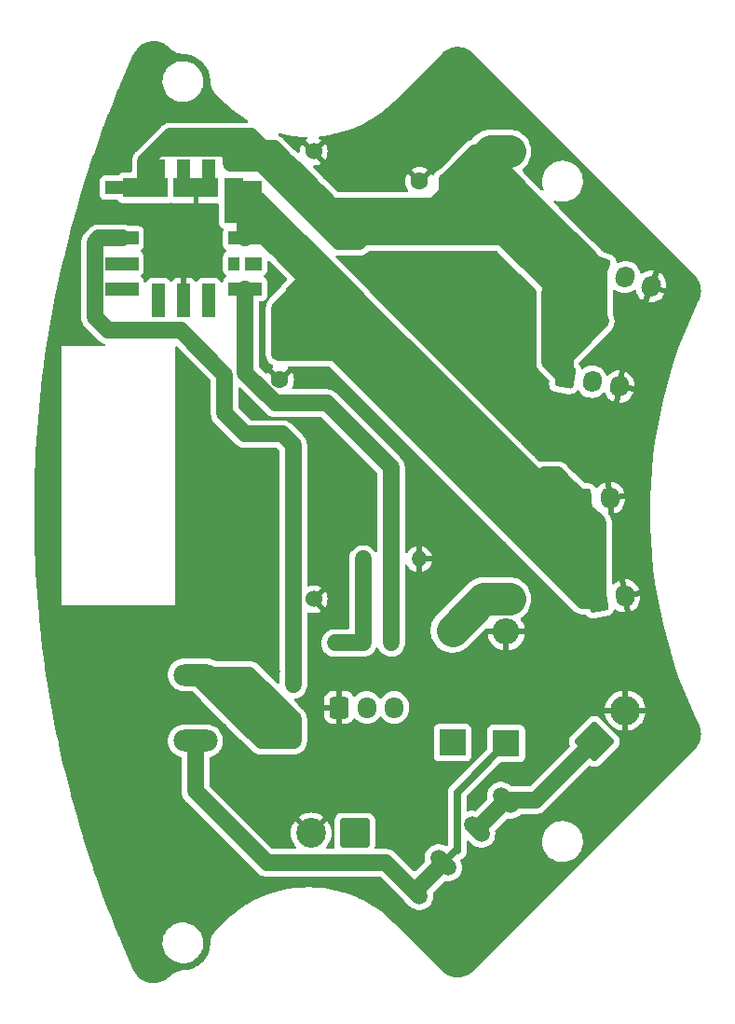
<source format=gbr>
%TF.GenerationSoftware,KiCad,Pcbnew,7.0.9*%
%TF.CreationDate,2024-07-27T15:43:31+09:00*%
%TF.ProjectId,____,fb90fa7f-2e6b-4696-9361-645f70636258,rev?*%
%TF.SameCoordinates,Original*%
%TF.FileFunction,Copper,L1,Top*%
%TF.FilePolarity,Positive*%
%FSLAX46Y46*%
G04 Gerber Fmt 4.6, Leading zero omitted, Abs format (unit mm)*
G04 Created by KiCad (PCBNEW 7.0.9) date 2024-07-27 15:43:31*
%MOMM*%
%LPD*%
G01*
G04 APERTURE LIST*
G04 Aperture macros list*
%AMRoundRect*
0 Rectangle with rounded corners*
0 $1 Rounding radius*
0 $2 $3 $4 $5 $6 $7 $8 $9 X,Y pos of 4 corners*
0 Add a 4 corners polygon primitive as box body*
4,1,4,$2,$3,$4,$5,$6,$7,$8,$9,$2,$3,0*
0 Add four circle primitives for the rounded corners*
1,1,$1+$1,$2,$3*
1,1,$1+$1,$4,$5*
1,1,$1+$1,$6,$7*
1,1,$1+$1,$8,$9*
0 Add four rect primitives between the rounded corners*
20,1,$1+$1,$2,$3,$4,$5,0*
20,1,$1+$1,$4,$5,$6,$7,0*
20,1,$1+$1,$6,$7,$8,$9,0*
20,1,$1+$1,$8,$9,$2,$3,0*%
%AMHorizOval*
0 Thick line with rounded ends*
0 $1 width*
0 $2 $3 position (X,Y) of the first rounded end (center of the circle)*
0 $4 $5 position (X,Y) of the second rounded end (center of the circle)*
0 Add line between two ends*
20,1,$1,$2,$3,$4,$5,0*
0 Add two circle primitives to create the rounded ends*
1,1,$1,$2,$3*
1,1,$1,$4,$5*%
%AMOutline4P*
0 Free polygon, 4 corners , with rotation*
0 The origin of the aperture is its center*
0 number of corners: always 4*
0 $1 to $8 corner X, Y*
0 $9 Rotation angle, in degrees counterclockwise*
0 create outline with 4 corners*
4,1,4,$1,$2,$3,$4,$5,$6,$7,$8,$1,$2,$9*%
G04 Aperture macros list end*
%TA.AperFunction,ComponentPad*%
%ADD10RoundRect,0.250000X-0.716780X-0.609797X0.464990X-0.818175X0.716780X0.609797X-0.464990X0.818175X0*%
%TD*%
%TA.AperFunction,ComponentPad*%
%ADD11HorizOval,1.700000X-0.021706X-0.123101X0.021706X0.123101X0*%
%TD*%
%TA.AperFunction,ComponentPad*%
%ADD12R,2.400000X2.400000*%
%TD*%
%TA.AperFunction,ComponentPad*%
%ADD13O,2.400000X2.400000*%
%TD*%
%TA.AperFunction,ComponentPad*%
%ADD14C,1.600000*%
%TD*%
%TA.AperFunction,ComponentPad*%
%ADD15C,1.400000*%
%TD*%
%TA.AperFunction,ComponentPad*%
%ADD16O,1.400000X1.400000*%
%TD*%
%TA.AperFunction,ComponentPad*%
%ADD17HorizOval,1.500000X-0.424264X0.424264X0.424264X-0.424264X0*%
%TD*%
%TA.AperFunction,ComponentPad*%
%ADD18RoundRect,0.250000X-0.460649X-0.842795X0.721121X-0.634417X0.460649X0.842795X-0.721121X0.634417X0*%
%TD*%
%TA.AperFunction,ComponentPad*%
%ADD19HorizOval,1.700000X-0.026047X0.147721X0.026047X-0.147721X0*%
%TD*%
%TA.AperFunction,ComponentPad*%
%ADD20RoundRect,0.250001X1.099999X1.099999X-1.099999X1.099999X-1.099999X-1.099999X1.099999X-1.099999X0*%
%TD*%
%TA.AperFunction,ComponentPad*%
%ADD21C,2.700000*%
%TD*%
%TA.AperFunction,ComponentPad*%
%ADD22C,1.440000*%
%TD*%
%TA.AperFunction,ComponentPad*%
%ADD23RoundRect,0.250000X-0.600000X-0.725000X0.600000X-0.725000X0.600000X0.725000X-0.600000X0.725000X0*%
%TD*%
%TA.AperFunction,ComponentPad*%
%ADD24O,1.700000X1.950000*%
%TD*%
%TA.AperFunction,SMDPad,CuDef*%
%ADD25Outline4P,-1.500000X-0.600000X1.500000X-0.600000X1.500000X0.600000X-1.500000X0.600000X0.000000*%
%TD*%
%TA.AperFunction,SMDPad,CuDef*%
%ADD26Outline4P,-2.035000X-0.885000X2.035000X-0.885000X2.035000X0.885000X-2.035000X0.885000X0.000000*%
%TD*%
%TA.AperFunction,SMDPad,CuDef*%
%ADD27Outline4P,-0.600000X-1.500000X0.600000X-1.500000X0.600000X1.500000X-0.600000X1.500000X0.000000*%
%TD*%
%TA.AperFunction,SMDPad,CuDef*%
%ADD28Outline4P,-0.885000X-2.035000X0.885000X-2.035000X0.885000X2.035000X-0.885000X2.035000X0.000000*%
%TD*%
%TA.AperFunction,SMDPad,CuDef*%
%ADD29Outline4P,-0.750000X-0.600000X0.750000X-0.600000X0.750000X0.600000X-0.750000X0.600000X0.000000*%
%TD*%
%TA.AperFunction,SMDPad,CuDef*%
%ADD30Outline4P,-0.500000X-0.600000X0.500000X-0.600000X0.500000X0.600000X-0.500000X0.600000X0.000000*%
%TD*%
%TA.AperFunction,ComponentPad*%
%ADD31RoundRect,0.250000X-0.532350X-0.799439X0.663084X-0.694853X0.532350X0.799439X-0.663084X0.694853X0*%
%TD*%
%TA.AperFunction,ComponentPad*%
%ADD32HorizOval,1.700000X-0.013073X0.149429X0.013073X-0.149429X0*%
%TD*%
%TA.AperFunction,ComponentPad*%
%ADD33RoundRect,0.250001X0.000000X-1.555634X1.555634X0.000000X0.000000X1.555634X-1.555634X0.000000X0*%
%TD*%
%TA.AperFunction,ComponentPad*%
%ADD34O,4.000000X2.000000*%
%TD*%
%TA.AperFunction,ComponentPad*%
%ADD35RoundRect,0.250000X-0.811780X-0.476065X0.315851X-0.886489X0.811780X0.476065X-0.315851X0.886489X0*%
%TD*%
%TA.AperFunction,ComponentPad*%
%ADD36HorizOval,1.700000X-0.042753X-0.117462X0.042753X0.117462X0*%
%TD*%
%TA.AperFunction,ComponentPad*%
%ADD37C,1.524000*%
%TD*%
%TA.AperFunction,ViaPad*%
%ADD38C,0.800000*%
%TD*%
%TA.AperFunction,Conductor*%
%ADD39C,1.500000*%
%TD*%
%TA.AperFunction,Conductor*%
%ADD40C,0.250000*%
%TD*%
%TA.AperFunction,Conductor*%
%ADD41C,3.000000*%
%TD*%
%TA.AperFunction,Conductor*%
%ADD42C,0.700000*%
%TD*%
G04 APERTURE END LIST*
D10*
%TO.P,J2,1,Pin_1*%
%TO.N,+12V*%
X137737981Y-66015880D03*
D11*
%TO.P,J2,2,Pin_2*%
%TO.N,unconnected-(J2-Pin_2-Pad2)*%
X140200000Y-66450000D03*
%TO.P,J2,3,Pin_3*%
%TO.N,GND*%
X142662020Y-66884121D03*
%TD*%
D12*
%TO.P,D2,1,K*%
%TO.N,+48V*%
X127500000Y-99210000D03*
D13*
%TO.P,D2,2,A*%
%TO.N,Net-(D2-A)*%
X127500000Y-89050000D03*
%TD*%
D14*
%TO.P,C2,1*%
%TO.N,+12V*%
X127000000Y-48260000D03*
%TO.P,C2,2*%
%TO.N,GND*%
X124500000Y-48260000D03*
%TD*%
%TO.P,C3,1*%
%TO.N,+5V*%
X111800000Y-63800000D03*
%TO.P,C3,2*%
%TO.N,GND*%
X111800000Y-66300000D03*
%TD*%
D15*
%TO.P,R1,1*%
%TO.N,+12V*%
X113030000Y-99060000D03*
D16*
%TO.P,R1,2*%
%TO.N,Net-(U1-ON{slash}OFF_CTRL)*%
X113030000Y-93980000D03*
%TD*%
D17*
%TO.P,F1,1*%
%TO.N,Net-(BT1-+)*%
X132336574Y-104463425D03*
X129720279Y-107079720D03*
%TO.P,F1,2*%
%TO.N,Net-(D1-K)*%
X126679720Y-110120279D03*
X124063425Y-112736574D03*
%TD*%
D18*
%TO.P,J5,1,Pin_1*%
%TO.N,+5V*%
X140737981Y-86334120D03*
D19*
%TO.P,J5,2,Pin_2*%
%TO.N,GND*%
X143200000Y-85900000D03*
%TD*%
D20*
%TO.P,J3,1,Pin_1*%
%TO.N,+48V*%
X118618000Y-107442000D03*
D21*
%TO.P,J3,2,Pin_2*%
%TO.N,GND*%
X114658000Y-107442000D03*
%TD*%
D22*
%TO.P,RV1,1,1*%
%TO.N,Net-(R2-Pad1)*%
X116840000Y-90170000D03*
%TO.P,RV1,2,2*%
X119380000Y-90170000D03*
%TO.P,RV1,3,3*%
%TO.N,Net-(U1-TRIM)*%
X121920000Y-90170000D03*
%TD*%
D23*
%TO.P,SW2,1*%
%TO.N,GND*%
X117210000Y-96040000D03*
D24*
%TO.P,SW2,2*%
%TO.N,Net-(U1-ON{slash}OFF_CTRL)*%
X119710000Y-96040000D03*
%TO.P,SW2,3*%
%TO.N,N/C*%
X122210000Y-96040000D03*
%TD*%
D12*
%TO.P,D1,1,K*%
%TO.N,Net-(D1-K)*%
X132390000Y-99300000D03*
D13*
%TO.P,D1,2,A*%
%TO.N,GND*%
X132390000Y-89140000D03*
%TD*%
D25*
%TO.P,U1,1,ON/OFF_CTRL*%
%TO.N,Net-(U1-ON{slash}OFF_CTRL)*%
X97455000Y-53435000D03*
%TO.P,U1,2,VIN*%
%TO.N,+12V*%
X97455000Y-48855000D03*
D26*
X99620000Y-48855000D03*
D27*
X100765000Y-47835000D03*
%TO.P,U1,3,GND*%
%TO.N,GND*%
X103055000Y-47835000D03*
D26*
X104200000Y-48855000D03*
D27*
X105345000Y-47835000D03*
D28*
%TO.P,U1,4,VOUT*%
%TO.N,+5V*%
X107655000Y-50000000D03*
D25*
X108655000Y-48855000D03*
%TO.P,U1,5,SENSE*%
X108655000Y-53435000D03*
%TO.P,U1,6,TRIM*%
%TO.N,Net-(U1-TRIM)*%
X108655000Y-58015000D03*
D27*
%TO.P,U1,7,GND*%
%TO.N,GND*%
X103055000Y-59035000D03*
%TO.P,U1,8*%
%TO.N,N/C*%
X100765000Y-59035000D03*
D25*
%TO.P,U1,9*%
X97455000Y-58015000D03*
%TO.P,U1,10,PG_OUT*%
%TO.N,unconnected-(U1-PG_OUT-Pad10)*%
X97455000Y-55725000D03*
D29*
%TO.P,U1,11*%
%TO.N,N/C*%
X109405000Y-55725000D03*
D27*
%TO.P,U1,12*%
X105345000Y-59035000D03*
D30*
%TO.P,U1,13*%
X107655000Y-55725000D03*
%TD*%
D31*
%TO.P,J4,1,Pin_1*%
%TO.N,+5V*%
X139309513Y-77217889D03*
D32*
%TO.P,J4,2,Pin_2*%
%TO.N,GND*%
X141800000Y-77000000D03*
%TD*%
D33*
%TO.P,BT1,1,+*%
%TO.N,Net-(BT1-+)*%
X140399857Y-99100143D03*
D21*
%TO.P,BT1,2,-*%
%TO.N,GND*%
X143200000Y-96300000D03*
%TD*%
D15*
%TO.P,R2,1*%
%TO.N,Net-(R2-Pad1)*%
X119380000Y-82550000D03*
D16*
%TO.P,R2,2*%
%TO.N,GND*%
X124460000Y-82550000D03*
%TD*%
D34*
%TO.P,SW1,1*%
%TO.N,Net-(D1-K)*%
X104140000Y-99060000D03*
%TO.P,SW1,2*%
%TO.N,+12V*%
X104140000Y-93060000D03*
%TD*%
D35*
%TO.P,J1,1,Pin_1*%
%TO.N,+12V*%
X140851537Y-56089899D03*
D36*
%TO.P,J1,2,Pin_2*%
%TO.N,unconnected-(J1-Pin_2-Pad2)*%
X143200769Y-56944949D03*
%TO.P,J1,3,Pin_3*%
%TO.N,GND*%
X145550000Y-57800000D03*
%TD*%
D37*
%TO.P,U2,1,IN\uFF0B*%
%TO.N,+12V*%
X132670000Y-45560000D03*
%TO.P,U2,2,IN\uFF0D*%
%TO.N,GND*%
X114890000Y-45560000D03*
%TO.P,U2,3,OUT\uFF0B*%
%TO.N,Net-(D2-A)*%
X132670000Y-86200000D03*
%TO.P,U2,4,OUT\uFF0D*%
%TO.N,GND*%
X114890000Y-86200000D03*
%TD*%
D38*
%TO.N,GND*%
X107950000Y-73660000D03*
X125730000Y-43180000D03*
X142550000Y-63825000D03*
X120650000Y-43180000D03*
X134325000Y-102425000D03*
X147425000Y-55775000D03*
X142600000Y-83400000D03*
X128270000Y-39370000D03*
X118500000Y-55650000D03*
X111675000Y-108125000D03*
X127000000Y-80010000D03*
X124460000Y-77470000D03*
X139700000Y-72390000D03*
X104540000Y-67450000D03*
X93980000Y-88900000D03*
X125730000Y-57150000D03*
X129540000Y-41910000D03*
X125730000Y-40640000D03*
X111450000Y-92725000D03*
X123425000Y-108925000D03*
X140970000Y-50800000D03*
%TD*%
D39*
%TO.N,Net-(U1-ON{slash}OFF_CTRL)*%
X113030000Y-72230000D02*
X113030000Y-93980000D01*
X112000000Y-71200000D02*
X113030000Y-72230000D01*
%TO.N,Net-(BT1-+)*%
X140399857Y-99100143D02*
X135036575Y-104463425D01*
X135036575Y-104463425D02*
X132336574Y-104463425D01*
X132336574Y-104463425D02*
X129720279Y-107079720D01*
%TO.N,+12V*%
X110680000Y-45710000D02*
X109480000Y-44510000D01*
X138475718Y-58465718D02*
X137737981Y-59203455D01*
X136950101Y-54400101D02*
X132080000Y-49530000D01*
X132080000Y-52070000D02*
X132080000Y-50800000D01*
X133350000Y-53340000D02*
X132080000Y-52070000D01*
X131445000Y-52705000D02*
X132715000Y-53975000D01*
X132080000Y-49530000D02*
X130810000Y-48260000D01*
X133021638Y-48260000D02*
X130810000Y-48260000D01*
X107000000Y-44200000D02*
X109170000Y-44200000D01*
X135150051Y-52809949D02*
X136360819Y-51599181D01*
X139791436Y-59480101D02*
X139791436Y-57150000D01*
X106791120Y-45281120D02*
X105400000Y-45281120D01*
X107030000Y-93060000D02*
X106680000Y-93060000D01*
X107950000Y-93980000D02*
X107030000Y-93060000D01*
X126295685Y-50095685D02*
X125881370Y-50510000D01*
X139791436Y-59480101D02*
X139490101Y-59480101D01*
X118960000Y-53760000D02*
X117230000Y-53760000D01*
X139791436Y-57150000D02*
X135890000Y-57150000D01*
X132080000Y-50800000D02*
X132080000Y-49530000D01*
X137630819Y-52869181D02*
X136360819Y-51599181D01*
X114125000Y-48085000D02*
X114935000Y-48895000D01*
X113370000Y-49900000D02*
X114210000Y-50740000D01*
X112395000Y-48925000D02*
X113370000Y-49900000D01*
X139535819Y-54774181D02*
X137630819Y-52869181D01*
X135419181Y-55409181D02*
X133350000Y-53340000D01*
X136360819Y-51599181D02*
X135090819Y-50329181D01*
X140851537Y-56089899D02*
X138475718Y-58465718D01*
X135150051Y-52809949D02*
X136950101Y-54610000D01*
X105400000Y-45281120D02*
X100808880Y-45281120D01*
X130810000Y-52705000D02*
X118745000Y-52705000D01*
X139005768Y-60265768D02*
X138800294Y-60265768D01*
X135890000Y-57150000D02*
X137737981Y-58997981D01*
X128270000Y-51435000D02*
X127635000Y-51435000D01*
X110270000Y-45300000D02*
X111240000Y-45300000D01*
X130810000Y-46290000D02*
X130810000Y-46990000D01*
X130175000Y-46990000D02*
X129540000Y-47625000D01*
X130175000Y-51435000D02*
X131445000Y-52705000D01*
X129540000Y-47625000D02*
X130175000Y-47625000D01*
X137737981Y-64192019D02*
X140335000Y-61595000D01*
X109855000Y-95885000D02*
X109220000Y-96520000D01*
X110140000Y-98140000D02*
X110140000Y-96170000D01*
X128270000Y-51435000D02*
X128270000Y-50661370D01*
X104140000Y-93060000D02*
X106680000Y-93060000D01*
X113030000Y-97091270D02*
X113030000Y-99060000D01*
X138800294Y-60265768D02*
X137737981Y-59203455D01*
X137737981Y-59203455D02*
X137737981Y-60960000D01*
X111125000Y-97155000D02*
X109855000Y-95885000D01*
X116260000Y-50220000D02*
X115740000Y-50740000D01*
X107000000Y-44200000D02*
X109400000Y-46600000D01*
X107950000Y-93980000D02*
X107775000Y-94155000D01*
X115160000Y-51690000D02*
X116485000Y-53015000D01*
X136950101Y-56089899D02*
X136950101Y-54610000D01*
X116260000Y-50220000D02*
X117870000Y-51830000D01*
X137737981Y-60960000D02*
X138311537Y-60960000D01*
X137160000Y-54190202D02*
X137160000Y-52869181D01*
X132080000Y-50800000D02*
X133820819Y-49059181D01*
X114905000Y-48925000D02*
X112395000Y-48925000D01*
X135090819Y-50329181D02*
X133820819Y-49059181D01*
X134410101Y-52070000D02*
X135150051Y-52809949D01*
X131990000Y-49620000D02*
X130810000Y-50800000D01*
X133350000Y-49530000D02*
X133820819Y-49059181D01*
X114710000Y-50510000D02*
X114100000Y-49900000D01*
X114125000Y-48085000D02*
X111555000Y-48085000D01*
X107775000Y-94155000D02*
X105235000Y-94155000D01*
X110140000Y-98140000D02*
X109220000Y-98140000D01*
X110320000Y-46600000D02*
X110320000Y-46850000D01*
X136950101Y-54610000D02*
X136950101Y-54400101D01*
X116795000Y-52705000D02*
X116485000Y-53015000D01*
X133350000Y-52070000D02*
X134620000Y-52070000D01*
X128270000Y-46990000D02*
X128905000Y-47625000D01*
X115660000Y-49620000D02*
X116260000Y-50220000D01*
X136950101Y-54400101D02*
X137160000Y-54190202D01*
X117870000Y-51830000D02*
X117730000Y-51690000D01*
X130810000Y-45720000D02*
X129540000Y-45720000D01*
X134620000Y-52070000D02*
X137160000Y-54610000D01*
X130810000Y-48260000D02*
X135419181Y-52869181D01*
X133350000Y-52070000D02*
X133350000Y-49530000D01*
X109400000Y-46600000D02*
X110680000Y-46600000D01*
X109220000Y-98140000D02*
X107775000Y-96695000D01*
X117730000Y-51690000D02*
X115160000Y-51690000D01*
X133350000Y-53340000D02*
X135090819Y-51599181D01*
X107775000Y-94155000D02*
X107775000Y-96695000D01*
X132080000Y-52070000D02*
X133350000Y-52070000D01*
X137737981Y-66015880D02*
X137737981Y-64192019D01*
X109220000Y-95250000D02*
X107775000Y-96695000D01*
X113293759Y-47253759D02*
X114935000Y-48895000D01*
X135890000Y-55880000D02*
X135890000Y-55409181D01*
X110320000Y-46850000D02*
X111510000Y-48040000D01*
X101890000Y-44200000D02*
X107000000Y-44200000D01*
X131445000Y-52705000D02*
X130810000Y-52705000D01*
X108998730Y-93060000D02*
X113030000Y-97091270D01*
X118745000Y-52705000D02*
X116795000Y-52705000D01*
X138430000Y-56089899D02*
X136950101Y-56089899D01*
X128270000Y-48260000D02*
X127000000Y-48260000D01*
X119380000Y-53340000D02*
X118960000Y-53760000D01*
X110140000Y-99060000D02*
X104140000Y-93060000D01*
X130810000Y-49530000D02*
X130810000Y-48260000D01*
X106680000Y-93060000D02*
X108998730Y-93060000D01*
X137737981Y-66015880D02*
X136360819Y-64638718D01*
X138311537Y-62230000D02*
X140851537Y-59690000D01*
X137737981Y-60960000D02*
X137737981Y-62230000D01*
X130810000Y-49530000D02*
X133350000Y-49530000D01*
X112640000Y-46600000D02*
X114125000Y-48085000D01*
X110251120Y-45281120D02*
X110270000Y-45300000D01*
X132715000Y-53975000D02*
X134620000Y-55880000D01*
X117870000Y-51830000D02*
X118745000Y-52705000D01*
X133350000Y-52070000D02*
X134410101Y-52070000D01*
X140851537Y-56089899D02*
X140851537Y-61078463D01*
X140851537Y-56089899D02*
X139791436Y-57150000D01*
X137737981Y-62230000D02*
X138311537Y-62230000D01*
X120629000Y-52705000D02*
X119052000Y-51128000D01*
X130175000Y-47625000D02*
X129540000Y-48260000D01*
D40*
X132670000Y-47908362D02*
X133021638Y-48260000D01*
D39*
X127635000Y-51435000D02*
X126295685Y-50095685D01*
X114935000Y-48895000D02*
X114905000Y-48925000D01*
X115380000Y-49900000D02*
X114100000Y-49900000D01*
X137160000Y-54610000D02*
X139371638Y-54610000D01*
X128270000Y-46990000D02*
X127000000Y-48260000D01*
X111240000Y-45300000D02*
X112540000Y-46600000D01*
X137737981Y-62230000D02*
X137737981Y-66015880D01*
X133820819Y-49059181D02*
X133021638Y-48260000D01*
X111555000Y-48085000D02*
X111510000Y-48040000D01*
X107400000Y-45890000D02*
X106791120Y-45281120D01*
X114210000Y-50740000D02*
X115160000Y-51690000D01*
X110680000Y-46600000D02*
X112540000Y-46600000D01*
D41*
X132670000Y-45560000D02*
X130970000Y-45560000D01*
D39*
X137737981Y-58997981D02*
X137737981Y-59203455D01*
X136360819Y-64638718D02*
X136360819Y-58420000D01*
X110140000Y-98140000D02*
X111125000Y-97155000D01*
X114100000Y-49900000D02*
X113370000Y-49900000D01*
X134620000Y-55880000D02*
X135890000Y-57150000D01*
X135090819Y-51599181D02*
X135090819Y-50329181D01*
X135419181Y-52869181D02*
X137160000Y-52869181D01*
X113030000Y-99060000D02*
X111760000Y-97790000D01*
X139005768Y-60265768D02*
X140851537Y-58420000D01*
X129540000Y-51435000D02*
X130175000Y-51435000D01*
X107950000Y-93980000D02*
X107140000Y-94790000D01*
X113030000Y-99060000D02*
X110140000Y-99060000D01*
X111510000Y-48040000D02*
X112395000Y-48925000D01*
X138311537Y-60960000D02*
X139791436Y-59480101D01*
X110320000Y-46600000D02*
X110680000Y-46600000D01*
X129540000Y-45720000D02*
X128270000Y-46990000D01*
X140851537Y-59690000D02*
X140851537Y-58420000D01*
X118745000Y-52705000D02*
X119380000Y-53340000D01*
X129540000Y-51435000D02*
X128270000Y-51435000D01*
X139371638Y-54610000D02*
X139535819Y-54774181D01*
X136525000Y-56515000D02*
X135890000Y-55880000D01*
X111760000Y-97790000D02*
X111125000Y-97155000D01*
X136950101Y-56089899D02*
X136525000Y-56515000D01*
X135890000Y-55409181D02*
X135419181Y-55409181D01*
X109220000Y-96520000D02*
X109220000Y-98140000D01*
X107775000Y-96695000D02*
X105870000Y-94790000D01*
X135890000Y-55409181D02*
X134149181Y-55409181D01*
X107140000Y-94790000D02*
X105870000Y-94790000D01*
X109220000Y-95250000D02*
X107950000Y-93980000D01*
X138311537Y-60960000D02*
X139005768Y-60265768D01*
D41*
X130970000Y-45560000D02*
X130810000Y-45720000D01*
D39*
X140851537Y-61078463D02*
X140335000Y-61595000D01*
X110140000Y-99060000D02*
X110140000Y-98140000D01*
X131920000Y-47158362D02*
X133021638Y-48260000D01*
X140170819Y-55409181D02*
X139535819Y-54774181D01*
X119052000Y-51128000D02*
X119359000Y-51435000D01*
X105870000Y-94790000D02*
X105235000Y-94155000D01*
X105235000Y-94155000D02*
X104140000Y-93060000D01*
X110140000Y-96170000D02*
X109855000Y-95885000D01*
X130810000Y-46990000D02*
X130175000Y-47625000D01*
X116485000Y-53015000D02*
X117230000Y-53760000D01*
X140335000Y-61595000D02*
X140970000Y-60960000D01*
X119380000Y-53340000D02*
X133350000Y-53340000D01*
X134149181Y-55409181D02*
X132715000Y-53975000D01*
X99620000Y-46470000D02*
X99620000Y-48855000D01*
X127000000Y-49391370D02*
X127000000Y-48260000D01*
X130810000Y-48260000D02*
X129540000Y-48260000D01*
X135150051Y-55140051D02*
X135150051Y-52809949D01*
X110140000Y-99060000D02*
X110490000Y-99060000D01*
X125881370Y-50510000D02*
X114710000Y-50510000D01*
X130810000Y-50800000D02*
X130810000Y-49530000D01*
X137160000Y-52869181D02*
X137630819Y-52869181D01*
X107400000Y-46600000D02*
X107400000Y-45890000D01*
X110490000Y-99060000D02*
X111760000Y-97790000D01*
X136950101Y-54610000D02*
X137160000Y-54610000D01*
X114935000Y-48895000D02*
X115660000Y-49620000D01*
X135419181Y-55409181D02*
X135150051Y-55140051D01*
X115660000Y-49620000D02*
X115380000Y-49900000D01*
X126295685Y-50095685D02*
X127000000Y-49391370D01*
X138475718Y-58465718D02*
X136525000Y-56515000D01*
X140851537Y-56089899D02*
X137737981Y-59203455D01*
X140851537Y-56089899D02*
X138430000Y-56089899D01*
X130810000Y-46990000D02*
X130175000Y-46990000D01*
X110680000Y-46600000D02*
X110680000Y-45710000D01*
X119359000Y-51435000D02*
X129540000Y-51435000D01*
X140851537Y-60841537D02*
X140851537Y-59690000D01*
X99620000Y-46470000D02*
X101890000Y-44200000D01*
X140170819Y-55409181D02*
X135890000Y-55409181D01*
X139490101Y-59480101D02*
X138475718Y-58465718D01*
X109480000Y-44510000D02*
X110270000Y-45300000D01*
X109170000Y-44200000D02*
X109480000Y-44510000D01*
X140970000Y-60960000D02*
X140851537Y-60841537D01*
X107400000Y-46600000D02*
X110320000Y-46600000D01*
X129540000Y-48260000D02*
X128270000Y-48260000D01*
X130810000Y-52705000D02*
X120629000Y-52705000D01*
X135890000Y-55880000D02*
X130810000Y-50800000D01*
X106791120Y-45281120D02*
X110251120Y-45281120D01*
X135419181Y-55409181D02*
X128270000Y-48260000D01*
X138430000Y-56089899D02*
X136950101Y-54610000D01*
X140851537Y-58420000D02*
X140851537Y-56089899D01*
X115740000Y-50740000D02*
X114210000Y-50740000D01*
X100808880Y-45281120D02*
X99620000Y-46470000D01*
X128905000Y-47625000D02*
X129540000Y-47625000D01*
X128270000Y-50661370D02*
X127000000Y-49391370D01*
X133350000Y-52070000D02*
X135090819Y-50329181D01*
X112540000Y-46600000D02*
X112640000Y-46600000D01*
X127000000Y-48260000D02*
X130175000Y-51435000D01*
X140851537Y-56089899D02*
X140170819Y-55409181D01*
X109855000Y-95885000D02*
X109220000Y-95250000D01*
%TO.N,+5V*%
X114010000Y-59400000D02*
X113030000Y-58420000D01*
X118110000Y-58489188D02*
X118110000Y-60325000D01*
X133205000Y-78740000D02*
X133205000Y-80155000D01*
X134620000Y-77217889D02*
X134620000Y-77707890D01*
X132080000Y-73660000D02*
X132841056Y-72898944D01*
X134620000Y-77217889D02*
X134620000Y-76200000D01*
X111800000Y-61610000D02*
X112205000Y-61205000D01*
X109915000Y-52765000D02*
X110945000Y-53795000D01*
X133097889Y-77217889D02*
X133350000Y-77217889D01*
X110945000Y-53795000D02*
X111760000Y-54610000D01*
X139309513Y-83820000D02*
X139309513Y-80010000D01*
X133205000Y-77325000D02*
X133205000Y-78740000D01*
X113296056Y-53353944D02*
X112855000Y-53795000D01*
X116840000Y-58489188D02*
X118110000Y-58489188D01*
X137160000Y-77860487D02*
X137160000Y-81670488D01*
X134620000Y-76200000D02*
X134620000Y-78740000D01*
X137021624Y-74930000D02*
X135890000Y-74930000D01*
X130267889Y-77217889D02*
X129395000Y-76345000D01*
X136769513Y-81280000D02*
X137599756Y-82110244D01*
X135110000Y-79230000D02*
X135110000Y-80010000D01*
X114311056Y-57138944D02*
X113030000Y-58420000D01*
X130810000Y-77217889D02*
X130267889Y-77217889D01*
X117125000Y-64075000D02*
X114010000Y-60960000D01*
X116205000Y-60325000D02*
X131445000Y-75565000D01*
X132715000Y-76835000D02*
X133097889Y-77217889D01*
X139309513Y-84905652D02*
X139309513Y-83820000D01*
X132080000Y-73660000D02*
X118745000Y-60325000D01*
X138234756Y-78935244D02*
X139309513Y-80010000D01*
X108655000Y-51000000D02*
X107655000Y-50000000D01*
X137160000Y-77217889D02*
X135890000Y-77217889D01*
X110801056Y-50858944D02*
X111556056Y-51613944D01*
X136142111Y-77217889D02*
X134620000Y-78740000D01*
X119176056Y-59233944D02*
X132841056Y-72898944D01*
X130810000Y-77217889D02*
X131682889Y-77217889D01*
X116000000Y-63800000D02*
X114800000Y-63800000D01*
X133205000Y-80155000D02*
X135110000Y-82060000D01*
X118745000Y-60325000D02*
X118110000Y-60325000D01*
X135110000Y-81280000D02*
X135110000Y-80500000D01*
X116000000Y-63800000D02*
X116850000Y-63800000D01*
X131682889Y-77217889D02*
X133205000Y-78740000D01*
X139309513Y-77217889D02*
X136142111Y-77217889D01*
X116231056Y-56288944D02*
X115692112Y-55750000D01*
X118110000Y-58489188D02*
X118431299Y-58489188D01*
X134620000Y-74677888D02*
X134111056Y-74168944D01*
X111800000Y-63800000D02*
X116000000Y-63800000D01*
X117157500Y-59372500D02*
X131827889Y-74042889D01*
X116840000Y-58489188D02*
X113099188Y-58489188D01*
X140737981Y-86334120D02*
X139309513Y-84905652D01*
X135110000Y-82060000D02*
X138285000Y-85235000D01*
X139604855Y-78298948D02*
X139309513Y-78003606D01*
X133097889Y-75182111D02*
X133350000Y-74930000D01*
X115639188Y-58489188D02*
X116840000Y-58489188D01*
X137802598Y-78503085D02*
X137802598Y-77217889D01*
X111556056Y-51613944D02*
X113296056Y-53353944D01*
X139309513Y-80010000D02*
X137802598Y-78503085D01*
X134111056Y-74168944D02*
X132841056Y-72898944D01*
X135110000Y-80500000D02*
X133985000Y-79375000D01*
X130267889Y-77217889D02*
X130267889Y-76200000D01*
X111800000Y-59788376D02*
X113099188Y-58489188D01*
X133097889Y-77217889D02*
X133097889Y-75182111D01*
X137725812Y-75634188D02*
X139309513Y-77217889D01*
X139384120Y-86334120D02*
X140737981Y-86334120D01*
X117081056Y-57138944D02*
X114311056Y-57138944D01*
X133350000Y-74930000D02*
X134111056Y-74168944D01*
X134620000Y-78740000D02*
X133985000Y-79375000D01*
X133097889Y-75182111D02*
X131827889Y-75182111D01*
X112900000Y-55750000D02*
X115639188Y-58489188D01*
X137725812Y-75634188D02*
X137021624Y-74930000D01*
X133985000Y-79375000D02*
X133205000Y-80155000D01*
X116231056Y-56288944D02*
X117081056Y-57138944D01*
X108655000Y-53435000D02*
X108655000Y-51000000D01*
X137160000Y-77217889D02*
X135890000Y-75947889D01*
X132841056Y-72898944D02*
X137160000Y-77217889D01*
X110500000Y-51613944D02*
X109196056Y-51613944D01*
X138234756Y-81475244D02*
X137599756Y-82110244D01*
X111800000Y-63800000D02*
X114010000Y-61590000D01*
X109942112Y-50000000D02*
X110801056Y-50858944D01*
X114300000Y-58420000D02*
X116205000Y-60325000D01*
X112707112Y-52765000D02*
X109915000Y-52765000D01*
X111800000Y-63800000D02*
X111800000Y-59788376D01*
X115692112Y-55750000D02*
X112900000Y-55750000D01*
X140623128Y-79153384D02*
X139604855Y-78298948D01*
X114010000Y-61590000D02*
X114010000Y-60960000D01*
X135890000Y-77217889D02*
X134620000Y-77217889D01*
X130810000Y-76200000D02*
X114010000Y-59400000D01*
X135890000Y-74930000D02*
X135890000Y-77217889D01*
X114371056Y-54428944D02*
X114190000Y-54610000D01*
X116850000Y-63800000D02*
X117125000Y-64075000D01*
X131827889Y-75182111D02*
X131445000Y-75565000D01*
X134620000Y-77707890D02*
X136651055Y-79738945D01*
X129395000Y-76345000D02*
X133205000Y-80155000D01*
X118110000Y-60325000D02*
X116205000Y-60325000D01*
X134620000Y-77217889D02*
X134620000Y-74677888D01*
X130267889Y-76200000D02*
X130267889Y-75472111D01*
X133350000Y-77217889D02*
X130810000Y-77217889D01*
X117157500Y-59372500D02*
X118110000Y-60325000D01*
X139309513Y-84209513D02*
X135110000Y-80010000D01*
X130267889Y-75472111D02*
X132080000Y-73660000D01*
X112205000Y-61205000D02*
X114010000Y-59400000D01*
X129395000Y-76345000D02*
X117125000Y-64075000D01*
X131062111Y-75182111D02*
X116205000Y-60325000D01*
X132715000Y-74295000D02*
X132080000Y-73660000D01*
X132715000Y-76835000D02*
X132715000Y-74295000D01*
X110801056Y-50858944D02*
X110660000Y-51000000D01*
X135110000Y-81280000D02*
X135110000Y-82060000D01*
X134620000Y-76200000D02*
X133350000Y-74930000D01*
X114190000Y-54610000D02*
X111760000Y-54610000D01*
X137725812Y-75634188D02*
X136651055Y-76708945D01*
X131827889Y-74042889D02*
X131827889Y-75182111D01*
X118431299Y-58489188D02*
X119176056Y-59233944D01*
X137160000Y-81670488D02*
X137599756Y-82110244D01*
X136651055Y-79738945D02*
X135110000Y-81280000D01*
X136651055Y-76708945D02*
X136651055Y-79738945D01*
X108980000Y-51830000D02*
X109915000Y-52765000D01*
X139309513Y-78003606D02*
X139309513Y-77217889D01*
X111760000Y-54610000D02*
X112900000Y-55750000D01*
X107655000Y-50505000D02*
X108980000Y-51830000D01*
X116840000Y-58489188D02*
X116840000Y-59055000D01*
X114010000Y-60960000D02*
X114010000Y-59400000D01*
X114800000Y-63800000D02*
X112205000Y-61205000D01*
X137599756Y-82110244D02*
X139309513Y-83820000D01*
X114371056Y-54428944D02*
X116231056Y-56288944D01*
X137802598Y-77217889D02*
X139309513Y-77217889D01*
X130267889Y-76200000D02*
X130810000Y-76200000D01*
X135890000Y-75947889D02*
X135890000Y-74930000D01*
X139309513Y-80010000D02*
X139309513Y-77217889D01*
X139309513Y-77217889D02*
X137160000Y-77217889D01*
X109268944Y-51613944D02*
X108655000Y-51000000D01*
X113296056Y-53353944D02*
X112707112Y-52765000D01*
X110660000Y-51000000D02*
X108655000Y-51000000D01*
X138234756Y-78935244D02*
X138234756Y-81475244D01*
X140737981Y-79268237D02*
X140623128Y-79153384D01*
X107655000Y-50000000D02*
X109942112Y-50000000D01*
X134620000Y-77217889D02*
X133350000Y-77217889D01*
X132080000Y-76200000D02*
X132715000Y-76835000D01*
X107655000Y-50000000D02*
X107655000Y-50505000D01*
X116840000Y-59055000D02*
X117157500Y-59372500D01*
X139309513Y-84905652D02*
X139309513Y-84209513D01*
X135110000Y-80010000D02*
X135110000Y-81280000D01*
X134620000Y-77217889D02*
X134620000Y-78740000D01*
X137160000Y-77860487D02*
X137802598Y-77217889D01*
X113296056Y-53353944D02*
X114371056Y-54428944D01*
X111800000Y-63800000D02*
X111800000Y-61610000D01*
X111556056Y-51613944D02*
X110500000Y-51613944D01*
X137160000Y-77860487D02*
X138234756Y-78935244D01*
X112855000Y-53795000D02*
X110945000Y-53795000D01*
X109196056Y-51613944D02*
X108980000Y-51830000D01*
X140737981Y-86334120D02*
X140737981Y-79268237D01*
X137160000Y-77217889D02*
X137160000Y-77860487D01*
X131445000Y-75565000D02*
X132080000Y-76200000D01*
X132715000Y-76835000D02*
X133205000Y-77325000D01*
X110500000Y-51613944D02*
X109268944Y-51613944D01*
X135110000Y-81280000D02*
X136769513Y-81280000D01*
X109268944Y-51613944D02*
X107655000Y-50000000D01*
X132080000Y-76200000D02*
X135110000Y-79230000D01*
X117081056Y-57138944D02*
X119176056Y-59233944D01*
X134620000Y-78740000D02*
X135110000Y-79230000D01*
X130810000Y-76200000D02*
X131445000Y-75565000D01*
X138285000Y-85235000D02*
X139384120Y-86334120D01*
X131827889Y-75182111D02*
X131062111Y-75182111D01*
%TO.N,Net-(D1-K)*%
X116586000Y-110136574D02*
X121463426Y-110136574D01*
D42*
X127779999Y-109020000D02*
X126679720Y-110120279D01*
D39*
X104140000Y-103632000D02*
X104140000Y-99060000D01*
D42*
X127950000Y-103740000D02*
X127950000Y-109020000D01*
D39*
X124063425Y-112736574D02*
X121463426Y-110136574D01*
X126679720Y-110120279D02*
X124063425Y-112736574D01*
D42*
X132390000Y-99300000D02*
X127950000Y-103740000D01*
X127950000Y-109020000D02*
X127779999Y-109020000D01*
D39*
X116586000Y-110136574D02*
X110644574Y-110136574D01*
X115216574Y-110136574D02*
X116586000Y-110136574D01*
X110644574Y-110136574D02*
X104140000Y-103632000D01*
%TO.N,Net-(U1-ON{slash}OFF_CTRL)*%
X95365000Y-53435000D02*
X95005000Y-53795000D01*
X106800000Y-69339189D02*
X108660811Y-71200000D01*
X96200000Y-61800000D02*
X102800000Y-61800000D01*
X97455000Y-53435000D02*
X95365000Y-53435000D01*
X106800000Y-65800000D02*
X106800000Y-69339189D01*
X95005000Y-53795000D02*
X95005000Y-60605000D01*
X108660811Y-71200000D02*
X112000000Y-71200000D01*
X102800000Y-61800000D02*
X106800000Y-65800000D01*
X95005000Y-60605000D02*
X96200000Y-61800000D01*
%TO.N,Net-(R2-Pad1)*%
X119380000Y-90170000D02*
X119380000Y-82550000D01*
X116840000Y-90170000D02*
X119380000Y-90170000D01*
%TO.N,Net-(U1-TRIM)*%
X111425126Y-68400000D02*
X116058019Y-68400000D01*
X116058019Y-68400000D02*
X121920000Y-74261981D01*
X121920000Y-90170000D02*
X121920000Y-74261981D01*
X108655000Y-65629874D02*
X111425126Y-68400000D01*
X108655000Y-58015000D02*
X108655000Y-65629874D01*
%TO.N,+48V*%
X127239720Y-99480280D02*
X127430000Y-99290000D01*
D41*
%TO.N,Net-(D2-A)*%
X130350000Y-86200000D02*
X127500000Y-89050000D01*
X132670000Y-86200000D02*
X130350000Y-86200000D01*
%TD*%
%TA.AperFunction,Conductor*%
%TO.N,GND*%
G36*
X100452401Y-35538467D02*
G01*
X100455479Y-35538632D01*
X100584793Y-35548836D01*
X100590122Y-35549492D01*
X100717848Y-35570882D01*
X100845662Y-35597755D01*
X100851433Y-35599262D01*
X100890061Y-35611364D01*
X100975358Y-35638086D01*
X101097792Y-35680806D01*
X101103849Y-35683285D01*
X101222158Y-35739163D01*
X101336756Y-35796540D01*
X101342907Y-35800075D01*
X101454877Y-35873261D01*
X101558297Y-35942908D01*
X101564392Y-35947589D01*
X101683307Y-36051211D01*
X101756679Y-36115714D01*
X101759578Y-36118432D01*
X101764546Y-36123399D01*
X101819785Y-36178795D01*
X101820033Y-36178918D01*
X101823466Y-36182218D01*
X101852955Y-36211677D01*
X101852958Y-36211680D01*
X101911325Y-36257087D01*
X102049385Y-36364494D01*
X102263241Y-36491790D01*
X102491224Y-36591601D01*
X102729819Y-36662388D01*
X102975348Y-36703061D01*
X103049336Y-36706053D01*
X103049404Y-36706076D01*
X103097895Y-36708020D01*
X103101433Y-36708264D01*
X103129372Y-36710989D01*
X103203860Y-36718254D01*
X103389212Y-36737229D01*
X103395910Y-36738289D01*
X103527889Y-36766686D01*
X103680945Y-36801921D01*
X103686887Y-36803607D01*
X103788703Y-36838098D01*
X103820429Y-36848846D01*
X103855513Y-36861673D01*
X103962859Y-36900920D01*
X103968013Y-36903075D01*
X104097829Y-36964399D01*
X104230936Y-37032814D01*
X104235302Y-37035287D01*
X104358449Y-37111812D01*
X104481388Y-37195742D01*
X104484929Y-37198350D01*
X104597943Y-37288016D01*
X104600414Y-37290085D01*
X104710654Y-37387413D01*
X104713462Y-37390051D01*
X104815551Y-37492142D01*
X104818189Y-37494949D01*
X104915503Y-37605173D01*
X104917596Y-37607673D01*
X105007230Y-37720647D01*
X105009866Y-37724226D01*
X105050979Y-37784447D01*
X105093795Y-37847163D01*
X105170311Y-37970298D01*
X105172794Y-37974681D01*
X105241200Y-38107772D01*
X105302519Y-38237576D01*
X105304686Y-38242761D01*
X105323042Y-38292965D01*
X105356754Y-38385173D01*
X105401984Y-38518690D01*
X105403682Y-38524677D01*
X105438922Y-38677751D01*
X105467307Y-38809675D01*
X105468372Y-38816407D01*
X105487318Y-39001463D01*
X105497288Y-39103669D01*
X105497530Y-39107183D01*
X105502509Y-39230256D01*
X105543183Y-39475792D01*
X105543184Y-39475795D01*
X105613971Y-39714388D01*
X105613974Y-39714396D01*
X105713783Y-39942375D01*
X105841083Y-40156235D01*
X105841086Y-40156239D01*
X105849131Y-40166580D01*
X105935081Y-40277059D01*
X105993903Y-40352667D01*
X105993907Y-40352672D01*
X106074737Y-40433583D01*
X106074783Y-40433637D01*
X106081781Y-40440635D01*
X106081782Y-40440636D01*
X106641148Y-41000000D01*
X106641501Y-41000354D01*
X106641501Y-41000353D01*
X106696372Y-41055381D01*
X106696397Y-41055394D01*
X106700020Y-41058871D01*
X106867829Y-41226680D01*
X106867828Y-41226680D01*
X106867834Y-41226685D01*
X107346053Y-41652263D01*
X107346056Y-41652265D01*
X107346059Y-41652268D01*
X107550639Y-41814028D01*
X107848207Y-42049315D01*
X108372598Y-42416498D01*
X108766434Y-42659419D01*
X108783430Y-42670409D01*
X108785323Y-42671070D01*
X108862709Y-42718803D01*
X108864588Y-42719962D01*
X108911313Y-42771910D01*
X108922534Y-42840872D01*
X108894691Y-42904954D01*
X108836622Y-42943810D01*
X108799491Y-42949500D01*
X107108172Y-42949500D01*
X107088769Y-42947972D01*
X107084460Y-42947289D01*
X106985978Y-42949500D01*
X101963707Y-42949500D01*
X101956768Y-42949110D01*
X101933477Y-42946486D01*
X101918176Y-42944762D01*
X101918169Y-42944761D01*
X101871224Y-42947927D01*
X101849967Y-42949360D01*
X101845812Y-42949500D01*
X101833841Y-42949500D01*
X101791875Y-42953277D01*
X101693590Y-42959903D01*
X101689349Y-42960972D01*
X101670176Y-42964230D01*
X101665808Y-42964623D01*
X101570834Y-42990835D01*
X101475319Y-43014902D01*
X101471322Y-43016718D01*
X101453059Y-43023339D01*
X101448834Y-43024505D01*
X101360064Y-43067253D01*
X101270369Y-43107995D01*
X101266775Y-43110486D01*
X101249971Y-43120271D01*
X101246031Y-43122168D01*
X101246028Y-43122170D01*
X101166323Y-43180078D01*
X101085349Y-43236177D01*
X101085343Y-43236182D01*
X101082239Y-43239286D01*
X101067465Y-43251903D01*
X101063928Y-43254473D01*
X101063921Y-43254478D01*
X100995846Y-43325679D01*
X100004214Y-44317312D01*
X100001104Y-44320421D01*
X99986348Y-44333021D01*
X99982806Y-44335594D01*
X99982801Y-44335598D01*
X99914726Y-44406799D01*
X98787885Y-45533639D01*
X98782699Y-45538274D01*
X98752337Y-45562488D01*
X98752333Y-45562492D01*
X98707365Y-45613960D01*
X98704521Y-45617003D01*
X98696064Y-45625461D01*
X98696054Y-45625472D01*
X98669049Y-45657818D01*
X98604234Y-45732004D01*
X98604230Y-45732010D01*
X98601981Y-45735774D01*
X98590746Y-45751608D01*
X98587934Y-45754977D01*
X98587932Y-45754981D01*
X98539316Y-45840659D01*
X98524881Y-45864820D01*
X98488783Y-45925238D01*
X98487247Y-45929332D01*
X98479008Y-45946945D01*
X98476850Y-45950747D01*
X98476846Y-45950757D01*
X98444307Y-46043746D01*
X98409694Y-46135970D01*
X98409689Y-46135988D01*
X98408909Y-46140288D01*
X98403952Y-46159069D01*
X98402503Y-46163209D01*
X98402502Y-46163215D01*
X98387089Y-46260527D01*
X98369500Y-46357448D01*
X98369500Y-46361827D01*
X98367973Y-46381229D01*
X98367289Y-46385540D01*
X98369500Y-46484021D01*
X98369500Y-47345500D01*
X98349815Y-47412539D01*
X98297011Y-47458294D01*
X98245500Y-47469500D01*
X97537129Y-47469500D01*
X97537123Y-47469501D01*
X97477516Y-47475908D01*
X97342671Y-47526202D01*
X97342664Y-47526206D01*
X97227455Y-47612452D01*
X97158314Y-47704812D01*
X97102380Y-47746682D01*
X97059048Y-47754500D01*
X95907129Y-47754500D01*
X95907123Y-47754501D01*
X95847516Y-47760908D01*
X95712671Y-47811202D01*
X95712664Y-47811206D01*
X95597455Y-47897452D01*
X95597452Y-47897455D01*
X95511206Y-48012664D01*
X95511202Y-48012671D01*
X95460908Y-48147517D01*
X95454501Y-48207116D01*
X95454500Y-48207135D01*
X95454500Y-49502870D01*
X95454501Y-49502876D01*
X95460908Y-49562483D01*
X95511202Y-49697328D01*
X95511206Y-49697335D01*
X95597452Y-49812544D01*
X95597455Y-49812547D01*
X95712664Y-49898793D01*
X95712671Y-49898797D01*
X95847517Y-49949091D01*
X95847516Y-49949091D01*
X95854444Y-49949835D01*
X95907127Y-49955500D01*
X97059048Y-49955499D01*
X97126087Y-49975184D01*
X97158314Y-50005188D01*
X97227452Y-50097544D01*
X97227455Y-50097547D01*
X97342664Y-50183793D01*
X97342671Y-50183797D01*
X97477517Y-50234091D01*
X97477516Y-50234091D01*
X97484444Y-50234835D01*
X97537127Y-50240500D01*
X101702872Y-50240499D01*
X101762483Y-50234091D01*
X101867382Y-50194965D01*
X101937073Y-50189982D01*
X101954049Y-50194966D01*
X102057623Y-50233597D01*
X102057627Y-50233598D01*
X102117155Y-50239999D01*
X102117172Y-50240000D01*
X103950000Y-50240000D01*
X103950000Y-48729000D01*
X103969685Y-48661961D01*
X104022489Y-48616206D01*
X104074000Y-48605000D01*
X104326000Y-48605000D01*
X104393039Y-48624685D01*
X104438794Y-48677489D01*
X104450000Y-48729000D01*
X104450000Y-50240000D01*
X106145501Y-50240000D01*
X106212540Y-50259685D01*
X106258295Y-50312489D01*
X106269501Y-50364000D01*
X106269501Y-52082876D01*
X106275908Y-52142483D01*
X106326202Y-52277328D01*
X106326206Y-52277335D01*
X106412452Y-52392544D01*
X106412455Y-52392547D01*
X106527664Y-52478793D01*
X106527673Y-52478798D01*
X106609892Y-52509463D01*
X106665826Y-52551333D01*
X106690244Y-52616797D01*
X106682742Y-52668977D01*
X106660909Y-52727514D01*
X106660908Y-52727516D01*
X106654501Y-52787116D01*
X106654501Y-52787123D01*
X106654500Y-52787135D01*
X106654500Y-54082870D01*
X106654501Y-54082876D01*
X106660908Y-54142483D01*
X106711202Y-54277328D01*
X106711206Y-54277335D01*
X106797452Y-54392544D01*
X106797453Y-54392544D01*
X106797454Y-54392546D01*
X106850109Y-54431964D01*
X106915257Y-54480734D01*
X106957127Y-54536668D01*
X106962111Y-54606360D01*
X106928625Y-54667682D01*
X106915257Y-54679266D01*
X106797452Y-54767455D01*
X106711206Y-54882664D01*
X106711202Y-54882671D01*
X106660908Y-55017517D01*
X106655037Y-55072133D01*
X106654501Y-55077123D01*
X106654500Y-55077135D01*
X106654500Y-56372870D01*
X106654501Y-56372876D01*
X106660908Y-56432483D01*
X106711202Y-56567328D01*
X106711206Y-56567335D01*
X106797452Y-56682544D01*
X106797453Y-56682544D01*
X106797454Y-56682546D01*
X106850109Y-56721964D01*
X106915257Y-56770734D01*
X106957127Y-56826668D01*
X106962111Y-56896360D01*
X106928625Y-56957682D01*
X106915257Y-56969266D01*
X106797452Y-57057455D01*
X106711206Y-57172664D01*
X106711202Y-57172671D01*
X106660908Y-57307516D01*
X106657354Y-57340578D01*
X106630616Y-57405129D01*
X106573223Y-57444977D01*
X106503398Y-57447470D01*
X106443309Y-57411817D01*
X106417883Y-57370655D01*
X106388797Y-57292671D01*
X106388793Y-57292664D01*
X106302547Y-57177455D01*
X106302544Y-57177452D01*
X106187335Y-57091206D01*
X106187328Y-57091202D01*
X106052482Y-57040908D01*
X106052483Y-57040908D01*
X105992883Y-57034501D01*
X105992881Y-57034500D01*
X105992873Y-57034500D01*
X105992864Y-57034500D01*
X104697129Y-57034500D01*
X104697123Y-57034501D01*
X104637516Y-57040908D01*
X104502671Y-57091202D01*
X104502664Y-57091206D01*
X104387455Y-57177452D01*
X104298953Y-57295674D01*
X104243019Y-57337544D01*
X104173327Y-57342528D01*
X104112004Y-57309042D01*
X104100420Y-57295673D01*
X104012186Y-57177809D01*
X103897093Y-57091649D01*
X103897086Y-57091645D01*
X103762379Y-57041403D01*
X103762372Y-57041401D01*
X103702844Y-57035000D01*
X103305000Y-57035000D01*
X103305000Y-59161000D01*
X103285315Y-59228039D01*
X103232511Y-59273794D01*
X103181000Y-59285000D01*
X102929000Y-59285000D01*
X102861961Y-59265315D01*
X102816206Y-59212511D01*
X102805000Y-59161000D01*
X102805000Y-57035000D01*
X102407155Y-57035000D01*
X102347627Y-57041401D01*
X102347620Y-57041403D01*
X102212913Y-57091645D01*
X102212906Y-57091649D01*
X102097812Y-57177809D01*
X102009578Y-57295674D01*
X101953644Y-57337544D01*
X101883952Y-57342528D01*
X101822630Y-57309042D01*
X101811046Y-57295674D01*
X101764861Y-57233979D01*
X101722546Y-57177454D01*
X101722544Y-57177453D01*
X101722544Y-57177452D01*
X101607335Y-57091206D01*
X101607328Y-57091202D01*
X101472482Y-57040908D01*
X101472483Y-57040908D01*
X101412883Y-57034501D01*
X101412881Y-57034500D01*
X101412873Y-57034500D01*
X101412864Y-57034500D01*
X100117129Y-57034500D01*
X100117123Y-57034501D01*
X100057516Y-57040908D01*
X99922671Y-57091202D01*
X99922664Y-57091206D01*
X99807455Y-57177452D01*
X99807452Y-57177455D01*
X99721206Y-57292664D01*
X99721203Y-57292669D01*
X99692116Y-57370656D01*
X99650244Y-57426589D01*
X99584780Y-57451006D01*
X99516507Y-57436154D01*
X99467102Y-57386749D01*
X99452644Y-57340573D01*
X99452534Y-57339554D01*
X99449091Y-57307517D01*
X99444673Y-57295673D01*
X99398797Y-57172671D01*
X99398793Y-57172664D01*
X99312547Y-57057456D01*
X99312548Y-57057456D01*
X99312546Y-57057454D01*
X99197331Y-56971204D01*
X99197329Y-56971203D01*
X99194743Y-56969267D01*
X99152872Y-56913333D01*
X99147888Y-56843641D01*
X99181373Y-56782318D01*
X99194743Y-56770733D01*
X99197329Y-56768796D01*
X99197331Y-56768796D01*
X99312546Y-56682546D01*
X99398796Y-56567331D01*
X99449091Y-56432483D01*
X99455500Y-56372873D01*
X99455499Y-55077128D01*
X99449091Y-55017517D01*
X99446619Y-55010890D01*
X99398797Y-54882671D01*
X99398793Y-54882664D01*
X99330972Y-54792068D01*
X99312546Y-54767454D01*
X99197331Y-54681204D01*
X99197329Y-54681203D01*
X99194743Y-54679267D01*
X99152872Y-54623333D01*
X99147888Y-54553641D01*
X99181373Y-54492318D01*
X99194743Y-54480733D01*
X99197329Y-54478796D01*
X99197331Y-54478796D01*
X99312546Y-54392546D01*
X99398796Y-54277331D01*
X99449091Y-54142483D01*
X99455500Y-54082873D01*
X99455499Y-52787128D01*
X99449091Y-52727517D01*
X99398796Y-52592669D01*
X99398795Y-52592668D01*
X99398793Y-52592664D01*
X99312547Y-52477455D01*
X99312544Y-52477452D01*
X99197335Y-52391206D01*
X99197328Y-52391202D01*
X99062482Y-52340908D01*
X99062483Y-52340908D01*
X99002883Y-52334501D01*
X99002881Y-52334500D01*
X99002873Y-52334500D01*
X99002865Y-52334500D01*
X98085394Y-52334500D01*
X98021796Y-52316948D01*
X97999773Y-52303790D01*
X97999769Y-52303788D01*
X97999764Y-52303785D01*
X97995682Y-52302253D01*
X97789023Y-52224692D01*
X97567550Y-52184500D01*
X97567547Y-52184500D01*
X95438707Y-52184500D01*
X95431768Y-52184110D01*
X95408477Y-52181486D01*
X95393176Y-52179762D01*
X95393169Y-52179761D01*
X95346224Y-52182927D01*
X95324967Y-52184360D01*
X95320812Y-52184500D01*
X95308841Y-52184500D01*
X95266875Y-52188277D01*
X95168590Y-52194903D01*
X95164349Y-52195972D01*
X95145176Y-52199230D01*
X95140808Y-52199623D01*
X95045834Y-52225835D01*
X94950319Y-52249902D01*
X94946322Y-52251718D01*
X94928059Y-52258339D01*
X94923834Y-52259505D01*
X94835064Y-52302253D01*
X94745369Y-52342995D01*
X94741775Y-52345486D01*
X94724971Y-52355271D01*
X94721031Y-52357168D01*
X94721028Y-52357170D01*
X94641323Y-52415078D01*
X94560349Y-52471177D01*
X94560343Y-52471182D01*
X94557239Y-52474286D01*
X94542465Y-52486903D01*
X94538928Y-52489473D01*
X94538921Y-52489478D01*
X94470846Y-52560679D01*
X94172885Y-52858639D01*
X94167699Y-52863274D01*
X94137337Y-52887488D01*
X94137333Y-52887492D01*
X94092365Y-52938960D01*
X94089521Y-52942003D01*
X94081064Y-52950461D01*
X94081054Y-52950472D01*
X94054049Y-52982818D01*
X93989234Y-53057004D01*
X93989230Y-53057010D01*
X93986981Y-53060774D01*
X93975746Y-53076608D01*
X93972934Y-53079977D01*
X93972932Y-53079981D01*
X93924316Y-53165659D01*
X93896321Y-53212514D01*
X93873783Y-53250238D01*
X93872247Y-53254332D01*
X93864008Y-53271945D01*
X93861850Y-53275747D01*
X93861846Y-53275757D01*
X93829307Y-53368746D01*
X93794694Y-53460970D01*
X93794689Y-53460988D01*
X93793909Y-53465288D01*
X93788952Y-53484069D01*
X93787503Y-53488209D01*
X93787502Y-53488215D01*
X93772089Y-53585527D01*
X93754500Y-53682448D01*
X93754500Y-53686827D01*
X93752973Y-53706229D01*
X93752289Y-53710540D01*
X93754500Y-53809021D01*
X93754500Y-60531293D01*
X93754110Y-60538231D01*
X93753312Y-60545318D01*
X93749762Y-60576823D01*
X93749761Y-60576831D01*
X93754359Y-60645013D01*
X93754500Y-60649186D01*
X93754500Y-60661156D01*
X93758277Y-60703124D01*
X93764903Y-60801407D01*
X93764903Y-60801412D01*
X93765972Y-60805652D01*
X93769230Y-60824824D01*
X93769623Y-60829190D01*
X93795835Y-60924165D01*
X93819903Y-61019681D01*
X93821715Y-61023670D01*
X93828340Y-61041944D01*
X93829504Y-61046162D01*
X93829507Y-61046170D01*
X93872253Y-61134935D01*
X93912993Y-61224626D01*
X93912994Y-61224629D01*
X93915483Y-61228221D01*
X93925269Y-61245026D01*
X93927166Y-61248965D01*
X93927174Y-61248979D01*
X93985078Y-61328676D01*
X94041180Y-61409655D01*
X94044273Y-61412748D01*
X94056907Y-61427539D01*
X94059478Y-61431078D01*
X94059481Y-61431081D01*
X94130679Y-61499153D01*
X95263642Y-62632116D01*
X95268279Y-62637304D01*
X95292492Y-62667666D01*
X95343967Y-62712639D01*
X95347000Y-62715474D01*
X95355470Y-62723944D01*
X95387814Y-62750947D01*
X95462004Y-62815765D01*
X95465750Y-62818003D01*
X95481624Y-62829265D01*
X95484981Y-62832068D01*
X95570659Y-62880683D01*
X95655236Y-62931215D01*
X95659327Y-62932750D01*
X95676955Y-62940996D01*
X95680755Y-62943153D01*
X95773746Y-62975692D01*
X95860490Y-63008248D01*
X95916338Y-63050234D01*
X95940621Y-63115748D01*
X95925629Y-63183990D01*
X95876123Y-63233294D01*
X95816919Y-63248341D01*
X91983922Y-63248341D01*
X91983716Y-63248300D01*
X91959162Y-63248300D01*
X91959063Y-63248341D01*
X91958779Y-63248457D01*
X91958777Y-63248459D01*
X91958621Y-63248840D01*
X91958638Y-63273457D01*
X91958633Y-63273457D01*
X91958662Y-63273600D01*
X91958662Y-86724308D01*
X91958578Y-86724730D01*
X91958621Y-86748842D01*
X91958662Y-86748940D01*
X91958778Y-86749223D01*
X91958780Y-86749225D01*
X91958970Y-86749303D01*
X91959162Y-86749382D01*
X91959164Y-86749380D01*
X91983778Y-86749365D01*
X91983778Y-86749369D01*
X91983922Y-86749341D01*
X102252523Y-86749341D01*
X102252666Y-86749369D01*
X102252667Y-86749365D01*
X102277280Y-86749380D01*
X102277283Y-86749382D01*
X102277666Y-86749224D01*
X102277783Y-86748940D01*
X102277824Y-86748841D01*
X102277823Y-86748838D01*
X102277866Y-86724730D01*
X102277783Y-86724308D01*
X102277783Y-63345619D01*
X102297468Y-63278580D01*
X102350272Y-63232825D01*
X102419430Y-63222881D01*
X102482986Y-63251906D01*
X102489464Y-63257938D01*
X105513181Y-66281655D01*
X105546666Y-66342978D01*
X105549500Y-66369336D01*
X105549500Y-69265482D01*
X105549110Y-69272420D01*
X105546792Y-69292993D01*
X105544762Y-69311012D01*
X105544761Y-69311020D01*
X105549359Y-69379202D01*
X105549500Y-69383375D01*
X105549500Y-69395345D01*
X105553277Y-69437313D01*
X105559903Y-69535596D01*
X105559903Y-69535601D01*
X105560972Y-69539841D01*
X105564230Y-69559013D01*
X105564623Y-69563379D01*
X105590835Y-69658354D01*
X105614903Y-69753870D01*
X105616715Y-69757859D01*
X105623340Y-69776133D01*
X105624504Y-69780351D01*
X105624507Y-69780359D01*
X105667253Y-69869124D01*
X105707993Y-69958815D01*
X105707994Y-69958818D01*
X105710483Y-69962410D01*
X105720269Y-69979215D01*
X105722166Y-69983154D01*
X105722174Y-69983168D01*
X105780078Y-70062865D01*
X105836180Y-70143844D01*
X105839273Y-70146937D01*
X105851907Y-70161728D01*
X105854478Y-70165267D01*
X105854481Y-70165270D01*
X105925678Y-70233341D01*
X107724457Y-72032121D01*
X107729094Y-72037309D01*
X107753303Y-72067666D01*
X107804770Y-72112632D01*
X107807803Y-72115467D01*
X107816280Y-72123944D01*
X107816286Y-72123950D01*
X107848644Y-72150964D01*
X107900374Y-72196158D01*
X107922815Y-72215765D01*
X107926577Y-72218013D01*
X107942433Y-72229264D01*
X107945792Y-72232068D01*
X108031470Y-72280683D01*
X108116043Y-72331213D01*
X108116044Y-72331213D01*
X108116047Y-72331215D01*
X108120138Y-72332750D01*
X108137766Y-72340996D01*
X108141566Y-72343153D01*
X108234557Y-72375692D01*
X108326787Y-72410307D01*
X108329376Y-72410776D01*
X108331085Y-72411087D01*
X108349900Y-72416053D01*
X108354028Y-72417498D01*
X108451338Y-72432910D01*
X108548261Y-72450500D01*
X108548264Y-72450500D01*
X108552639Y-72450500D01*
X108572042Y-72452028D01*
X108573749Y-72452297D01*
X108576351Y-72452710D01*
X108674813Y-72450500D01*
X111430664Y-72450500D01*
X111497703Y-72470185D01*
X111518345Y-72486819D01*
X111743181Y-72711655D01*
X111776666Y-72772978D01*
X111779500Y-72799336D01*
X111779500Y-93772934D01*
X111759815Y-93839973D01*
X111707011Y-93885728D01*
X111637853Y-93895672D01*
X111574297Y-93866647D01*
X111567819Y-93860615D01*
X109935086Y-92227882D01*
X109930449Y-92222693D01*
X109906237Y-92192332D01*
X109854761Y-92147359D01*
X109851727Y-92144523D01*
X109843259Y-92136055D01*
X109810911Y-92109049D01*
X109736726Y-92044235D01*
X109732971Y-92041991D01*
X109717103Y-92030732D01*
X109713749Y-92027932D01*
X109713748Y-92027931D01*
X109713743Y-92027927D01*
X109646344Y-91989685D01*
X109628070Y-91979316D01*
X109543494Y-91928785D01*
X109543491Y-91928783D01*
X109539399Y-91927248D01*
X109521774Y-91919002D01*
X109517975Y-91916846D01*
X109424983Y-91884307D01*
X109332759Y-91849694D01*
X109332749Y-91849691D01*
X109328453Y-91848912D01*
X109309648Y-91843949D01*
X109305514Y-91842502D01*
X109305509Y-91842501D01*
X109208202Y-91827089D01*
X109111280Y-91809500D01*
X109111277Y-91809500D01*
X109106902Y-91809500D01*
X109087499Y-91807972D01*
X109083190Y-91807289D01*
X108984708Y-91809500D01*
X107138172Y-91809500D01*
X107118769Y-91807972D01*
X107114460Y-91807289D01*
X107015978Y-91809500D01*
X106006289Y-91809500D01*
X105939250Y-91789815D01*
X105938468Y-91789309D01*
X105856606Y-91735826D01*
X105628881Y-91635936D01*
X105387824Y-91574892D01*
X105387813Y-91574890D01*
X105222548Y-91561197D01*
X105202067Y-91559500D01*
X103077933Y-91559500D01*
X103058521Y-91561108D01*
X102892186Y-91574890D01*
X102892175Y-91574892D01*
X102651118Y-91635936D01*
X102423393Y-91735826D01*
X102215217Y-91871833D01*
X102032261Y-92040257D01*
X101879524Y-92236493D01*
X101761172Y-92455188D01*
X101761169Y-92455197D01*
X101680429Y-92690383D01*
X101639500Y-92935665D01*
X101639500Y-93184334D01*
X101680429Y-93429616D01*
X101761169Y-93664802D01*
X101761172Y-93664811D01*
X101879524Y-93883506D01*
X101879526Y-93883509D01*
X102032262Y-94079744D01*
X102191744Y-94226557D01*
X102215217Y-94248166D01*
X102423393Y-94384173D01*
X102651118Y-94484063D01*
X102892175Y-94545107D01*
X102892179Y-94545108D01*
X102892181Y-94545108D01*
X102892186Y-94545109D01*
X103025376Y-94556145D01*
X103077933Y-94560500D01*
X103820664Y-94560500D01*
X103887703Y-94580185D01*
X103908345Y-94596819D01*
X104298642Y-94987116D01*
X104303279Y-94992304D01*
X104327492Y-95022666D01*
X104378967Y-95067639D01*
X104382000Y-95070474D01*
X104678736Y-95367210D01*
X104933642Y-95622116D01*
X104938279Y-95627304D01*
X104962492Y-95657666D01*
X105013967Y-95702639D01*
X105017000Y-95705474D01*
X105927999Y-96616473D01*
X106814271Y-97502745D01*
X106826907Y-97517540D01*
X106829478Y-97521078D01*
X106878902Y-97568331D01*
X106881791Y-97571286D01*
X106927914Y-97621748D01*
X106940427Y-97631275D01*
X106947052Y-97636320D01*
X106953333Y-97641807D01*
X107629378Y-98317852D01*
X108259272Y-98947746D01*
X108271904Y-98962535D01*
X108274478Y-98966078D01*
X108274481Y-98966081D01*
X108274482Y-98966082D01*
X108291864Y-98982701D01*
X108297495Y-98988862D01*
X108308155Y-99002228D01*
X108309304Y-99003669D01*
X108312494Y-99007668D01*
X108363967Y-99052639D01*
X108367000Y-99055474D01*
X108795223Y-99483697D01*
X109179272Y-99867746D01*
X109191904Y-99882535D01*
X109194478Y-99886078D01*
X109194481Y-99886081D01*
X109194482Y-99886082D01*
X109211864Y-99902701D01*
X109217495Y-99908862D01*
X109232492Y-99927666D01*
X109283965Y-99972638D01*
X109287014Y-99975488D01*
X109295453Y-99983928D01*
X109295463Y-99983937D01*
X109295470Y-99983944D01*
X109303566Y-99990702D01*
X109304654Y-99991611D01*
X109307758Y-99994384D01*
X109357175Y-100041632D01*
X109375484Y-100053718D01*
X109377247Y-100054882D01*
X109383884Y-100059935D01*
X109399300Y-100073403D01*
X109402005Y-100075766D01*
X109405751Y-100078004D01*
X109421625Y-100089266D01*
X109424983Y-100092070D01*
X109484428Y-100125799D01*
X109487983Y-100127977D01*
X109545032Y-100165635D01*
X109567157Y-100175092D01*
X109574582Y-100178875D01*
X109595236Y-100191215D01*
X109599327Y-100192750D01*
X109616955Y-100200996D01*
X109620755Y-100203153D01*
X109653231Y-100214517D01*
X109685271Y-100225728D01*
X109689149Y-100227233D01*
X109752012Y-100254103D01*
X109775137Y-100259381D01*
X109775465Y-100259456D01*
X109783457Y-100261855D01*
X109805976Y-100270307D01*
X109810271Y-100271086D01*
X109829094Y-100276055D01*
X109833217Y-100277498D01*
X109900741Y-100288192D01*
X109904831Y-100288982D01*
X109971463Y-100304191D01*
X109971465Y-100304191D01*
X109971472Y-100304192D01*
X109993161Y-100305164D01*
X109995481Y-100305269D01*
X110003783Y-100306204D01*
X110011795Y-100307658D01*
X110027453Y-100310500D01*
X110031828Y-100310500D01*
X110051231Y-100312028D01*
X110052938Y-100312297D01*
X110055540Y-100312710D01*
X110123896Y-100311175D01*
X110128020Y-100311221D01*
X110196330Y-100314290D01*
X110213029Y-100312028D01*
X110220164Y-100311062D01*
X110228495Y-100310500D01*
X110416293Y-100310500D01*
X110423231Y-100310889D01*
X110461827Y-100315238D01*
X110461829Y-100315237D01*
X110461830Y-100315238D01*
X110479586Y-100314040D01*
X110530032Y-100310639D01*
X110534188Y-100310500D01*
X110546155Y-100310500D01*
X112921828Y-100310500D01*
X112941231Y-100312028D01*
X112942938Y-100312297D01*
X112945540Y-100312710D01*
X113013896Y-100311175D01*
X113018020Y-100311221D01*
X113086330Y-100314290D01*
X113124831Y-100309074D01*
X113131746Y-100308530D01*
X113170578Y-100307659D01*
X113208639Y-100299865D01*
X113215490Y-100298858D01*
X113254188Y-100295377D01*
X113277373Y-100288977D01*
X113285555Y-100287303D01*
X113286991Y-100287108D01*
X113309387Y-100284075D01*
X113346335Y-100272069D01*
X113353042Y-100270298D01*
X113391096Y-100262508D01*
X113427152Y-100248044D01*
X113433735Y-100245824D01*
X113452991Y-100240509D01*
X113471167Y-100235494D01*
X113471167Y-100235493D01*
X113471170Y-100235493D01*
X113492838Y-100225057D01*
X113500581Y-100221951D01*
X113523464Y-100214517D01*
X113557678Y-100196104D01*
X113563959Y-100193166D01*
X113600009Y-100178707D01*
X113632893Y-100158044D01*
X113638971Y-100154684D01*
X113673973Y-100137829D01*
X113693432Y-100123690D01*
X113700507Y-100119245D01*
X113700506Y-100119245D01*
X113721681Y-100107852D01*
X113752052Y-100083630D01*
X113757705Y-100079618D01*
X113790602Y-100058949D01*
X113819269Y-100032744D01*
X113824649Y-100028355D01*
X113856078Y-100005522D01*
X113872706Y-99988128D01*
X113878868Y-99982498D01*
X113897666Y-99967508D01*
X113923223Y-99938254D01*
X113928083Y-99933285D01*
X113956748Y-99907085D01*
X113980283Y-99876173D01*
X113984781Y-99870906D01*
X114011632Y-99842825D01*
X114024897Y-99822727D01*
X114029926Y-99816124D01*
X114045765Y-99797996D01*
X114065692Y-99764642D01*
X114069576Y-99758899D01*
X114093108Y-99727995D01*
X114110747Y-99693373D01*
X114114232Y-99687390D01*
X114135635Y-99654968D01*
X114145090Y-99632846D01*
X114148874Y-99625417D01*
X114161215Y-99604764D01*
X114174867Y-99568386D01*
X114177654Y-99562061D01*
X114195298Y-99527435D01*
X114206468Y-99490231D01*
X114208831Y-99483714D01*
X114224103Y-99447988D01*
X114229458Y-99424525D01*
X114231851Y-99416552D01*
X114240307Y-99394024D01*
X114247241Y-99355810D01*
X114248861Y-99349058D01*
X114260035Y-99311851D01*
X114264382Y-99273264D01*
X114265548Y-99266403D01*
X114268021Y-99255566D01*
X114274191Y-99228537D01*
X114274191Y-99228531D01*
X114274192Y-99228528D01*
X114275269Y-99204519D01*
X114276204Y-99196216D01*
X114278360Y-99184335D01*
X114280500Y-99172547D01*
X114280500Y-99133696D01*
X114280889Y-99126757D01*
X114285237Y-99088172D01*
X114282623Y-99049423D01*
X114282546Y-99042480D01*
X114284290Y-99003670D01*
X114282284Y-98988862D01*
X114281062Y-98979835D01*
X114280500Y-98971505D01*
X114280500Y-97164976D01*
X114280889Y-97158037D01*
X114285238Y-97119443D01*
X114280639Y-97051232D01*
X114280500Y-97047077D01*
X114280500Y-97035122D01*
X114280500Y-97035115D01*
X114276725Y-96993171D01*
X114275882Y-96980669D01*
X114270098Y-96894866D01*
X114270096Y-96894854D01*
X114269028Y-96890615D01*
X114265768Y-96871425D01*
X114265377Y-96867083D01*
X114263451Y-96860106D01*
X114239169Y-96772122D01*
X114215096Y-96676587D01*
X114213289Y-96672609D01*
X114206653Y-96654304D01*
X114205493Y-96650100D01*
X114205492Y-96650097D01*
X114162741Y-96561325D01*
X114122010Y-96471652D01*
X114122007Y-96471645D01*
X114119518Y-96468052D01*
X114109728Y-96451240D01*
X114107829Y-96447297D01*
X114107827Y-96447294D01*
X114107825Y-96447290D01*
X114073129Y-96399537D01*
X114049914Y-96367584D01*
X113993820Y-96286616D01*
X113990729Y-96283525D01*
X113978093Y-96268731D01*
X113975521Y-96265191D01*
X113975519Y-96265189D01*
X113904320Y-96197116D01*
X113497204Y-95790000D01*
X115860000Y-95790000D01*
X116806031Y-95790000D01*
X116773481Y-95840649D01*
X116735000Y-95971705D01*
X116735000Y-96108295D01*
X116773481Y-96239351D01*
X116806031Y-96290000D01*
X115860001Y-96290000D01*
X115860001Y-96814986D01*
X115870494Y-96917697D01*
X115925641Y-97084119D01*
X115925643Y-97084124D01*
X116017684Y-97233345D01*
X116141654Y-97357315D01*
X116290875Y-97449356D01*
X116290880Y-97449358D01*
X116457302Y-97504505D01*
X116457309Y-97504506D01*
X116560019Y-97514999D01*
X116959999Y-97514999D01*
X116960000Y-97514998D01*
X116960000Y-96448018D01*
X117074801Y-96500446D01*
X117176025Y-96515000D01*
X117243975Y-96515000D01*
X117345199Y-96500446D01*
X117460000Y-96448018D01*
X117460000Y-97514999D01*
X117859972Y-97514999D01*
X117859986Y-97514998D01*
X117962697Y-97504505D01*
X118129119Y-97449358D01*
X118129124Y-97449356D01*
X118278345Y-97357315D01*
X118402315Y-97233345D01*
X118497815Y-97078516D01*
X118549763Y-97031792D01*
X118618726Y-97020569D01*
X118682808Y-97048413D01*
X118691035Y-97055931D01*
X118838599Y-97203495D01*
X118838602Y-97203497D01*
X118838603Y-97203498D01*
X119032165Y-97339032D01*
X119032167Y-97339033D01*
X119032170Y-97339035D01*
X119246337Y-97438903D01*
X119246343Y-97438904D01*
X119246344Y-97438905D01*
X119285356Y-97449358D01*
X119474592Y-97500063D01*
X119662918Y-97516539D01*
X119709999Y-97520659D01*
X119710000Y-97520659D01*
X119710001Y-97520659D01*
X119749234Y-97517226D01*
X119945408Y-97500063D01*
X120173663Y-97438903D01*
X120387829Y-97339035D01*
X120581401Y-97203495D01*
X120748495Y-97036401D01*
X120858426Y-96879401D01*
X120913001Y-96835778D01*
X120982500Y-96828584D01*
X121044855Y-96860106D01*
X121061571Y-96879398D01*
X121130937Y-96978463D01*
X121171506Y-97036403D01*
X121270126Y-97135022D01*
X121338599Y-97203495D01*
X121435384Y-97271265D01*
X121532165Y-97339032D01*
X121532167Y-97339033D01*
X121532170Y-97339035D01*
X121746337Y-97438903D01*
X121746343Y-97438904D01*
X121746344Y-97438905D01*
X121785356Y-97449358D01*
X121974592Y-97500063D01*
X122162918Y-97516539D01*
X122209999Y-97520659D01*
X122210000Y-97520659D01*
X122210001Y-97520659D01*
X122249234Y-97517226D01*
X122445408Y-97500063D01*
X122673663Y-97438903D01*
X122887829Y-97339035D01*
X123081401Y-97203495D01*
X123248495Y-97036401D01*
X123384035Y-96842829D01*
X123483903Y-96628663D01*
X123504980Y-96550000D01*
X141363154Y-96550000D01*
X141364152Y-96563954D01*
X141364153Y-96563962D01*
X141420400Y-96822528D01*
X141512884Y-97070487D01*
X141639701Y-97302735D01*
X141639702Y-97302736D01*
X141798291Y-97514585D01*
X141798301Y-97514597D01*
X141985402Y-97701698D01*
X141985414Y-97701708D01*
X142197263Y-97860297D01*
X142197264Y-97860298D01*
X142429513Y-97987115D01*
X142429512Y-97987115D01*
X142677471Y-98079599D01*
X142936037Y-98135846D01*
X142936045Y-98135847D01*
X142949999Y-98136845D01*
X142950000Y-98136845D01*
X142950000Y-97115319D01*
X143107557Y-97150000D01*
X143246084Y-97150000D01*
X143383802Y-97135022D01*
X143450000Y-97112717D01*
X143450000Y-98136845D01*
X143463954Y-98135847D01*
X143463962Y-98135846D01*
X143722528Y-98079599D01*
X143970487Y-97987115D01*
X144202735Y-97860298D01*
X144202736Y-97860297D01*
X144414585Y-97701708D01*
X144414597Y-97701698D01*
X144601698Y-97514597D01*
X144601708Y-97514585D01*
X144760297Y-97302736D01*
X144760298Y-97302735D01*
X144887115Y-97070487D01*
X144979599Y-96822528D01*
X145035846Y-96563962D01*
X145035847Y-96563954D01*
X145036845Y-96550000D01*
X144015376Y-96550000D01*
X144023847Y-96528740D01*
X144053758Y-96346289D01*
X144043749Y-96161674D01*
X144012742Y-96050000D01*
X145036846Y-96050000D01*
X145036845Y-96049999D01*
X145035847Y-96036045D01*
X145035846Y-96036037D01*
X144979599Y-95777471D01*
X144887115Y-95529512D01*
X144760298Y-95297264D01*
X144760297Y-95297263D01*
X144601708Y-95085414D01*
X144601698Y-95085402D01*
X144414597Y-94898301D01*
X144414585Y-94898291D01*
X144202736Y-94739702D01*
X144202735Y-94739701D01*
X143970486Y-94612884D01*
X143970487Y-94612884D01*
X143722528Y-94520400D01*
X143463960Y-94464153D01*
X143463950Y-94464151D01*
X143450000Y-94463152D01*
X143450000Y-95484680D01*
X143292443Y-95450000D01*
X143153916Y-95450000D01*
X143016198Y-95464978D01*
X142950000Y-95487282D01*
X142950000Y-94463153D01*
X142949999Y-94463152D01*
X142936049Y-94464151D01*
X142936039Y-94464153D01*
X142677471Y-94520400D01*
X142429512Y-94612884D01*
X142197264Y-94739701D01*
X142197263Y-94739702D01*
X141985414Y-94898291D01*
X141985402Y-94898301D01*
X141798301Y-95085402D01*
X141798291Y-95085414D01*
X141639702Y-95297263D01*
X141639701Y-95297264D01*
X141512884Y-95529512D01*
X141420400Y-95777471D01*
X141364153Y-96036037D01*
X141364152Y-96036045D01*
X141363154Y-96049999D01*
X141363154Y-96050000D01*
X142384624Y-96050000D01*
X142376153Y-96071260D01*
X142346242Y-96253711D01*
X142356251Y-96438326D01*
X142387258Y-96550000D01*
X141363154Y-96550000D01*
X123504980Y-96550000D01*
X123545063Y-96400408D01*
X123560500Y-96223966D01*
X123560500Y-95856034D01*
X123545063Y-95679592D01*
X123483903Y-95451337D01*
X123384035Y-95237171D01*
X123371936Y-95219891D01*
X123248494Y-95043597D01*
X123081402Y-94876506D01*
X123081395Y-94876501D01*
X122887834Y-94740967D01*
X122887830Y-94740965D01*
X122838573Y-94717996D01*
X122673663Y-94641097D01*
X122673659Y-94641096D01*
X122673655Y-94641094D01*
X122445413Y-94579938D01*
X122445403Y-94579936D01*
X122210001Y-94559341D01*
X122209999Y-94559341D01*
X121974596Y-94579936D01*
X121974586Y-94579938D01*
X121746344Y-94641094D01*
X121746335Y-94641098D01*
X121532171Y-94740964D01*
X121532169Y-94740965D01*
X121338597Y-94876505D01*
X121171505Y-95043597D01*
X121061575Y-95200595D01*
X121006998Y-95244220D01*
X120937500Y-95251414D01*
X120875145Y-95219891D01*
X120858425Y-95200595D01*
X120748494Y-95043597D01*
X120581402Y-94876506D01*
X120581395Y-94876501D01*
X120387834Y-94740967D01*
X120387830Y-94740965D01*
X120338573Y-94717996D01*
X120173663Y-94641097D01*
X120173659Y-94641096D01*
X120173655Y-94641094D01*
X119945413Y-94579938D01*
X119945403Y-94579936D01*
X119710001Y-94559341D01*
X119709999Y-94559341D01*
X119474596Y-94579936D01*
X119474586Y-94579938D01*
X119246344Y-94641094D01*
X119246335Y-94641098D01*
X119032171Y-94740964D01*
X119032169Y-94740965D01*
X118838597Y-94876505D01*
X118691035Y-95024068D01*
X118629712Y-95057553D01*
X118560020Y-95052569D01*
X118504087Y-95010697D01*
X118497815Y-95001484D01*
X118402315Y-94846654D01*
X118278345Y-94722684D01*
X118129124Y-94630643D01*
X118129119Y-94630641D01*
X117962697Y-94575494D01*
X117962690Y-94575493D01*
X117859986Y-94565000D01*
X117460000Y-94565000D01*
X117460000Y-95631981D01*
X117345199Y-95579554D01*
X117243975Y-95565000D01*
X117176025Y-95565000D01*
X117074801Y-95579554D01*
X116960000Y-95631981D01*
X116960000Y-94565000D01*
X116560028Y-94565000D01*
X116560012Y-94565001D01*
X116457302Y-94575494D01*
X116290880Y-94630641D01*
X116290875Y-94630643D01*
X116141654Y-94722684D01*
X116017684Y-94846654D01*
X115925643Y-94995875D01*
X115925641Y-94995880D01*
X115870494Y-95162302D01*
X115870493Y-95162309D01*
X115860000Y-95265013D01*
X115860000Y-95790000D01*
X113497204Y-95790000D01*
X113135737Y-95428533D01*
X113102252Y-95367210D01*
X113107236Y-95297518D01*
X113149108Y-95241585D01*
X113206771Y-95217975D01*
X113309387Y-95204075D01*
X113523464Y-95134517D01*
X113721681Y-95027852D01*
X113897666Y-94887508D01*
X114045765Y-94717996D01*
X114161215Y-94524764D01*
X114240307Y-94314024D01*
X114280500Y-94092547D01*
X114280500Y-87502889D01*
X114300185Y-87435850D01*
X114352989Y-87390095D01*
X114422147Y-87380151D01*
X114451520Y-87388902D01*
X114451641Y-87388572D01*
X114456729Y-87390424D01*
X114670013Y-87447573D01*
X114670023Y-87447575D01*
X114889999Y-87466821D01*
X114890001Y-87466821D01*
X115109976Y-87447575D01*
X115109986Y-87447573D01*
X115323270Y-87390424D01*
X115323284Y-87390419D01*
X115523408Y-87297100D01*
X115523420Y-87297093D01*
X115588186Y-87251742D01*
X115588187Y-87251741D01*
X114917446Y-86581000D01*
X114921569Y-86581000D01*
X115015421Y-86565339D01*
X115127251Y-86504820D01*
X115213371Y-86411269D01*
X115264448Y-86294823D01*
X115270105Y-86226552D01*
X115941740Y-86898187D01*
X115941742Y-86898186D01*
X115987093Y-86833420D01*
X115987100Y-86833408D01*
X116080419Y-86633284D01*
X116080424Y-86633270D01*
X116137573Y-86419986D01*
X116137575Y-86419976D01*
X116156821Y-86200000D01*
X116156821Y-86199999D01*
X116137575Y-85980023D01*
X116137573Y-85980013D01*
X116080424Y-85766729D01*
X116080420Y-85766720D01*
X115987098Y-85566590D01*
X115941740Y-85501811D01*
X115274903Y-86168648D01*
X115274949Y-86168102D01*
X115243734Y-86044838D01*
X115174187Y-85938388D01*
X115073843Y-85860287D01*
X114953578Y-85819000D01*
X114917447Y-85819000D01*
X115588187Y-85148258D01*
X115523409Y-85102900D01*
X115523407Y-85102899D01*
X115323284Y-85009580D01*
X115323270Y-85009575D01*
X115109986Y-84952426D01*
X115109976Y-84952424D01*
X114890001Y-84933179D01*
X114889999Y-84933179D01*
X114670023Y-84952424D01*
X114670013Y-84952426D01*
X114456729Y-85009575D01*
X114451641Y-85011428D01*
X114451250Y-85010355D01*
X114387809Y-85019982D01*
X114324030Y-84991452D01*
X114285799Y-84932970D01*
X114280500Y-84897110D01*
X114280500Y-72303706D01*
X114280889Y-72296767D01*
X114285238Y-72258173D01*
X114280639Y-72189967D01*
X114280500Y-72185812D01*
X114280500Y-72173849D01*
X114280500Y-72173845D01*
X114276722Y-72131876D01*
X114270096Y-72033588D01*
X114269027Y-72029348D01*
X114265768Y-72010169D01*
X114265377Y-72005812D01*
X114239164Y-71910834D01*
X114215096Y-71815317D01*
X114213289Y-71811339D01*
X114206653Y-71793034D01*
X114205492Y-71788828D01*
X114162746Y-71700064D01*
X114122008Y-71610377D01*
X114122007Y-71610374D01*
X114119517Y-71606780D01*
X114109725Y-71589964D01*
X114107831Y-71586030D01*
X114049921Y-71506322D01*
X113993826Y-71425354D01*
X113993823Y-71425350D01*
X113993820Y-71425346D01*
X113990729Y-71422255D01*
X113978093Y-71407461D01*
X113975521Y-71403921D01*
X113975519Y-71403919D01*
X113904320Y-71335846D01*
X112936356Y-70367882D01*
X112931719Y-70362693D01*
X112907507Y-70332332D01*
X112856031Y-70287359D01*
X112852997Y-70284523D01*
X112844529Y-70276055D01*
X112812181Y-70249049D01*
X112737996Y-70184235D01*
X112734241Y-70181991D01*
X112718373Y-70170732D01*
X112715019Y-70167932D01*
X112715018Y-70167931D01*
X112715013Y-70167927D01*
X112647614Y-70129685D01*
X112629340Y-70119316D01*
X112544764Y-70068785D01*
X112544761Y-70068783D01*
X112540669Y-70067248D01*
X112523044Y-70059002D01*
X112519245Y-70056846D01*
X112426253Y-70024307D01*
X112334029Y-69989694D01*
X112334019Y-69989691D01*
X112329723Y-69988912D01*
X112310918Y-69983949D01*
X112306784Y-69982502D01*
X112306779Y-69982501D01*
X112209472Y-69967089D01*
X112112550Y-69949500D01*
X112112547Y-69949500D01*
X112108172Y-69949500D01*
X112088769Y-69947972D01*
X112084460Y-69947289D01*
X111985978Y-69949500D01*
X109230147Y-69949500D01*
X109163108Y-69929815D01*
X109142466Y-69913181D01*
X108086819Y-68857534D01*
X108053334Y-68796211D01*
X108050500Y-68769853D01*
X108050500Y-67093210D01*
X108070185Y-67026171D01*
X108122989Y-66980416D01*
X108192147Y-66970472D01*
X108255703Y-66999497D01*
X108262181Y-67005529D01*
X110488768Y-69232116D01*
X110493405Y-69237304D01*
X110517618Y-69267666D01*
X110569093Y-69312639D01*
X110572126Y-69315474D01*
X110580597Y-69323945D01*
X110580601Y-69323949D01*
X110580605Y-69323952D01*
X110612937Y-69350944D01*
X110687128Y-69415764D01*
X110690881Y-69418006D01*
X110706752Y-69429266D01*
X110710108Y-69432068D01*
X110710110Y-69432069D01*
X110795789Y-69480685D01*
X110880353Y-69531210D01*
X110880356Y-69531211D01*
X110880362Y-69531215D01*
X110884453Y-69532750D01*
X110902072Y-69540992D01*
X110905881Y-69543154D01*
X110998888Y-69575698D01*
X111091102Y-69610307D01*
X111095392Y-69611085D01*
X111114220Y-69616055D01*
X111118344Y-69617498D01*
X111215665Y-69632912D01*
X111247969Y-69638774D01*
X111312577Y-69650500D01*
X111312579Y-69650500D01*
X111316948Y-69650500D01*
X111336346Y-69652026D01*
X111340667Y-69652711D01*
X111439174Y-69650500D01*
X115488683Y-69650500D01*
X115555722Y-69670185D01*
X115576364Y-69686819D01*
X120633181Y-74743636D01*
X120666666Y-74804959D01*
X120669500Y-74831317D01*
X120669500Y-81815734D01*
X120649815Y-81882773D01*
X120597011Y-81928528D01*
X120527853Y-81938472D01*
X120464297Y-81909447D01*
X120445182Y-81888619D01*
X120325527Y-81723927D01*
X120325525Y-81723925D01*
X120162823Y-81568366D01*
X119974966Y-81444363D01*
X119767995Y-81355899D01*
X119767982Y-81355895D01*
X119548542Y-81305810D01*
X119548538Y-81305809D01*
X119548537Y-81305809D01*
X119548536Y-81305808D01*
X119548531Y-81305808D01*
X119323674Y-81295710D01*
X119323673Y-81295710D01*
X119323670Y-81295710D01*
X119100613Y-81325925D01*
X119100610Y-81325925D01*
X119100609Y-81325926D01*
X118886534Y-81395483D01*
X118688321Y-81502146D01*
X118688318Y-81502148D01*
X118512336Y-81642489D01*
X118441186Y-81723927D01*
X118364235Y-81812004D01*
X118321953Y-81882773D01*
X118248787Y-82005232D01*
X118248786Y-82005234D01*
X118169692Y-82215976D01*
X118129500Y-82437450D01*
X118129500Y-88795500D01*
X118109815Y-88862539D01*
X118057011Y-88908294D01*
X118005500Y-88919500D01*
X116783845Y-88919500D01*
X116745399Y-88922960D01*
X116615813Y-88934622D01*
X116615807Y-88934623D01*
X116398839Y-88994503D01*
X116398826Y-88994508D01*
X116196033Y-89092167D01*
X116196025Y-89092171D01*
X116013927Y-89224473D01*
X116013925Y-89224474D01*
X115858366Y-89387176D01*
X115734363Y-89575033D01*
X115645899Y-89782004D01*
X115645895Y-89782017D01*
X115595810Y-90001457D01*
X115595808Y-90001468D01*
X115585718Y-90226155D01*
X115585710Y-90226330D01*
X115615925Y-90449387D01*
X115615926Y-90449390D01*
X115685483Y-90663465D01*
X115792146Y-90861678D01*
X115792148Y-90861681D01*
X115932489Y-91037663D01*
X115932491Y-91037664D01*
X115932492Y-91037666D01*
X116102004Y-91185765D01*
X116295236Y-91301215D01*
X116473091Y-91367965D01*
X116505976Y-91380307D01*
X116727450Y-91420500D01*
X116727453Y-91420500D01*
X119350552Y-91420500D01*
X119353308Y-91420561D01*
X119436330Y-91424290D01*
X119518719Y-91413129D01*
X119521418Y-91412825D01*
X119604188Y-91405377D01*
X119627373Y-91398977D01*
X119635555Y-91397303D01*
X119638263Y-91396936D01*
X119659387Y-91394075D01*
X119738442Y-91368387D01*
X119741087Y-91367594D01*
X119773210Y-91358728D01*
X119821170Y-91345493D01*
X119842838Y-91335057D01*
X119850581Y-91331951D01*
X119873464Y-91324517D01*
X119946662Y-91285126D01*
X119949072Y-91283898D01*
X120023973Y-91247829D01*
X120043432Y-91233690D01*
X120050507Y-91229245D01*
X120050506Y-91229245D01*
X120071681Y-91217852D01*
X120136639Y-91166048D01*
X120138842Y-91164372D01*
X120206077Y-91115523D01*
X120206078Y-91115522D01*
X120222706Y-91098128D01*
X120228856Y-91092507D01*
X120247666Y-91077508D01*
X120302335Y-91014932D01*
X120304197Y-91012896D01*
X120361629Y-90952828D01*
X120361628Y-90952828D01*
X120361632Y-90952825D01*
X120374897Y-90932727D01*
X120379926Y-90926124D01*
X120395765Y-90907996D01*
X120438400Y-90836634D01*
X120439836Y-90834349D01*
X120485635Y-90764968D01*
X120495090Y-90742846D01*
X120498874Y-90735417D01*
X120511215Y-90714764D01*
X120533307Y-90655900D01*
X120575291Y-90600051D01*
X120640805Y-90575767D01*
X120709048Y-90590758D01*
X120758353Y-90640263D01*
X120761120Y-90645668D01*
X120842167Y-90813966D01*
X120842171Y-90813974D01*
X120974473Y-90996072D01*
X120974474Y-90996074D01*
X120974477Y-90996077D01*
X120974478Y-90996078D01*
X121099407Y-91115522D01*
X121137176Y-91151633D01*
X121325033Y-91275636D01*
X121532004Y-91364100D01*
X121532007Y-91364101D01*
X121532012Y-91364103D01*
X121751463Y-91414191D01*
X121976330Y-91424290D01*
X122199387Y-91394075D01*
X122413464Y-91324517D01*
X122611681Y-91217852D01*
X122787666Y-91077508D01*
X122935765Y-90907996D01*
X123051215Y-90714764D01*
X123130307Y-90504024D01*
X123170500Y-90282547D01*
X123170500Y-89193077D01*
X125499500Y-89193077D01*
X125540224Y-89476320D01*
X125540225Y-89476324D01*
X125620840Y-89750879D01*
X125739717Y-90011186D01*
X125739720Y-90011191D01*
X125894425Y-90251916D01*
X126081819Y-90468180D01*
X126298083Y-90655574D01*
X126422308Y-90735409D01*
X126538813Y-90810282D01*
X126799112Y-90929156D01*
X126799116Y-90929157D01*
X126799120Y-90929159D01*
X127027009Y-90996072D01*
X127073678Y-91009775D01*
X127356921Y-91050500D01*
X127356922Y-91050500D01*
X127643078Y-91050500D01*
X127643079Y-91050500D01*
X127926322Y-91009775D01*
X128120278Y-90952825D01*
X128200879Y-90929159D01*
X128200881Y-90929157D01*
X128200888Y-90929156D01*
X128461187Y-90810282D01*
X128701917Y-90655574D01*
X128864046Y-90515088D01*
X130509550Y-88869583D01*
X130570870Y-88836101D01*
X130640562Y-88841085D01*
X130688128Y-88872928D01*
X130703968Y-88890000D01*
X131844118Y-88890000D01*
X131805444Y-88983369D01*
X131784823Y-89140000D01*
X131805444Y-89296631D01*
X131844118Y-89390000D01*
X130703968Y-89390000D01*
X130704274Y-89394079D01*
X130704275Y-89394086D01*
X130760967Y-89642475D01*
X130760973Y-89642494D01*
X130854058Y-89879671D01*
X130854057Y-89879671D01*
X130981455Y-90100328D01*
X131140320Y-90299540D01*
X131327097Y-90472842D01*
X131537616Y-90616371D01*
X131537624Y-90616376D01*
X131767176Y-90726921D01*
X131767174Y-90726921D01*
X132010652Y-90802024D01*
X132010660Y-90802026D01*
X132140000Y-90821520D01*
X132140000Y-89685881D01*
X132233369Y-89724556D01*
X132350677Y-89740000D01*
X132429323Y-89740000D01*
X132546631Y-89724556D01*
X132640000Y-89685881D01*
X132640000Y-90821519D01*
X132769339Y-90802026D01*
X132769347Y-90802024D01*
X133012824Y-90726921D01*
X133242376Y-90616376D01*
X133242377Y-90616375D01*
X133452905Y-90472840D01*
X133639679Y-90299540D01*
X133798544Y-90100328D01*
X133925941Y-89879671D01*
X134019026Y-89642494D01*
X134019032Y-89642475D01*
X134075724Y-89394086D01*
X134075725Y-89394079D01*
X134076032Y-89390000D01*
X132935882Y-89390000D01*
X132974556Y-89296631D01*
X132995177Y-89140000D01*
X132974556Y-88983369D01*
X132935882Y-88890000D01*
X134076031Y-88890000D01*
X134075725Y-88885920D01*
X134075724Y-88885913D01*
X134019032Y-88637524D01*
X134019026Y-88637505D01*
X133925941Y-88400328D01*
X133925942Y-88400328D01*
X133798544Y-88179671D01*
X133714690Y-88074520D01*
X133688281Y-88009833D01*
X133701038Y-87941137D01*
X133748908Y-87890244D01*
X133752178Y-87888392D01*
X133754315Y-87887226D01*
X133983395Y-87715739D01*
X134185739Y-87513395D01*
X134357226Y-87284315D01*
X134494367Y-87033161D01*
X134594369Y-86765046D01*
X134594371Y-86765037D01*
X134655195Y-86485433D01*
X134655195Y-86485432D01*
X134655196Y-86485428D01*
X134675610Y-86200000D01*
X134655196Y-85914572D01*
X134640376Y-85846447D01*
X134594371Y-85634962D01*
X134594370Y-85634960D01*
X134594369Y-85634954D01*
X134494367Y-85366839D01*
X134375012Y-85148258D01*
X134357229Y-85115690D01*
X134357224Y-85115682D01*
X134185745Y-84886612D01*
X134185729Y-84886594D01*
X133983405Y-84684270D01*
X133983387Y-84684254D01*
X133754317Y-84512775D01*
X133754309Y-84512770D01*
X133503166Y-84375635D01*
X133503167Y-84375635D01*
X133356261Y-84320842D01*
X133235046Y-84275631D01*
X133235043Y-84275630D01*
X133235037Y-84275628D01*
X132955433Y-84214804D01*
X132741448Y-84199500D01*
X130493079Y-84199500D01*
X130206921Y-84199500D01*
X130206920Y-84199500D01*
X130138208Y-84209379D01*
X130133807Y-84209852D01*
X130064571Y-84214804D01*
X130064561Y-84214805D01*
X129996747Y-84229558D01*
X129992390Y-84230344D01*
X129923678Y-84240223D01*
X129876553Y-84254060D01*
X129857069Y-84259781D01*
X129852792Y-84260873D01*
X129845406Y-84262480D01*
X129784959Y-84275629D01*
X129784947Y-84275632D01*
X129719917Y-84299887D01*
X129715719Y-84301285D01*
X129649116Y-84320842D01*
X129649102Y-84320847D01*
X129585972Y-84349677D01*
X129581884Y-84351371D01*
X129516841Y-84375631D01*
X129516836Y-84375634D01*
X129455907Y-84408903D01*
X129451949Y-84410884D01*
X129388813Y-84439718D01*
X129330411Y-84477250D01*
X129326613Y-84479503D01*
X129304170Y-84491758D01*
X129265682Y-84512775D01*
X129265680Y-84512777D01*
X129210123Y-84554365D01*
X129206489Y-84556888D01*
X129148095Y-84594416D01*
X129148077Y-84594429D01*
X129106524Y-84630435D01*
X129095614Y-84639889D01*
X129092177Y-84642659D01*
X129036613Y-84684254D01*
X129036604Y-84684262D01*
X128987427Y-84733437D01*
X128987420Y-84733444D01*
X128985961Y-84734904D01*
X128985954Y-84734911D01*
X127494508Y-86226358D01*
X126034909Y-87685957D01*
X125894425Y-87848083D01*
X125739720Y-88088808D01*
X125739717Y-88088813D01*
X125620840Y-88349120D01*
X125540225Y-88623675D01*
X125540224Y-88623679D01*
X125499500Y-88906922D01*
X125499500Y-89193077D01*
X123170500Y-89193077D01*
X123170500Y-83179714D01*
X123190185Y-83112675D01*
X123242989Y-83066920D01*
X123312147Y-83056976D01*
X123375703Y-83086001D01*
X123405500Y-83124442D01*
X123435368Y-83184425D01*
X123569391Y-83361900D01*
X123733738Y-83511721D01*
X123922820Y-83628797D01*
X123922822Y-83628798D01*
X124130195Y-83709135D01*
X124210000Y-83724052D01*
X124210000Y-82798938D01*
X124291115Y-82862072D01*
X124401595Y-82900000D01*
X124489005Y-82900000D01*
X124575216Y-82885614D01*
X124677947Y-82830019D01*
X124705581Y-82800000D01*
X124710000Y-82800000D01*
X124710000Y-83724052D01*
X124789804Y-83709135D01*
X124997177Y-83628798D01*
X124997179Y-83628797D01*
X125186261Y-83511721D01*
X125350608Y-83361900D01*
X125484631Y-83184425D01*
X125583760Y-82985349D01*
X125636495Y-82800000D01*
X124710000Y-82800000D01*
X124705581Y-82800000D01*
X124757060Y-82744079D01*
X124803982Y-82637108D01*
X124813628Y-82520698D01*
X124784953Y-82407462D01*
X124721064Y-82309673D01*
X124628885Y-82237928D01*
X124518405Y-82200000D01*
X124430995Y-82200000D01*
X124344784Y-82214386D01*
X124242053Y-82269981D01*
X124210000Y-82304799D01*
X124210000Y-81375946D01*
X124710000Y-81375946D01*
X124710000Y-82300000D01*
X125636495Y-82300000D01*
X125583760Y-82114650D01*
X125484631Y-81915574D01*
X125350608Y-81738099D01*
X125186261Y-81588278D01*
X124997179Y-81471202D01*
X124997177Y-81471201D01*
X124789799Y-81390864D01*
X124710000Y-81375946D01*
X124210000Y-81375946D01*
X124130200Y-81390864D01*
X123922822Y-81471201D01*
X123922820Y-81471202D01*
X123733738Y-81588278D01*
X123569391Y-81738099D01*
X123435368Y-81915574D01*
X123405500Y-81975557D01*
X123357997Y-82026794D01*
X123290334Y-82044215D01*
X123223993Y-82022289D01*
X123180039Y-81967977D01*
X123170500Y-81920285D01*
X123170500Y-74335687D01*
X123170889Y-74328748D01*
X123175238Y-74290154D01*
X123170639Y-74221948D01*
X123170500Y-74217793D01*
X123170500Y-74205830D01*
X123170500Y-74205826D01*
X123166722Y-74163857D01*
X123160096Y-74065569D01*
X123159027Y-74061329D01*
X123155768Y-74042150D01*
X123155377Y-74037793D01*
X123129166Y-73942821D01*
X123105096Y-73847297D01*
X123103290Y-73843321D01*
X123096654Y-73825020D01*
X123095493Y-73820811D01*
X123082494Y-73793819D01*
X123052749Y-73732052D01*
X123043869Y-73712501D01*
X123012007Y-73642355D01*
X123009517Y-73638761D01*
X122999725Y-73621945D01*
X122997831Y-73618011D01*
X122939921Y-73538303D01*
X122883826Y-73457335D01*
X122883823Y-73457331D01*
X122883820Y-73457327D01*
X122880729Y-73454236D01*
X122868093Y-73439442D01*
X122865521Y-73435902D01*
X122865519Y-73435900D01*
X122794320Y-73367827D01*
X116994375Y-67567882D01*
X116989738Y-67562693D01*
X116965526Y-67532332D01*
X116914050Y-67487359D01*
X116911016Y-67484523D01*
X116902548Y-67476055D01*
X116870200Y-67449049D01*
X116796015Y-67384235D01*
X116792260Y-67381991D01*
X116776392Y-67370732D01*
X116773038Y-67367932D01*
X116773037Y-67367931D01*
X116773032Y-67367927D01*
X116702487Y-67327900D01*
X116687359Y-67319316D01*
X116602783Y-67268785D01*
X116602780Y-67268783D01*
X116598688Y-67267248D01*
X116581063Y-67259002D01*
X116577264Y-67256846D01*
X116484272Y-67224307D01*
X116392048Y-67189694D01*
X116392038Y-67189691D01*
X116387742Y-67188912D01*
X116368937Y-67183949D01*
X116364803Y-67182502D01*
X116364798Y-67182501D01*
X116267491Y-67167089D01*
X116170569Y-67149500D01*
X116170566Y-67149500D01*
X116166191Y-67149500D01*
X116146788Y-67147972D01*
X116142479Y-67147289D01*
X116043997Y-67149500D01*
X113030383Y-67149500D01*
X112963344Y-67129815D01*
X112917589Y-67077011D01*
X112907645Y-67007853D01*
X112927649Y-66957304D01*
X112927425Y-66957175D01*
X112928303Y-66955653D01*
X112928809Y-66954376D01*
X112930130Y-66952489D01*
X112930133Y-66952483D01*
X113026267Y-66746325D01*
X113026269Y-66746317D01*
X113085139Y-66526610D01*
X113085141Y-66526599D01*
X113104966Y-66300002D01*
X113104966Y-66299997D01*
X113085141Y-66073400D01*
X113085139Y-66073389D01*
X113026269Y-65853682D01*
X113026265Y-65853673D01*
X112930133Y-65647516D01*
X112930131Y-65647512D01*
X112879025Y-65574526D01*
X112197953Y-66255598D01*
X112185165Y-66174852D01*
X112127641Y-66061955D01*
X112038045Y-65972359D01*
X111925148Y-65914835D01*
X111844400Y-65902046D01*
X112525471Y-65220974D01*
X112522351Y-65185309D01*
X112536117Y-65116809D01*
X112584732Y-65066625D01*
X112645879Y-65050500D01*
X114687453Y-65050500D01*
X114691828Y-65050500D01*
X114711231Y-65052028D01*
X114712938Y-65052297D01*
X114715540Y-65052710D01*
X114814002Y-65050500D01*
X115887453Y-65050500D01*
X116280664Y-65050500D01*
X116347703Y-65070185D01*
X116368345Y-65086819D01*
X129307161Y-78025635D01*
X129319793Y-78040424D01*
X129322367Y-78043967D01*
X129322370Y-78043970D01*
X129322371Y-78043971D01*
X129339753Y-78060590D01*
X129345384Y-78066751D01*
X129360383Y-78085557D01*
X129411856Y-78130528D01*
X129414889Y-78133363D01*
X130860674Y-79579148D01*
X132244271Y-80962745D01*
X132256907Y-80977540D01*
X132259478Y-80981078D01*
X132308902Y-81028331D01*
X132311791Y-81031286D01*
X132357914Y-81081748D01*
X132370427Y-81091275D01*
X132377052Y-81096320D01*
X132383333Y-81101807D01*
X133286758Y-82005232D01*
X134149272Y-82867746D01*
X134161904Y-82882535D01*
X134164478Y-82886078D01*
X134164480Y-82886080D01*
X134164481Y-82886081D01*
X134235679Y-82954153D01*
X138447762Y-87166236D01*
X138452399Y-87171424D01*
X138476612Y-87201786D01*
X138528087Y-87246759D01*
X138531120Y-87249594D01*
X138539590Y-87258064D01*
X138571026Y-87284309D01*
X138571934Y-87285067D01*
X138646124Y-87349885D01*
X138649870Y-87352123D01*
X138665744Y-87363385D01*
X138669101Y-87366188D01*
X138754779Y-87414803D01*
X138839356Y-87465335D01*
X138843447Y-87466870D01*
X138861075Y-87475116D01*
X138864875Y-87477273D01*
X138957866Y-87509812D01*
X139050096Y-87544427D01*
X139052685Y-87544896D01*
X139054394Y-87545207D01*
X139073209Y-87550173D01*
X139077337Y-87551618D01*
X139174647Y-87567030D01*
X139271570Y-87584620D01*
X139271573Y-87584620D01*
X139275948Y-87584620D01*
X139295351Y-87586148D01*
X139297058Y-87586417D01*
X139299660Y-87586830D01*
X139398122Y-87584620D01*
X139579867Y-87584620D01*
X139646906Y-87604305D01*
X139672498Y-87626186D01*
X139775000Y-87741368D01*
X139775004Y-87741372D01*
X139775006Y-87741374D01*
X139918720Y-87842003D01*
X139918721Y-87842003D01*
X139918722Y-87842004D01*
X140081761Y-87906775D01*
X140081763Y-87906775D01*
X140081767Y-87906777D01*
X140255356Y-87932204D01*
X140358406Y-87924697D01*
X141638673Y-87698950D01*
X141738077Y-87670761D01*
X141892501Y-87587495D01*
X142023561Y-87470863D01*
X142124190Y-87327150D01*
X142188964Y-87164103D01*
X142191520Y-87157670D01*
X142234565Y-87102634D01*
X142300531Y-87079608D01*
X142368474Y-87095900D01*
X142377882Y-87101876D01*
X142548465Y-87221319D01*
X142548467Y-87221320D01*
X142762552Y-87321151D01*
X142762561Y-87321154D01*
X142990724Y-87382289D01*
X143210907Y-87401553D01*
X143029320Y-86371726D01*
X143057685Y-86384680D01*
X143164237Y-86400000D01*
X143235763Y-86400000D01*
X143342315Y-86384680D01*
X143473100Y-86324952D01*
X143521405Y-86283095D01*
X143703310Y-87314728D01*
X143703310Y-87314729D01*
X143903620Y-87221324D01*
X143903622Y-87221323D01*
X144097127Y-87085828D01*
X144264151Y-86918804D01*
X144399647Y-86725298D01*
X144499475Y-86511217D01*
X144560615Y-86283045D01*
X144560616Y-86283039D01*
X144581204Y-86047724D01*
X144581204Y-86047723D01*
X144569363Y-85912400D01*
X143670953Y-86070813D01*
X143700000Y-85971889D01*
X143700000Y-85828111D01*
X143659493Y-85690156D01*
X143587317Y-85577848D01*
X144482540Y-85419997D01*
X144447386Y-85288796D01*
X144447382Y-85288787D01*
X144347553Y-85074702D01*
X144212058Y-84881196D01*
X144045032Y-84714170D01*
X143851530Y-84578678D01*
X143637449Y-84478850D01*
X143409276Y-84417710D01*
X143409270Y-84417709D01*
X143189091Y-84398445D01*
X143370677Y-85428272D01*
X143342315Y-85415320D01*
X143235763Y-85400000D01*
X143164237Y-85400000D01*
X143057685Y-85415320D01*
X142926900Y-85475048D01*
X142878593Y-85516905D01*
X142696688Y-84485270D01*
X142496378Y-84578676D01*
X142302870Y-84714173D01*
X142302868Y-84714175D01*
X142200162Y-84816882D01*
X142138839Y-84850367D01*
X142069147Y-84845383D01*
X142013214Y-84803511D01*
X141988797Y-84738047D01*
X141988481Y-84729201D01*
X141988481Y-79341943D01*
X141988870Y-79335004D01*
X141993219Y-79296410D01*
X141988620Y-79228199D01*
X141988481Y-79224044D01*
X141988481Y-79212089D01*
X141988481Y-79212082D01*
X141984706Y-79170138D01*
X141978078Y-79071825D01*
X141977009Y-79067582D01*
X141973749Y-79048392D01*
X141973358Y-79044050D01*
X141947150Y-78949089D01*
X141944052Y-78936796D01*
X141923077Y-78853554D01*
X141921270Y-78849576D01*
X141914634Y-78831271D01*
X141913474Y-78827067D01*
X141913473Y-78827064D01*
X141870722Y-78738292D01*
X141829991Y-78648619D01*
X141829988Y-78648612D01*
X141827499Y-78645019D01*
X141817709Y-78628207D01*
X141815810Y-78624264D01*
X141815808Y-78624261D01*
X141815806Y-78624257D01*
X141781110Y-78576504D01*
X141757895Y-78544551D01*
X141701801Y-78463583D01*
X141701795Y-78463577D01*
X141699147Y-78460405D01*
X141671292Y-78396328D01*
X141670805Y-78391741D01*
X141588691Y-77453171D01*
X141657685Y-77484680D01*
X141764237Y-77500000D01*
X141835763Y-77500000D01*
X141942315Y-77484680D01*
X142073100Y-77424952D01*
X142087072Y-77412844D01*
X142178093Y-78453211D01*
X142178093Y-78453212D01*
X142385778Y-78377621D01*
X142385788Y-78377617D01*
X142590358Y-78259509D01*
X142771304Y-78107678D01*
X142771312Y-78107670D01*
X142923147Y-77926721D01*
X142923148Y-77926719D01*
X143041260Y-77722147D01*
X143122053Y-77500170D01*
X143122054Y-77500163D01*
X143163072Y-77267543D01*
X143163073Y-77267540D01*
X143163073Y-77131703D01*
X143163072Y-77131702D01*
X142258873Y-77210808D01*
X142259493Y-77209844D01*
X142300000Y-77071889D01*
X142300000Y-76928111D01*
X142259493Y-76790156D01*
X142210019Y-76713172D01*
X143119495Y-76633604D01*
X143119496Y-76633602D01*
X143095909Y-76499833D01*
X143015118Y-76277862D01*
X143015115Y-76277855D01*
X142897008Y-76073289D01*
X142897006Y-76073286D01*
X142745175Y-75892339D01*
X142745167Y-75892331D01*
X142564218Y-75740496D01*
X142564217Y-75740495D01*
X142359643Y-75622382D01*
X142137671Y-75541592D01*
X142137660Y-75541589D01*
X141920003Y-75503209D01*
X141920002Y-75503209D01*
X142011306Y-76546827D01*
X141942315Y-76515320D01*
X141835763Y-76500000D01*
X141764237Y-76500000D01*
X141657685Y-76515320D01*
X141526900Y-76575048D01*
X141512925Y-76587156D01*
X141421905Y-75546787D01*
X141214212Y-75622381D01*
X141214211Y-75622382D01*
X141009645Y-75740489D01*
X141009642Y-75740491D01*
X140828695Y-75892322D01*
X140828692Y-75892325D01*
X140694826Y-76051859D01*
X140636654Y-76090560D01*
X140566793Y-76091668D01*
X140507423Y-76054831D01*
X140500373Y-76046199D01*
X140496240Y-76040647D01*
X140496239Y-76040645D01*
X140391474Y-75899919D01*
X140257077Y-75787147D01*
X140257075Y-75787146D01*
X140257074Y-75787145D01*
X140100295Y-75708409D01*
X139929587Y-75667949D01*
X139826279Y-75666447D01*
X139826265Y-75666447D01*
X139608259Y-75685520D01*
X139539759Y-75671753D01*
X139509771Y-75649673D01*
X138630882Y-74770784D01*
X138628959Y-74768773D01*
X138572900Y-74707441D01*
X138572897Y-74707439D01*
X138553762Y-74692870D01*
X138547479Y-74687381D01*
X137957980Y-74097882D01*
X137953343Y-74092693D01*
X137929131Y-74062332D01*
X137877655Y-74017359D01*
X137874621Y-74014523D01*
X137866153Y-74006055D01*
X137833805Y-73979049D01*
X137759620Y-73914235D01*
X137755865Y-73911991D01*
X137739997Y-73900732D01*
X137736643Y-73897932D01*
X137736642Y-73897931D01*
X137736637Y-73897927D01*
X137669238Y-73859685D01*
X137650964Y-73849316D01*
X137566388Y-73798785D01*
X137566385Y-73798783D01*
X137562293Y-73797248D01*
X137544668Y-73789002D01*
X137540869Y-73786846D01*
X137447877Y-73754307D01*
X137355653Y-73719694D01*
X137355643Y-73719691D01*
X137351347Y-73718912D01*
X137332542Y-73713949D01*
X137328408Y-73712502D01*
X137328403Y-73712501D01*
X137231096Y-73697089D01*
X137134174Y-73679500D01*
X137134171Y-73679500D01*
X137129796Y-73679500D01*
X137110393Y-73677972D01*
X137106084Y-73677289D01*
X137007602Y-73679500D01*
X135919448Y-73679500D01*
X135916691Y-73679438D01*
X135844384Y-73676191D01*
X135833672Y-73675710D01*
X135833671Y-73675710D01*
X135833670Y-73675710D01*
X135805690Y-73679500D01*
X135751331Y-73686863D01*
X135748567Y-73687174D01*
X135665814Y-73694622D01*
X135642623Y-73701021D01*
X135634448Y-73702695D01*
X135610619Y-73705923D01*
X135610604Y-73705927D01*
X135536378Y-73730044D01*
X135466537Y-73732039D01*
X135410380Y-73699794D01*
X135016121Y-73305535D01*
X135014198Y-73303524D01*
X134958140Y-73242194D01*
X134939005Y-73227624D01*
X134932717Y-73222130D01*
X133746115Y-72035528D01*
X133744192Y-72033517D01*
X133688139Y-71972193D01*
X133669010Y-71957629D01*
X133662727Y-71952140D01*
X120020585Y-58309999D01*
X120020584Y-58309998D01*
X119708869Y-57998283D01*
X119367651Y-57657065D01*
X119363014Y-57651876D01*
X119338806Y-57621520D01*
X119287338Y-57576554D01*
X119284304Y-57573718D01*
X118017412Y-56306826D01*
X118012775Y-56301637D01*
X117988563Y-56271276D01*
X117937087Y-56226303D01*
X117934053Y-56223467D01*
X117925585Y-56214999D01*
X117075585Y-55364999D01*
X116913734Y-55203148D01*
X116880249Y-55141825D01*
X116885233Y-55072133D01*
X116927105Y-55016200D01*
X116992569Y-54991783D01*
X117023557Y-54993460D01*
X117117450Y-55010500D01*
X117117453Y-55010500D01*
X117121828Y-55010500D01*
X117141231Y-55012028D01*
X117142938Y-55012297D01*
X117145540Y-55012710D01*
X117244002Y-55010500D01*
X118886293Y-55010500D01*
X118893231Y-55010889D01*
X118931827Y-55015238D01*
X118931829Y-55015237D01*
X118931830Y-55015238D01*
X118949586Y-55014040D01*
X119000032Y-55010639D01*
X119004188Y-55010500D01*
X119016147Y-55010500D01*
X119016155Y-55010500D01*
X119058123Y-55006722D01*
X119156412Y-55000096D01*
X119160646Y-54999028D01*
X119179841Y-54995767D01*
X119184188Y-54995377D01*
X119279165Y-54969164D01*
X119374683Y-54945096D01*
X119378655Y-54943291D01*
X119396962Y-54936654D01*
X119401170Y-54935493D01*
X119489935Y-54892746D01*
X119579626Y-54852007D01*
X119583220Y-54849516D01*
X119600035Y-54839724D01*
X119603973Y-54837829D01*
X119683676Y-54779921D01*
X119764654Y-54723820D01*
X119767743Y-54720730D01*
X119782545Y-54708088D01*
X119786078Y-54705522D01*
X119822256Y-54667682D01*
X119854153Y-54634321D01*
X119861655Y-54626819D01*
X119922978Y-54593334D01*
X119949336Y-54590500D01*
X131510664Y-54590500D01*
X131577703Y-54610185D01*
X131598345Y-54626819D01*
X133212823Y-56241297D01*
X133217460Y-56246485D01*
X133241673Y-56276847D01*
X133293148Y-56321820D01*
X133296181Y-56324655D01*
X133656180Y-56684654D01*
X134127095Y-57155569D01*
X134953642Y-57982116D01*
X134958278Y-57987303D01*
X134967886Y-57999351D01*
X134982492Y-58017666D01*
X135033967Y-58062639D01*
X135037000Y-58065474D01*
X135066146Y-58094620D01*
X135090302Y-58118776D01*
X135123787Y-58180099D01*
X135124628Y-58228598D01*
X135110319Y-58307448D01*
X135110319Y-64565011D01*
X135109929Y-64571949D01*
X135107611Y-64592522D01*
X135105581Y-64610541D01*
X135105580Y-64610549D01*
X135110178Y-64678731D01*
X135110319Y-64682904D01*
X135110319Y-64694874D01*
X135114096Y-64736842D01*
X135120722Y-64835125D01*
X135120722Y-64835130D01*
X135121791Y-64839370D01*
X135125049Y-64858542D01*
X135125442Y-64862908D01*
X135151654Y-64957883D01*
X135175722Y-65053399D01*
X135177534Y-65057388D01*
X135184159Y-65075662D01*
X135185323Y-65079880D01*
X135185326Y-65079888D01*
X135228072Y-65168653D01*
X135268812Y-65258344D01*
X135268813Y-65258347D01*
X135271302Y-65261939D01*
X135281088Y-65278744D01*
X135282985Y-65282683D01*
X135282993Y-65282697D01*
X135340897Y-65362394D01*
X135396999Y-65443373D01*
X135400092Y-65446466D01*
X135412726Y-65461257D01*
X135415297Y-65464796D01*
X135415300Y-65464799D01*
X135486498Y-65532871D01*
X136261473Y-66307846D01*
X136294958Y-66369169D01*
X136295908Y-66417058D01*
X136273419Y-66544605D01*
X136265912Y-66647651D01*
X136291340Y-66821246D01*
X136356111Y-66984286D01*
X136456743Y-67128004D01*
X136456747Y-67128008D01*
X136587798Y-67244632D01*
X136587799Y-67244632D01*
X136587802Y-67244635D01*
X136742226Y-67327901D01*
X136793256Y-67342372D01*
X136841613Y-67356087D01*
X136841622Y-67356089D01*
X136841629Y-67356091D01*
X138121896Y-67581836D01*
X138224947Y-67589344D01*
X138398537Y-67563916D01*
X138561583Y-67499143D01*
X138705297Y-67398514D01*
X138821929Y-67267454D01*
X138821930Y-67267451D01*
X138826189Y-67262666D01*
X138885462Y-67225672D01*
X138955325Y-67226595D01*
X139013599Y-67265143D01*
X139020396Y-67273977D01*
X139138194Y-67442211D01*
X139139799Y-67444502D01*
X139306893Y-67611596D01*
X139403678Y-67679366D01*
X139500459Y-67747133D01*
X139500461Y-67747134D01*
X139500464Y-67747136D01*
X139714631Y-67847003D01*
X139942887Y-67908165D01*
X140111035Y-67922875D01*
X140178293Y-67928760D01*
X140178295Y-67928760D01*
X140178297Y-67928760D01*
X140295998Y-67918462D01*
X140413702Y-67908165D01*
X140641956Y-67847003D01*
X140856124Y-67747136D01*
X141049695Y-67611596D01*
X141185595Y-67475694D01*
X141246916Y-67442211D01*
X141316608Y-67447195D01*
X141372542Y-67489066D01*
X141385657Y-67510973D01*
X141466712Y-67684797D01*
X141466713Y-67684799D01*
X141602208Y-67878304D01*
X141769235Y-68045331D01*
X141962736Y-68180822D01*
X142163049Y-68274229D01*
X142345672Y-67238520D01*
X142402575Y-67287826D01*
X142526821Y-67344567D01*
X142628045Y-67359121D01*
X142695995Y-67359121D01*
X142797219Y-67344567D01*
X142837967Y-67325957D01*
X142655453Y-68361054D01*
X142875629Y-68341791D01*
X142875636Y-68341790D01*
X143103810Y-68280649D01*
X143317889Y-68180823D01*
X143317891Y-68180822D01*
X143511392Y-68045331D01*
X143678423Y-67878300D01*
X143813910Y-67684806D01*
X143813914Y-67684800D01*
X143913743Y-67470714D01*
X143913747Y-67470705D01*
X143942406Y-67363744D01*
X143942406Y-67363743D01*
X143021291Y-67201326D01*
X143024693Y-67198379D01*
X143098539Y-67083472D01*
X143137020Y-66952416D01*
X143137020Y-66815826D01*
X143105494Y-66708460D01*
X144029229Y-66871340D01*
X144029231Y-66871339D01*
X144038883Y-66761020D01*
X144038883Y-66761018D01*
X144018295Y-66525703D01*
X144018294Y-66525697D01*
X143957153Y-66297523D01*
X143857327Y-66083444D01*
X143857326Y-66083442D01*
X143721831Y-65889937D01*
X143554805Y-65722911D01*
X143554799Y-65722906D01*
X143361305Y-65587420D01*
X143361303Y-65587419D01*
X143160989Y-65494011D01*
X142978365Y-66529720D01*
X142921465Y-66480416D01*
X142797219Y-66423675D01*
X142695995Y-66409121D01*
X142628045Y-66409121D01*
X142526821Y-66423675D01*
X142486070Y-66442285D01*
X142668585Y-65407186D01*
X142448404Y-65426451D01*
X142220229Y-65487592D01*
X142006150Y-65587418D01*
X142006148Y-65587419D01*
X141812647Y-65722910D01*
X141812644Y-65722913D01*
X141677027Y-65858531D01*
X141615704Y-65892016D01*
X141546012Y-65887032D01*
X141490079Y-65845160D01*
X141476964Y-65823254D01*
X141453808Y-65773596D01*
X141395741Y-65649069D01*
X141395739Y-65649066D01*
X141395738Y-65649064D01*
X141282673Y-65487592D01*
X141260201Y-65455498D01*
X141093107Y-65288404D01*
X141050177Y-65258344D01*
X140899540Y-65152866D01*
X140899532Y-65152862D01*
X140685375Y-65052999D01*
X140685361Y-65052994D01*
X140457118Y-64991837D01*
X140457108Y-64991835D01*
X140221706Y-64971240D01*
X140221703Y-64971240D01*
X139986303Y-64991834D01*
X139986296Y-64991835D01*
X139897835Y-65015539D01*
X139758043Y-65052997D01*
X139758041Y-65052997D01*
X139758037Y-65052999D01*
X139543879Y-65152862D01*
X139543871Y-65152866D01*
X139373350Y-65272266D01*
X139307144Y-65294593D01*
X139239376Y-65277583D01*
X139191564Y-65226634D01*
X139186988Y-65216472D01*
X139119849Y-65047470D01*
X139015078Y-64897841D01*
X139016308Y-64896979D01*
X138989985Y-64841285D01*
X138988481Y-64822029D01*
X138988481Y-64761355D01*
X139008166Y-64694316D01*
X139024800Y-64673674D01*
X141258944Y-62439530D01*
X141555448Y-62143025D01*
X141683664Y-62014808D01*
X141688824Y-62010196D01*
X141719203Y-61985971D01*
X141764190Y-61934477D01*
X141767005Y-61931467D01*
X141833457Y-61865015D01*
X141835384Y-61863173D01*
X141896748Y-61807086D01*
X141947101Y-61740950D01*
X141948778Y-61738847D01*
X142002069Y-61675018D01*
X142013941Y-61654091D01*
X142018532Y-61647136D01*
X142033108Y-61627995D01*
X142070830Y-61553959D01*
X142072147Y-61551513D01*
X142113153Y-61479246D01*
X142113154Y-61479244D01*
X142121097Y-61456544D01*
X142124375Y-61448872D01*
X142135299Y-61427435D01*
X142159201Y-61347835D01*
X142160048Y-61345225D01*
X142187498Y-61266782D01*
X142191260Y-61243022D01*
X142193116Y-61234892D01*
X142200036Y-61211851D01*
X142209345Y-61129221D01*
X142209702Y-61126589D01*
X142222711Y-61044459D01*
X142222170Y-61020394D01*
X142222544Y-61012079D01*
X142225238Y-60988173D01*
X142219646Y-60905247D01*
X142219525Y-60902552D01*
X142217660Y-60819422D01*
X142212834Y-60795852D01*
X142211714Y-60787588D01*
X142210096Y-60763588D01*
X142189788Y-60682998D01*
X142189187Y-60680366D01*
X142172508Y-60598904D01*
X142163552Y-60576577D01*
X142160973Y-60568639D01*
X142155096Y-60545318D01*
X142151906Y-60538294D01*
X142120737Y-60469675D01*
X142119653Y-60467136D01*
X142110949Y-60445436D01*
X142102037Y-60399276D01*
X142102037Y-59798169D01*
X142103564Y-59778770D01*
X142104247Y-59774460D01*
X142102037Y-59675997D01*
X142102037Y-58528169D01*
X142103564Y-58508770D01*
X142104247Y-58504460D01*
X142102037Y-58405978D01*
X142102037Y-58209865D01*
X142121722Y-58142826D01*
X142174526Y-58097071D01*
X142243684Y-58087127D01*
X142297160Y-58108290D01*
X142480182Y-58236443D01*
X142480184Y-58236444D01*
X142632460Y-58307453D01*
X142694350Y-58336313D01*
X142922605Y-58397474D01*
X143110931Y-58413950D01*
X143158012Y-58418070D01*
X143158013Y-58418070D01*
X143158015Y-58418070D01*
X143188526Y-58415400D01*
X143393420Y-58397475D01*
X143621676Y-58336315D01*
X143835842Y-58236448D01*
X143993279Y-58126209D01*
X144059484Y-58103883D01*
X144127251Y-58120893D01*
X144175064Y-58171841D01*
X144184176Y-58195692D01*
X144233812Y-58380942D01*
X144233816Y-58380951D01*
X144333644Y-58595035D01*
X144333645Y-58595037D01*
X144469135Y-58788539D01*
X144636165Y-58955569D01*
X144817219Y-59082345D01*
X145175993Y-58096622D01*
X145187327Y-58114258D01*
X145290555Y-58203705D01*
X145414801Y-58260446D01*
X145516025Y-58275000D01*
X145583975Y-58275000D01*
X145646425Y-58266020D01*
X145287066Y-59253354D01*
X145507243Y-59272619D01*
X145507245Y-59272619D01*
X145742559Y-59252031D01*
X145742569Y-59252029D01*
X145970727Y-59190896D01*
X145970736Y-59190892D01*
X146184822Y-59091063D01*
X146184826Y-59091061D01*
X146378324Y-58955572D01*
X146545351Y-58788546D01*
X146545354Y-58788543D01*
X146680845Y-58595043D01*
X146727649Y-58494672D01*
X146727648Y-58494671D01*
X145844579Y-58173260D01*
X145912673Y-58114258D01*
X145986519Y-57999351D01*
X146025000Y-57868295D01*
X146025000Y-57731705D01*
X146016825Y-57703864D01*
X146898659Y-58024826D01*
X146927320Y-57917868D01*
X146927321Y-57917861D01*
X146947910Y-57682541D01*
X146947910Y-57682540D01*
X146927322Y-57447225D01*
X146927320Y-57447215D01*
X146866187Y-57219057D01*
X146866183Y-57219048D01*
X146766355Y-57004964D01*
X146766354Y-57004962D01*
X146630864Y-56811460D01*
X146463834Y-56644430D01*
X146282779Y-56517653D01*
X145924005Y-57503375D01*
X145912673Y-57485742D01*
X145809445Y-57396295D01*
X145685199Y-57339554D01*
X145583975Y-57325000D01*
X145516025Y-57325000D01*
X145453572Y-57333979D01*
X145812931Y-56346645D01*
X145592757Y-56327381D01*
X145592755Y-56327381D01*
X145357440Y-56347968D01*
X145357430Y-56347970D01*
X145129272Y-56409103D01*
X145129263Y-56409107D01*
X144915177Y-56508936D01*
X144915173Y-56508938D01*
X144758064Y-56618947D01*
X144691858Y-56641274D01*
X144624091Y-56624264D01*
X144576278Y-56573315D01*
X144567166Y-56549464D01*
X144556307Y-56508938D01*
X144529559Y-56409107D01*
X144517429Y-56363836D01*
X144517427Y-56363832D01*
X144517426Y-56363827D01*
X144417559Y-56149661D01*
X144282020Y-55956089D01*
X144282018Y-55956086D01*
X144114927Y-55788995D01*
X144114921Y-55788990D01*
X143921355Y-55653454D01*
X143921353Y-55653453D01*
X143814271Y-55603520D01*
X143707188Y-55553586D01*
X143707184Y-55553585D01*
X143707180Y-55553583D01*
X143478937Y-55492426D01*
X143478928Y-55492424D01*
X143243527Y-55471828D01*
X143243523Y-55471828D01*
X143094794Y-55484840D01*
X143008118Y-55492423D01*
X143008115Y-55492423D01*
X142779869Y-55553580D01*
X142779855Y-55553585D01*
X142591188Y-55641562D01*
X142522111Y-55652054D01*
X142458327Y-55623534D01*
X142420088Y-55565057D01*
X142417346Y-55554254D01*
X142380575Y-55376164D01*
X142332923Y-55273973D01*
X142306429Y-55217157D01*
X142306425Y-55217152D01*
X142306424Y-55217150D01*
X142197614Y-55079538D01*
X142197612Y-55079536D01*
X142059997Y-54970724D01*
X142059990Y-54970719D01*
X141967001Y-54925701D01*
X141938743Y-54915416D01*
X141189116Y-54642574D01*
X141143845Y-54613733D01*
X141107175Y-54577063D01*
X141102538Y-54571874D01*
X141078326Y-54541513D01*
X141026850Y-54496540D01*
X141023816Y-54493704D01*
X141015348Y-54485236D01*
X140380348Y-53850236D01*
X140307994Y-53777882D01*
X140303357Y-53772693D01*
X140279145Y-53742332D01*
X140227669Y-53697359D01*
X140224635Y-53694523D01*
X138567175Y-52037063D01*
X138562538Y-52031874D01*
X138538326Y-52001513D01*
X138486850Y-51956540D01*
X138483816Y-51953704D01*
X138475348Y-51945236D01*
X137265899Y-50735787D01*
X137263976Y-50733776D01*
X137207907Y-50672434D01*
X137207901Y-50672429D01*
X137188760Y-50657854D01*
X137182479Y-50652367D01*
X136717518Y-50187406D01*
X136684033Y-50126083D01*
X136689017Y-50056391D01*
X136730889Y-50000458D01*
X136796353Y-49976041D01*
X136842487Y-49982873D01*
X136842836Y-49981715D01*
X137106557Y-50061057D01*
X137106564Y-50061058D01*
X137106569Y-50061060D01*
X137374561Y-50100500D01*
X137374566Y-50100500D01*
X137577636Y-50100500D01*
X137629133Y-50096730D01*
X137780156Y-50085677D01*
X137911625Y-50056391D01*
X138044546Y-50026782D01*
X138044548Y-50026781D01*
X138044553Y-50026780D01*
X138297558Y-49930014D01*
X138533777Y-49797441D01*
X138748177Y-49631888D01*
X138936186Y-49436881D01*
X139093799Y-49216579D01*
X139193154Y-49023332D01*
X139217649Y-48975690D01*
X139217651Y-48975684D01*
X139217656Y-48975675D01*
X139299486Y-48735812D01*
X139305115Y-48719314D01*
X139305115Y-48719313D01*
X139305118Y-48719305D01*
X139354319Y-48452933D01*
X139364212Y-48182235D01*
X139334586Y-47912982D01*
X139266072Y-47650912D01*
X139160130Y-47401610D01*
X139019018Y-47170390D01*
X139003388Y-47151609D01*
X138845746Y-46962180D01*
X138845740Y-46962175D01*
X138644002Y-46781418D01*
X138418092Y-46631957D01*
X138418090Y-46631956D01*
X138172824Y-46516980D01*
X138172819Y-46516978D01*
X138172814Y-46516976D01*
X137913442Y-46438942D01*
X137913428Y-46438939D01*
X137797791Y-46421921D01*
X137645439Y-46399500D01*
X137442369Y-46399500D01*
X137442364Y-46399500D01*
X137239844Y-46414323D01*
X137239831Y-46414325D01*
X136975453Y-46473217D01*
X136975446Y-46473220D01*
X136722439Y-46569987D01*
X136486226Y-46702557D01*
X136486224Y-46702558D01*
X136486223Y-46702559D01*
X136424242Y-46750419D01*
X136271822Y-46868112D01*
X136083822Y-47063109D01*
X136083816Y-47063116D01*
X135926202Y-47283419D01*
X135926199Y-47283424D01*
X135802350Y-47524309D01*
X135802343Y-47524327D01*
X135714884Y-47780685D01*
X135714881Y-47780699D01*
X135691655Y-47906446D01*
X135668206Y-48033400D01*
X135665681Y-48047068D01*
X135665680Y-48047075D01*
X135655787Y-48317763D01*
X135685413Y-48587013D01*
X135685415Y-48587024D01*
X135753926Y-48849084D01*
X135753927Y-48849086D01*
X135781083Y-48912990D01*
X135789186Y-48982388D01*
X135758482Y-49045150D01*
X135698721Y-49081349D01*
X135628876Y-49079493D01*
X135579279Y-49049167D01*
X134725899Y-48195787D01*
X134723976Y-48193776D01*
X134667906Y-48132433D01*
X134667904Y-48132431D01*
X134648765Y-48117859D01*
X134642482Y-48112370D01*
X133957994Y-47427882D01*
X133953357Y-47422693D01*
X133929145Y-47392332D01*
X133877669Y-47347359D01*
X133874635Y-47344523D01*
X133868670Y-47338558D01*
X133835185Y-47277235D01*
X133840169Y-47207543D01*
X133882039Y-47151612D01*
X133983395Y-47075739D01*
X134185739Y-46873395D01*
X134357226Y-46644315D01*
X134494367Y-46393161D01*
X134594369Y-46125046D01*
X134636944Y-45929332D01*
X134655195Y-45845433D01*
X134655195Y-45845432D01*
X134655196Y-45845428D01*
X134675610Y-45560000D01*
X134655196Y-45274572D01*
X134637812Y-45194661D01*
X134594371Y-44994962D01*
X134594370Y-44994960D01*
X134594369Y-44994954D01*
X134494367Y-44726839D01*
X134479754Y-44700078D01*
X134357229Y-44475690D01*
X134357224Y-44475682D01*
X134185745Y-44246612D01*
X134185729Y-44246594D01*
X133983405Y-44044270D01*
X133983387Y-44044254D01*
X133754317Y-43872775D01*
X133754309Y-43872770D01*
X133503166Y-43735635D01*
X133503167Y-43735635D01*
X133356266Y-43680844D01*
X133235046Y-43635631D01*
X133235043Y-43635630D01*
X133235037Y-43635628D01*
X132955433Y-43574804D01*
X132741448Y-43559500D01*
X131113079Y-43559500D01*
X130826921Y-43559500D01*
X130826915Y-43559500D01*
X130758212Y-43569377D01*
X130753814Y-43569850D01*
X130684569Y-43574804D01*
X130616732Y-43589559D01*
X130612380Y-43590344D01*
X130543683Y-43600224D01*
X130543680Y-43600224D01*
X130543677Y-43600225D01*
X130543674Y-43600225D01*
X130543668Y-43600227D01*
X130477078Y-43619778D01*
X130472791Y-43620873D01*
X130404951Y-43635631D01*
X130339918Y-43659887D01*
X130335718Y-43661285D01*
X130269122Y-43680840D01*
X130269110Y-43680844D01*
X130205977Y-43709676D01*
X130201888Y-43711370D01*
X130136842Y-43735631D01*
X130136831Y-43735636D01*
X130075917Y-43768898D01*
X130071960Y-43770878D01*
X130008815Y-43799716D01*
X130008813Y-43799717D01*
X129950414Y-43837247D01*
X129946610Y-43839504D01*
X129885683Y-43872775D01*
X129830117Y-43914370D01*
X129826482Y-43916893D01*
X129768086Y-43954422D01*
X129768075Y-43954430D01*
X129731366Y-43986240D01*
X129715603Y-43999898D01*
X129712167Y-44002667D01*
X129656606Y-44044259D01*
X129656595Y-44044269D01*
X129622835Y-44078031D01*
X129605954Y-44094912D01*
X129344912Y-44355954D01*
X129322902Y-44381353D01*
X129233438Y-44484599D01*
X129174660Y-44522373D01*
X129170026Y-44523637D01*
X129125316Y-44534903D01*
X129125314Y-44534904D01*
X129121320Y-44536718D01*
X129103057Y-44543339D01*
X129098846Y-44544501D01*
X129098833Y-44544506D01*
X129098830Y-44544507D01*
X129098826Y-44544509D01*
X129010070Y-44587250D01*
X128920375Y-44627991D01*
X128916775Y-44630486D01*
X128899971Y-44640271D01*
X128896031Y-44642168D01*
X128896028Y-44642170D01*
X128816323Y-44700078D01*
X128735349Y-44756177D01*
X128735343Y-44756182D01*
X128732239Y-44759286D01*
X128717465Y-44771903D01*
X128713928Y-44774473D01*
X128713921Y-44774478D01*
X128645846Y-44845679D01*
X127465346Y-46026180D01*
X127406583Y-46084940D01*
X127404573Y-46086862D01*
X127343254Y-46142910D01*
X127343248Y-46142917D01*
X127328678Y-46162052D01*
X127323186Y-46168339D01*
X126390509Y-47101015D01*
X126355242Y-47125712D01*
X126347264Y-47129432D01*
X126160858Y-47259954D01*
X125999954Y-47420858D01*
X125869432Y-47607265D01*
X125869430Y-47607269D01*
X125862105Y-47622978D01*
X125815931Y-47675417D01*
X125748737Y-47694567D01*
X125681857Y-47674350D01*
X125637341Y-47622974D01*
X125630132Y-47607515D01*
X125630131Y-47607512D01*
X125579025Y-47534526D01*
X124897953Y-48215598D01*
X124885165Y-48134852D01*
X124827641Y-48021955D01*
X124738045Y-47932359D01*
X124625148Y-47874835D01*
X124544400Y-47862046D01*
X125225472Y-47180974D01*
X125225471Y-47180973D01*
X125152483Y-47129866D01*
X125152481Y-47129865D01*
X124946326Y-47033734D01*
X124946317Y-47033730D01*
X124726610Y-46974860D01*
X124726599Y-46974858D01*
X124500002Y-46955034D01*
X124499998Y-46955034D01*
X124273400Y-46974858D01*
X124273389Y-46974860D01*
X124053682Y-47033730D01*
X124053673Y-47033734D01*
X123847513Y-47129868D01*
X123774527Y-47180972D01*
X123774526Y-47180973D01*
X124455600Y-47862046D01*
X124374852Y-47874835D01*
X124261955Y-47932359D01*
X124172359Y-48021955D01*
X124114835Y-48134852D01*
X124102046Y-48215600D01*
X123420973Y-47534527D01*
X123369868Y-47607513D01*
X123273734Y-47813673D01*
X123273730Y-47813682D01*
X123214860Y-48033389D01*
X123214858Y-48033400D01*
X123195034Y-48259997D01*
X123195034Y-48260002D01*
X123214858Y-48486599D01*
X123214860Y-48486610D01*
X123273730Y-48706317D01*
X123273734Y-48706326D01*
X123369865Y-48912482D01*
X123476224Y-49064376D01*
X123498551Y-49130582D01*
X123481541Y-49198350D01*
X123430593Y-49246163D01*
X123374649Y-49259500D01*
X117119336Y-49259500D01*
X117052297Y-49239815D01*
X117031655Y-49223181D01*
X116565070Y-48756596D01*
X116563147Y-48754585D01*
X116507088Y-48693253D01*
X116507085Y-48693251D01*
X116487950Y-48678682D01*
X116481667Y-48673193D01*
X115840058Y-48031584D01*
X115838135Y-48029573D01*
X115782082Y-47968249D01*
X115762953Y-47953685D01*
X115756670Y-47948196D01*
X115061356Y-47252882D01*
X115056719Y-47247693D01*
X115032507Y-47217332D01*
X114981031Y-47172359D01*
X114977997Y-47169523D01*
X114843818Y-47035344D01*
X114810333Y-46974021D01*
X114815317Y-46904329D01*
X114857189Y-46848396D01*
X114920692Y-46824135D01*
X115109975Y-46807575D01*
X115109986Y-46807573D01*
X115323270Y-46750424D01*
X115323284Y-46750419D01*
X115523408Y-46657100D01*
X115523420Y-46657093D01*
X115588186Y-46611742D01*
X115588187Y-46611740D01*
X114917447Y-45941000D01*
X114921569Y-45941000D01*
X115015421Y-45925339D01*
X115127251Y-45864820D01*
X115213371Y-45771269D01*
X115264448Y-45654823D01*
X115270105Y-45586552D01*
X115941740Y-46258187D01*
X115941742Y-46258186D01*
X115987093Y-46193420D01*
X115987100Y-46193408D01*
X116080419Y-45993284D01*
X116080424Y-45993270D01*
X116137573Y-45779986D01*
X116137575Y-45779976D01*
X116156821Y-45560000D01*
X116156821Y-45559999D01*
X116137575Y-45340023D01*
X116137573Y-45340013D01*
X116080424Y-45126729D01*
X116080420Y-45126720D01*
X115987098Y-44926590D01*
X115941740Y-44861811D01*
X115274903Y-45528648D01*
X115274949Y-45528102D01*
X115243734Y-45404838D01*
X115174187Y-45298388D01*
X115073843Y-45220287D01*
X114953578Y-45179000D01*
X114917447Y-45179000D01*
X115588187Y-44508258D01*
X115523410Y-44462900D01*
X115409977Y-44410006D01*
X115357538Y-44363834D01*
X115338386Y-44296640D01*
X115358602Y-44229759D01*
X115411767Y-44184424D01*
X115451570Y-44174097D01*
X115697650Y-44152568D01*
X116331055Y-44059788D01*
X116476215Y-44029815D01*
X116957991Y-43930337D01*
X117576334Y-43764652D01*
X117576339Y-43764650D01*
X117576344Y-43764649D01*
X117829253Y-43680844D01*
X118184007Y-43563292D01*
X118184006Y-43563292D01*
X118193552Y-43559500D01*
X118778949Y-43326937D01*
X119359134Y-43056392D01*
X119359136Y-43056391D01*
X119922602Y-42752573D01*
X119922607Y-42752570D01*
X120054722Y-42671079D01*
X120056229Y-42670667D01*
X120073578Y-42659449D01*
X120467461Y-42416499D01*
X120991853Y-42049316D01*
X121494007Y-41652264D01*
X121972225Y-41226685D01*
X122186568Y-41012340D01*
X122186576Y-41012335D01*
X122198486Y-41000424D01*
X122198488Y-41000424D01*
X126556099Y-36642812D01*
X126559030Y-36640068D01*
X126620650Y-36586028D01*
X126758302Y-36466752D01*
X126764421Y-36462086D01*
X126863086Y-36396160D01*
X126911918Y-36364778D01*
X126987213Y-36316388D01*
X126993284Y-36312954D01*
X127106113Y-36257312D01*
X127234524Y-36198671D01*
X127240299Y-36196379D01*
X127362252Y-36154981D01*
X127495584Y-36115832D01*
X127500913Y-36114523D01*
X127627196Y-36089404D01*
X127630360Y-36088861D01*
X127765544Y-36069425D01*
X127770275Y-36068930D01*
X127842171Y-36064218D01*
X127899259Y-36060477D01*
X127903314Y-36060344D01*
X128039451Y-36060344D01*
X128043506Y-36060477D01*
X128110412Y-36064861D01*
X128172486Y-36068930D01*
X128177222Y-36069425D01*
X128312392Y-36088860D01*
X128315581Y-36089406D01*
X128441840Y-36114521D01*
X128447190Y-36115835D01*
X128580526Y-36154986D01*
X128702451Y-36196374D01*
X128708254Y-36198677D01*
X128815075Y-36247460D01*
X128836701Y-36257337D01*
X128949460Y-36312943D01*
X128955540Y-36316381D01*
X129079706Y-36396177D01*
X129178318Y-36462068D01*
X129184480Y-36466767D01*
X129322267Y-36586160D01*
X129328471Y-36591601D01*
X129383702Y-36640038D01*
X129386664Y-36642812D01*
X149508456Y-56764602D01*
X149511070Y-56767384D01*
X149557894Y-56820398D01*
X149676991Y-56957122D01*
X149681426Y-56962859D01*
X149744102Y-57054533D01*
X149822655Y-57174679D01*
X149825875Y-57180206D01*
X149880258Y-57285720D01*
X149938724Y-57409430D01*
X149940867Y-57414542D01*
X149982363Y-57527485D01*
X149983325Y-57530311D01*
X150023206Y-57657450D01*
X150024435Y-57661958D01*
X150042625Y-57740243D01*
X150051902Y-57780169D01*
X150052654Y-57783933D01*
X150074612Y-57914669D01*
X150075130Y-57918471D01*
X150087789Y-58039146D01*
X150088102Y-58043828D01*
X150091945Y-58177015D01*
X150091960Y-58179999D01*
X150089640Y-58300310D01*
X150089285Y-58305843D01*
X150074443Y-58441864D01*
X150057517Y-58559345D01*
X150056279Y-58565620D01*
X150021287Y-58704849D01*
X149991998Y-58811980D01*
X149989683Y-58818845D01*
X149922840Y-58984422D01*
X149894713Y-59052718D01*
X149893142Y-59056220D01*
X149613236Y-59631875D01*
X149085391Y-60803250D01*
X148591969Y-61989536D01*
X148133389Y-63189721D01*
X147710042Y-64402783D01*
X147322290Y-65627686D01*
X146970462Y-66863387D01*
X146654859Y-68108833D01*
X146375749Y-69362962D01*
X146133371Y-70624704D01*
X145927931Y-71892984D01*
X145759605Y-73166721D01*
X145628536Y-74444830D01*
X145534835Y-75726220D01*
X145478582Y-77009799D01*
X145459826Y-78294474D01*
X145478582Y-79579148D01*
X145534835Y-80862727D01*
X145628536Y-82144117D01*
X145759606Y-83422226D01*
X145927932Y-84695963D01*
X146133372Y-85964243D01*
X146375750Y-87225985D01*
X146654860Y-88480114D01*
X146970464Y-89725561D01*
X147315042Y-90935797D01*
X147322292Y-90961261D01*
X147710044Y-92186164D01*
X148133391Y-93399225D01*
X148591972Y-94599410D01*
X149085394Y-95785696D01*
X149613239Y-96957072D01*
X149887278Y-97520659D01*
X149893307Y-97533057D01*
X149894878Y-97536562D01*
X149921791Y-97601914D01*
X149989706Y-97770110D01*
X149992023Y-97776980D01*
X150021299Y-97884070D01*
X150056293Y-98023313D01*
X150057530Y-98029589D01*
X150074452Y-98147064D01*
X150089293Y-98283115D01*
X150089648Y-98288647D01*
X150091966Y-98408917D01*
X150091951Y-98411902D01*
X150088104Y-98545116D01*
X150087791Y-98549796D01*
X150075134Y-98670445D01*
X150074616Y-98674249D01*
X150052647Y-98805026D01*
X150051894Y-98808788D01*
X150024436Y-98926954D01*
X150023202Y-98931480D01*
X149983312Y-99058641D01*
X149982351Y-99061467D01*
X149940864Y-99174378D01*
X149938721Y-99179492D01*
X149880232Y-99303244D01*
X149825869Y-99408715D01*
X149822649Y-99414242D01*
X149744066Y-99534429D01*
X149681403Y-99626082D01*
X149676972Y-99631813D01*
X149559832Y-99766315D01*
X149510756Y-99821876D01*
X149508127Y-99824673D01*
X129386674Y-119946124D01*
X129383712Y-119948898D01*
X129322149Y-120002887D01*
X129184481Y-120122177D01*
X129178319Y-120126877D01*
X129079681Y-120192785D01*
X128955562Y-120272551D01*
X128949459Y-120276002D01*
X128836682Y-120331619D01*
X128708265Y-120390264D01*
X128702436Y-120392577D01*
X128580521Y-120433962D01*
X128563190Y-120439051D01*
X128447213Y-120473104D01*
X128441840Y-120474424D01*
X128315610Y-120499534D01*
X128312336Y-120500095D01*
X128177227Y-120519520D01*
X128172459Y-120520018D01*
X128043513Y-120528470D01*
X128039466Y-120528603D01*
X127903300Y-120528603D01*
X127899252Y-120528470D01*
X127770301Y-120520018D01*
X127765537Y-120519520D01*
X127630417Y-120500093D01*
X127627144Y-120499532D01*
X127500932Y-120474427D01*
X127495558Y-120473106D01*
X127429427Y-120453689D01*
X127362230Y-120433958D01*
X127319472Y-120419443D01*
X127240326Y-120392576D01*
X127234496Y-120390262D01*
X127106069Y-120331611D01*
X126993308Y-120276004D01*
X126987206Y-120272553D01*
X126863075Y-120192779D01*
X126764443Y-120126874D01*
X126758282Y-120122176D01*
X126620739Y-120002995D01*
X126559022Y-119948871D01*
X126556075Y-119946111D01*
X122198488Y-115588524D01*
X121972231Y-115362267D01*
X121972232Y-115362267D01*
X121494002Y-114936679D01*
X120991851Y-114539630D01*
X120467462Y-114172448D01*
X120196415Y-114005264D01*
X120073572Y-113929493D01*
X120056595Y-113918516D01*
X120054700Y-113917852D01*
X119922608Y-113836377D01*
X119922603Y-113836374D01*
X119359137Y-113532556D01*
X119070987Y-113398190D01*
X118778949Y-113262011D01*
X118184015Y-113025658D01*
X118184012Y-113025657D01*
X118184007Y-113025655D01*
X118184008Y-113025655D01*
X117696170Y-112864004D01*
X117576344Y-112824298D01*
X117576339Y-112824296D01*
X117576334Y-112824295D01*
X116957991Y-112658610D01*
X116452935Y-112554325D01*
X116331055Y-112529159D01*
X115697650Y-112436379D01*
X115059923Y-112380585D01*
X114420030Y-112361966D01*
X113780137Y-112380585D01*
X113142409Y-112436379D01*
X112509004Y-112529159D01*
X111882066Y-112658612D01*
X111882064Y-112658612D01*
X111882052Y-112658615D01*
X111263725Y-112824295D01*
X111263719Y-112824296D01*
X111263715Y-112824298D01*
X111143889Y-112864004D01*
X110656052Y-113025655D01*
X110656053Y-113025655D01*
X110656047Y-113025657D01*
X110656045Y-113025658D01*
X110061110Y-113262011D01*
X109480927Y-113532555D01*
X109480923Y-113532557D01*
X108917457Y-113836375D01*
X108917456Y-113836375D01*
X108917452Y-113836378D01*
X108785358Y-113917854D01*
X108783850Y-113918266D01*
X108766442Y-113929521D01*
X108372608Y-114172443D01*
X108372598Y-114172449D01*
X107848206Y-114539632D01*
X107596136Y-114738943D01*
X107346058Y-114936679D01*
X106867828Y-115362267D01*
X106867829Y-115362267D01*
X106641572Y-115588524D01*
X106641126Y-115588767D01*
X106641225Y-115588866D01*
X106641489Y-115588605D01*
X106641158Y-115588937D01*
X106079062Y-116151030D01*
X106079023Y-116151073D01*
X105993913Y-116236273D01*
X105993912Y-116236275D01*
X105993908Y-116236279D01*
X105993908Y-116236280D01*
X105917054Y-116335071D01*
X105841089Y-116432718D01*
X105841082Y-116432728D01*
X105713798Y-116646573D01*
X105713796Y-116646578D01*
X105613991Y-116874557D01*
X105613989Y-116874561D01*
X105543207Y-117113158D01*
X105543205Y-117113167D01*
X105502540Y-117358689D01*
X105502540Y-117358690D01*
X105499547Y-117432682D01*
X105499525Y-117432745D01*
X105497580Y-117481262D01*
X105497337Y-117484799D01*
X105487357Y-117587095D01*
X105468369Y-117772541D01*
X105467303Y-117779272D01*
X105438919Y-117911188D01*
X105403676Y-118064264D01*
X105401977Y-118070250D01*
X105356752Y-118203749D01*
X105304679Y-118346166D01*
X105302507Y-118351360D01*
X105241189Y-118481163D01*
X105172781Y-118614249D01*
X105170299Y-118618631D01*
X105093781Y-118741767D01*
X105009854Y-118864698D01*
X105007218Y-118868277D01*
X104917590Y-118981241D01*
X104915498Y-118983741D01*
X104818164Y-119093984D01*
X104815526Y-119096791D01*
X104713458Y-119198857D01*
X104710651Y-119201495D01*
X104600401Y-119298830D01*
X104597902Y-119300922D01*
X104484948Y-119390538D01*
X104481370Y-119393174D01*
X104358438Y-119477100D01*
X104235295Y-119553620D01*
X104230913Y-119556102D01*
X104097817Y-119624511D01*
X103968012Y-119685828D01*
X103962817Y-119688000D01*
X103820414Y-119740064D01*
X103686906Y-119785291D01*
X103680918Y-119786989D01*
X103527874Y-119822221D01*
X103395899Y-119850616D01*
X103389175Y-119851680D01*
X103209569Y-119870093D01*
X103100893Y-119880694D01*
X103097379Y-119880936D01*
X102975347Y-119885872D01*
X102771726Y-119919602D01*
X102729815Y-119926545D01*
X102729813Y-119926545D01*
X102729810Y-119926546D01*
X102491210Y-119997333D01*
X102263231Y-120097140D01*
X102049375Y-120224433D01*
X102049372Y-120224435D01*
X101996824Y-120265315D01*
X101852936Y-120377252D01*
X101764969Y-120465127D01*
X101764968Y-120465128D01*
X101764944Y-120465151D01*
X101764566Y-120465357D01*
X101764650Y-120465441D01*
X101764933Y-120465162D01*
X101764620Y-120465475D01*
X101760240Y-120469854D01*
X101757342Y-120472571D01*
X101677134Y-120543082D01*
X101564364Y-120641303D01*
X101558269Y-120645981D01*
X101454873Y-120715611D01*
X101342873Y-120788813D01*
X101336705Y-120792357D01*
X101222182Y-120849697D01*
X101103811Y-120905602D01*
X101097755Y-120908081D01*
X100975349Y-120950790D01*
X100851410Y-120989615D01*
X100845630Y-120991124D01*
X100717843Y-121017992D01*
X100590126Y-121039380D01*
X100584760Y-121040040D01*
X100455495Y-121050240D01*
X100452370Y-121050407D01*
X100324578Y-121054021D01*
X100319741Y-121053969D01*
X100190043Y-121047514D01*
X100186355Y-121047220D01*
X100059424Y-121033279D01*
X100055201Y-121032667D01*
X99927349Y-121009639D01*
X99923177Y-121008738D01*
X99799372Y-120977514D01*
X99795815Y-120976503D01*
X99672005Y-120937295D01*
X99667455Y-120935656D01*
X99584800Y-120902191D01*
X99548949Y-120887676D01*
X99546091Y-120886435D01*
X99428495Y-120831764D01*
X99423702Y-120829276D01*
X99311498Y-120764680D01*
X99201089Y-120694897D01*
X99196205Y-120691470D01*
X99093620Y-120611851D01*
X99034632Y-120562954D01*
X98993790Y-120529098D01*
X98988979Y-120524662D01*
X98897569Y-120430980D01*
X98810246Y-120337278D01*
X98805702Y-120331805D01*
X98726306Y-120224154D01*
X98653666Y-120122769D01*
X98649591Y-120116267D01*
X98623249Y-120067817D01*
X98580936Y-119989989D01*
X98527475Y-119890533D01*
X98525471Y-119886447D01*
X98510563Y-119852996D01*
X97732922Y-118108059D01*
X97462408Y-117467763D01*
X101145787Y-117467763D01*
X101175413Y-117737013D01*
X101175415Y-117737024D01*
X101243926Y-117999082D01*
X101243928Y-117999088D01*
X101349870Y-118248390D01*
X101393366Y-118319660D01*
X101490979Y-118479605D01*
X101490986Y-118479615D01*
X101664253Y-118687819D01*
X101664259Y-118687824D01*
X101769240Y-118781887D01*
X101865998Y-118868582D01*
X102091910Y-119018044D01*
X102337176Y-119133020D01*
X102337183Y-119133022D01*
X102337185Y-119133023D01*
X102596557Y-119211057D01*
X102596564Y-119211058D01*
X102596569Y-119211060D01*
X102864561Y-119250500D01*
X102864566Y-119250500D01*
X103067636Y-119250500D01*
X103119133Y-119246730D01*
X103270156Y-119235677D01*
X103423604Y-119201495D01*
X103534546Y-119176782D01*
X103534548Y-119176781D01*
X103534553Y-119176780D01*
X103787558Y-119080014D01*
X104023777Y-118947441D01*
X104238177Y-118781888D01*
X104426186Y-118586881D01*
X104583799Y-118366579D01*
X104657787Y-118222669D01*
X104707649Y-118125690D01*
X104707651Y-118125684D01*
X104707656Y-118125675D01*
X104795118Y-117869305D01*
X104844319Y-117602933D01*
X104854212Y-117332235D01*
X104824586Y-117062982D01*
X104756072Y-116800912D01*
X104650130Y-116551610D01*
X104509018Y-116320390D01*
X104487000Y-116293932D01*
X104335746Y-116112180D01*
X104335740Y-116112175D01*
X104134002Y-115931418D01*
X103908092Y-115781957D01*
X103908090Y-115781956D01*
X103662824Y-115666980D01*
X103662819Y-115666978D01*
X103662814Y-115666976D01*
X103403442Y-115588942D01*
X103403428Y-115588939D01*
X103287791Y-115571921D01*
X103135439Y-115549500D01*
X102932369Y-115549500D01*
X102932364Y-115549500D01*
X102729844Y-115564323D01*
X102729831Y-115564325D01*
X102465453Y-115623217D01*
X102465446Y-115623220D01*
X102212439Y-115719987D01*
X101976226Y-115852557D01*
X101761822Y-116018112D01*
X101573822Y-116213109D01*
X101573816Y-116213116D01*
X101416202Y-116433419D01*
X101416199Y-116433424D01*
X101292350Y-116674309D01*
X101292343Y-116674327D01*
X101204884Y-116930685D01*
X101204881Y-116930699D01*
X101155681Y-117197068D01*
X101155680Y-117197075D01*
X101145787Y-117467763D01*
X97462408Y-117467763D01*
X97182025Y-116804108D01*
X97171761Y-116779768D01*
X97025713Y-116433419D01*
X96966894Y-116293932D01*
X96737495Y-115719987D01*
X96500820Y-115127837D01*
X96235682Y-114462285D01*
X95816915Y-113352219D01*
X95727415Y-113113829D01*
X95540729Y-112616573D01*
X95533020Y-112594865D01*
X95156332Y-111534161D01*
X95117249Y-111423393D01*
X94882353Y-110757652D01*
X94820708Y-110572711D01*
X94526809Y-109690980D01*
X94490749Y-109581887D01*
X94260741Y-108886057D01*
X93931014Y-107828537D01*
X93893192Y-107705960D01*
X93676167Y-107002614D01*
X93370435Y-105950268D01*
X93128851Y-105108039D01*
X92846076Y-104058763D01*
X92791162Y-103851824D01*
X92618997Y-103203040D01*
X92358422Y-102155233D01*
X92146811Y-101288386D01*
X92089434Y-101036818D01*
X91907952Y-100241118D01*
X91712486Y-99364882D01*
X91674995Y-99184334D01*
X101639500Y-99184334D01*
X101680429Y-99429616D01*
X101761169Y-99664802D01*
X101761172Y-99664811D01*
X101879524Y-99883506D01*
X101879526Y-99883509D01*
X102032262Y-100079744D01*
X102163980Y-100200999D01*
X102215217Y-100248166D01*
X102423393Y-100384173D01*
X102651119Y-100484063D01*
X102795941Y-100520736D01*
X102856096Y-100556275D01*
X102887488Y-100618696D01*
X102889500Y-100640942D01*
X102889500Y-103558293D01*
X102889110Y-103565231D01*
X102888379Y-103571724D01*
X102884762Y-103603823D01*
X102884761Y-103603831D01*
X102889359Y-103672013D01*
X102889500Y-103676186D01*
X102889500Y-103688156D01*
X102893277Y-103730124D01*
X102899903Y-103828407D01*
X102899903Y-103828412D01*
X102900972Y-103832652D01*
X102904230Y-103851824D01*
X102904623Y-103856190D01*
X102930835Y-103951165D01*
X102954903Y-104046681D01*
X102956715Y-104050670D01*
X102963340Y-104068944D01*
X102964504Y-104073162D01*
X102964507Y-104073170D01*
X103007253Y-104161935D01*
X103047993Y-104251626D01*
X103047994Y-104251629D01*
X103050483Y-104255221D01*
X103060269Y-104272026D01*
X103062166Y-104275965D01*
X103062174Y-104275979D01*
X103120078Y-104355676D01*
X103176180Y-104436655D01*
X103179273Y-104439748D01*
X103191907Y-104454539D01*
X103194478Y-104458078D01*
X103194481Y-104458081D01*
X103265679Y-104526153D01*
X109708216Y-110968690D01*
X109712853Y-110973878D01*
X109737066Y-111004240D01*
X109788541Y-111049213D01*
X109791574Y-111052048D01*
X109800045Y-111060519D01*
X109800049Y-111060523D01*
X109800053Y-111060526D01*
X109832385Y-111087518D01*
X109906576Y-111152338D01*
X109910329Y-111154580D01*
X109926200Y-111165840D01*
X109929556Y-111168642D01*
X109929558Y-111168643D01*
X110015237Y-111217259D01*
X110099801Y-111267784D01*
X110099804Y-111267785D01*
X110099810Y-111267789D01*
X110103901Y-111269324D01*
X110121520Y-111277566D01*
X110125329Y-111279728D01*
X110218336Y-111312272D01*
X110310550Y-111346881D01*
X110314840Y-111347659D01*
X110333668Y-111352629D01*
X110337792Y-111354072D01*
X110435113Y-111369486D01*
X110467417Y-111375348D01*
X110532025Y-111387074D01*
X110532027Y-111387074D01*
X110536396Y-111387074D01*
X110555794Y-111388600D01*
X110560115Y-111389285D01*
X110658622Y-111387074D01*
X115104027Y-111387074D01*
X116473453Y-111387074D01*
X120894090Y-111387074D01*
X120961129Y-111406759D01*
X120981771Y-111423393D01*
X122675340Y-113116963D01*
X123158353Y-113599976D01*
X123160276Y-113601987D01*
X123216331Y-113663314D01*
X123216335Y-113663318D01*
X123216339Y-113663322D01*
X123216342Y-113663324D01*
X123216344Y-113663326D01*
X123235477Y-113677894D01*
X123241765Y-113683388D01*
X123643162Y-114084785D01*
X123643171Y-114084793D01*
X123772670Y-114192906D01*
X123870557Y-114248449D01*
X123968444Y-114303992D01*
X124180907Y-114378336D01*
X124403229Y-114413549D01*
X124628267Y-114408498D01*
X124848785Y-114363346D01*
X125057699Y-114279545D01*
X125248291Y-114159788D01*
X125414437Y-114007924D01*
X125550797Y-113828833D01*
X125652988Y-113628273D01*
X125717725Y-113412689D01*
X125742927Y-113189011D01*
X125727785Y-112964426D01*
X125720072Y-112933817D01*
X125722778Y-112864004D01*
X125752630Y-112815841D01*
X126760495Y-111807976D01*
X126821816Y-111774493D01*
X126867567Y-111773186D01*
X127019524Y-111797254D01*
X127244562Y-111792203D01*
X127465080Y-111747051D01*
X127673994Y-111663250D01*
X127864586Y-111543493D01*
X128030732Y-111391629D01*
X128167092Y-111212538D01*
X128269283Y-111011978D01*
X128334020Y-110796394D01*
X128359222Y-110572716D01*
X128344080Y-110348131D01*
X128289080Y-110129860D01*
X128217617Y-109972528D01*
X128207814Y-109903349D01*
X128236969Y-109839853D01*
X128272427Y-109811695D01*
X128278291Y-109808586D01*
X128296754Y-109800644D01*
X128309221Y-109796444D01*
X128367312Y-109761491D01*
X128370203Y-109759856D01*
X128430104Y-109728100D01*
X128440122Y-109719590D01*
X128456466Y-109707850D01*
X128467736Y-109701070D01*
X128516973Y-109654428D01*
X128519421Y-109652232D01*
X128571100Y-109608337D01*
X128579060Y-109597863D01*
X128592491Y-109582894D01*
X128602041Y-109573849D01*
X128640086Y-109517735D01*
X128642032Y-109515026D01*
X128683054Y-109461064D01*
X128688577Y-109449123D01*
X128698482Y-109431608D01*
X128705858Y-109420730D01*
X128730945Y-109357764D01*
X128732267Y-109354691D01*
X128760732Y-109293167D01*
X128763560Y-109280316D01*
X128769469Y-109261076D01*
X128774331Y-109248875D01*
X128785298Y-109181970D01*
X128785919Y-109178734D01*
X128800500Y-109112497D01*
X128800500Y-109099346D01*
X128802134Y-109079283D01*
X128804260Y-109066316D01*
X128800591Y-108998643D01*
X128800500Y-108995286D01*
X128800500Y-108227777D01*
X128820185Y-108160738D01*
X128872989Y-108114983D01*
X128942147Y-108105039D01*
X129005703Y-108134064D01*
X129012181Y-108140096D01*
X129300016Y-108427931D01*
X129300025Y-108427939D01*
X129429524Y-108536052D01*
X129513526Y-108583716D01*
X129625298Y-108647138D01*
X129837761Y-108721482D01*
X130060083Y-108756695D01*
X130285121Y-108751644D01*
X130505639Y-108706492D01*
X130714553Y-108622691D01*
X130905145Y-108502934D01*
X131071291Y-108351070D01*
X131134721Y-108267763D01*
X135645787Y-108267763D01*
X135675413Y-108537013D01*
X135675415Y-108537024D01*
X135732845Y-108756695D01*
X135743928Y-108799088D01*
X135849870Y-109048390D01*
X135972225Y-109248875D01*
X135990979Y-109279605D01*
X135990986Y-109279615D01*
X136164253Y-109487819D01*
X136164259Y-109487824D01*
X136260268Y-109573848D01*
X136365998Y-109668582D01*
X136591910Y-109818044D01*
X136837176Y-109933020D01*
X136837183Y-109933022D01*
X136837185Y-109933023D01*
X137096557Y-110011057D01*
X137096564Y-110011058D01*
X137096569Y-110011060D01*
X137364561Y-110050500D01*
X137364566Y-110050500D01*
X137567636Y-110050500D01*
X137619133Y-110046730D01*
X137770156Y-110035677D01*
X137882758Y-110010593D01*
X138034546Y-109976782D01*
X138034548Y-109976781D01*
X138034553Y-109976780D01*
X138287558Y-109880014D01*
X138523777Y-109747441D01*
X138738177Y-109581888D01*
X138926186Y-109386881D01*
X139083799Y-109166579D01*
X139171867Y-108995286D01*
X139207649Y-108925690D01*
X139207651Y-108925684D01*
X139207656Y-108925675D01*
X139295118Y-108669305D01*
X139344319Y-108402933D01*
X139354212Y-108132235D01*
X139324586Y-107862982D01*
X139256072Y-107600912D01*
X139150130Y-107351610D01*
X139009018Y-107120390D01*
X138919747Y-107013119D01*
X138835746Y-106912180D01*
X138835740Y-106912175D01*
X138634002Y-106731418D01*
X138408092Y-106581957D01*
X138408090Y-106581956D01*
X138162824Y-106466980D01*
X138162819Y-106466978D01*
X138162814Y-106466976D01*
X137903442Y-106388942D01*
X137903428Y-106388939D01*
X137787791Y-106371921D01*
X137635439Y-106349500D01*
X137432369Y-106349500D01*
X137432364Y-106349500D01*
X137229844Y-106364323D01*
X137229831Y-106364325D01*
X136965453Y-106423217D01*
X136965446Y-106423220D01*
X136712439Y-106519987D01*
X136476226Y-106652557D01*
X136261822Y-106818112D01*
X136073822Y-107013109D01*
X136073816Y-107013116D01*
X135916202Y-107233419D01*
X135916199Y-107233424D01*
X135792350Y-107474309D01*
X135792343Y-107474327D01*
X135704884Y-107730685D01*
X135704881Y-107730699D01*
X135700239Y-107755833D01*
X135660419Y-107971419D01*
X135655681Y-107997068D01*
X135655680Y-107997075D01*
X135645787Y-108267763D01*
X131134721Y-108267763D01*
X131207651Y-108171979D01*
X131309842Y-107971419D01*
X131374579Y-107755835D01*
X131399781Y-107532157D01*
X131384639Y-107307572D01*
X131376926Y-107276963D01*
X131379632Y-107207150D01*
X131409484Y-107158987D01*
X132417349Y-106151122D01*
X132478670Y-106117639D01*
X132524421Y-106116332D01*
X132676378Y-106140400D01*
X132901416Y-106135349D01*
X133121934Y-106090197D01*
X133330848Y-106006396D01*
X133521440Y-105886639D01*
X133544177Y-105865856D01*
X133674871Y-105746398D01*
X133737635Y-105715698D01*
X133758530Y-105713925D01*
X134962868Y-105713925D01*
X134969806Y-105714314D01*
X135008402Y-105718663D01*
X135008404Y-105718662D01*
X135008405Y-105718663D01*
X135026161Y-105717465D01*
X135076607Y-105714064D01*
X135080763Y-105713925D01*
X135092722Y-105713925D01*
X135092730Y-105713925D01*
X135134698Y-105710147D01*
X135232987Y-105703521D01*
X135237221Y-105702453D01*
X135256416Y-105699192D01*
X135260763Y-105698802D01*
X135355740Y-105672589D01*
X135451258Y-105648521D01*
X135455230Y-105646716D01*
X135473537Y-105640079D01*
X135477745Y-105638918D01*
X135566510Y-105596171D01*
X135656201Y-105555432D01*
X135659795Y-105552941D01*
X135676610Y-105543149D01*
X135680548Y-105541254D01*
X135760251Y-105483346D01*
X135841229Y-105427245D01*
X135844316Y-105424158D01*
X135859119Y-105411514D01*
X135862653Y-105408947D01*
X135930727Y-105337746D01*
X139919166Y-101349307D01*
X139980487Y-101315824D01*
X140050179Y-101320808D01*
X140062491Y-101326176D01*
X140141424Y-101365818D01*
X140312136Y-101406277D01*
X140312138Y-101406277D01*
X140487576Y-101406277D01*
X140487578Y-101406277D01*
X140658290Y-101365818D01*
X140815072Y-101287080D01*
X140895180Y-101221823D01*
X142521537Y-99595466D01*
X142586794Y-99515358D01*
X142665532Y-99358576D01*
X142705991Y-99187864D01*
X142705991Y-99012422D01*
X142665532Y-98841710D01*
X142586794Y-98684928D01*
X142521537Y-98604820D01*
X140895180Y-96978463D01*
X140815072Y-96913206D01*
X140709340Y-96860106D01*
X140658291Y-96834468D01*
X140576088Y-96814986D01*
X140487578Y-96794009D01*
X140312136Y-96794009D01*
X140226780Y-96814238D01*
X140141422Y-96834468D01*
X139984642Y-96913206D01*
X139904533Y-96978463D01*
X138278177Y-98604819D01*
X138212920Y-98684928D01*
X138134182Y-98841708D01*
X138109051Y-98947746D01*
X138093723Y-99012422D01*
X138093723Y-99187864D01*
X138103362Y-99228533D01*
X138134182Y-99358577D01*
X138137305Y-99364795D01*
X138165258Y-99420455D01*
X138173820Y-99437502D01*
X138186316Y-99506245D01*
X138159663Y-99570832D01*
X138150690Y-99580834D01*
X134554920Y-103176606D01*
X134493597Y-103210091D01*
X134467239Y-103212925D01*
X132905910Y-103212925D01*
X132838871Y-103193240D01*
X132818229Y-103176606D01*
X132756843Y-103115220D01*
X132756839Y-103115216D01*
X132627329Y-103007093D01*
X132627323Y-103007089D01*
X132431555Y-102896008D01*
X132219096Y-102821663D01*
X132219093Y-102821662D01*
X131996770Y-102786450D01*
X131771731Y-102791501D01*
X131551221Y-102836651D01*
X131551208Y-102836655D01*
X131342301Y-102920453D01*
X131151705Y-103040212D01*
X130985564Y-103192072D01*
X130849199Y-103371170D01*
X130747011Y-103571724D01*
X130682273Y-103787311D01*
X130657072Y-104010981D01*
X130657071Y-104010992D01*
X130672213Y-104235568D01*
X130672213Y-104235569D01*
X130679926Y-104266181D01*
X130677217Y-104335998D01*
X130647365Y-104384158D01*
X129639504Y-105392019D01*
X129578181Y-105425504D01*
X129532426Y-105426811D01*
X129380478Y-105402745D01*
X129155436Y-105407796D01*
X128949373Y-105449988D01*
X128879748Y-105444151D01*
X128824331Y-105401598D01*
X128800717Y-105335840D01*
X128800500Y-105328508D01*
X128800500Y-104143650D01*
X128820185Y-104076611D01*
X128836814Y-104055974D01*
X131855970Y-101036817D01*
X131917293Y-101003333D01*
X131943651Y-101000499D01*
X133637871Y-101000499D01*
X133637872Y-101000499D01*
X133697483Y-100994091D01*
X133832331Y-100943796D01*
X133947546Y-100857546D01*
X134033796Y-100742331D01*
X134084091Y-100607483D01*
X134090500Y-100547873D01*
X134090499Y-98052128D01*
X134084091Y-97992517D01*
X134082076Y-97987115D01*
X134033797Y-97857671D01*
X134033793Y-97857664D01*
X133947547Y-97742455D01*
X133947544Y-97742452D01*
X133832335Y-97656206D01*
X133832328Y-97656202D01*
X133697482Y-97605908D01*
X133697483Y-97605908D01*
X133637883Y-97599501D01*
X133637881Y-97599500D01*
X133637873Y-97599500D01*
X133637864Y-97599500D01*
X131142129Y-97599500D01*
X131142123Y-97599501D01*
X131082516Y-97605908D01*
X130947671Y-97656202D01*
X130947664Y-97656206D01*
X130832455Y-97742452D01*
X130832452Y-97742455D01*
X130746206Y-97857664D01*
X130746202Y-97857671D01*
X130695908Y-97992517D01*
X130691923Y-98029589D01*
X130689501Y-98052123D01*
X130689500Y-98052135D01*
X130689500Y-99746348D01*
X130669815Y-99813387D01*
X130653181Y-99834029D01*
X127374830Y-103112380D01*
X127371127Y-103115794D01*
X127328898Y-103151665D01*
X127279909Y-103216108D01*
X127229155Y-103279249D01*
X127228649Y-103280041D01*
X127217469Y-103298066D01*
X127216944Y-103298938D01*
X127182939Y-103372439D01*
X127146963Y-103444980D01*
X127146582Y-103446017D01*
X127139580Y-103465906D01*
X127139267Y-103466833D01*
X127121858Y-103545926D01*
X127102314Y-103624513D01*
X127102191Y-103625416D01*
X127099607Y-103646516D01*
X127099500Y-103647501D01*
X127099500Y-103728468D01*
X127097306Y-103809438D01*
X127097389Y-103810447D01*
X127099500Y-103832649D01*
X127099500Y-108446348D01*
X127079815Y-108513387D01*
X127063180Y-108534030D01*
X127013493Y-108583716D01*
X126952170Y-108617200D01*
X126882478Y-108612215D01*
X126864619Y-108603883D01*
X126843691Y-108592008D01*
X126774701Y-108552862D01*
X126774699Y-108552861D01*
X126774697Y-108552860D01*
X126562242Y-108478517D01*
X126562239Y-108478516D01*
X126339916Y-108443304D01*
X126114877Y-108448355D01*
X125894367Y-108493505D01*
X125894354Y-108493509D01*
X125685447Y-108577307D01*
X125494851Y-108697066D01*
X125328710Y-108848926D01*
X125192345Y-109028024D01*
X125090157Y-109228578D01*
X125025419Y-109444165D01*
X125000218Y-109667835D01*
X125000217Y-109667846D01*
X125015359Y-109892422D01*
X125015359Y-109892423D01*
X125023072Y-109923035D01*
X125020363Y-109992852D01*
X124990511Y-110041012D01*
X124151106Y-110880418D01*
X124089783Y-110913903D01*
X124020092Y-110908919D01*
X123975744Y-110880418D01*
X122399782Y-109304456D01*
X122395145Y-109299267D01*
X122380038Y-109280324D01*
X122370934Y-109268908D01*
X122361970Y-109261076D01*
X122319459Y-109223934D01*
X122316410Y-109221084D01*
X122307960Y-109212633D01*
X122275611Y-109185626D01*
X122201422Y-109120809D01*
X122197667Y-109118565D01*
X122181799Y-109107306D01*
X122178445Y-109104506D01*
X122178444Y-109104505D01*
X122178439Y-109104501D01*
X122111040Y-109066259D01*
X122092766Y-109055890D01*
X122008190Y-109005359D01*
X122008187Y-109005357D01*
X122004095Y-109003822D01*
X121986470Y-108995576D01*
X121982671Y-108993420D01*
X121889679Y-108960881D01*
X121797455Y-108926268D01*
X121797445Y-108926265D01*
X121793149Y-108925486D01*
X121774344Y-108920523D01*
X121770210Y-108919076D01*
X121770205Y-108919075D01*
X121672898Y-108903663D01*
X121575976Y-108886074D01*
X121575973Y-108886074D01*
X121571598Y-108886074D01*
X121552195Y-108884546D01*
X121547886Y-108883863D01*
X121449404Y-108886074D01*
X120566336Y-108886074D01*
X120499297Y-108866389D01*
X120453542Y-108813585D01*
X120443598Y-108744427D01*
X120448630Y-108723070D01*
X120449156Y-108721482D01*
X120457999Y-108694797D01*
X120468500Y-108592008D01*
X120468500Y-106291992D01*
X120457999Y-106189203D01*
X120402814Y-106022666D01*
X120392778Y-106006396D01*
X120310713Y-105873348D01*
X120310710Y-105873344D01*
X120186655Y-105749289D01*
X120186651Y-105749286D01*
X120037337Y-105657187D01*
X120037335Y-105657186D01*
X119954065Y-105629593D01*
X119870797Y-105602001D01*
X119870795Y-105602000D01*
X119768015Y-105591500D01*
X119768008Y-105591500D01*
X117467992Y-105591500D01*
X117467984Y-105591500D01*
X117365204Y-105602000D01*
X117365203Y-105602001D01*
X117198664Y-105657186D01*
X117198662Y-105657187D01*
X117049348Y-105749286D01*
X117049344Y-105749289D01*
X116925289Y-105873344D01*
X116925286Y-105873348D01*
X116833187Y-106022662D01*
X116833186Y-106022664D01*
X116778001Y-106189203D01*
X116778000Y-106189204D01*
X116767500Y-106291984D01*
X116767500Y-108592015D01*
X116778000Y-108694795D01*
X116778001Y-108694797D01*
X116786843Y-108721481D01*
X116787370Y-108723070D01*
X116789772Y-108792899D01*
X116754040Y-108852941D01*
X116691519Y-108884133D01*
X116669664Y-108886074D01*
X116129584Y-108886074D01*
X116062545Y-108866389D01*
X116016790Y-108813585D01*
X116006846Y-108744427D01*
X116035871Y-108680871D01*
X116041903Y-108674393D01*
X116059698Y-108656597D01*
X116059708Y-108656585D01*
X116218297Y-108444736D01*
X116218298Y-108444735D01*
X116345115Y-108212487D01*
X116437599Y-107964528D01*
X116493847Y-107705960D01*
X116512726Y-107442001D01*
X116512726Y-107441998D01*
X116493847Y-107178039D01*
X116437599Y-106919471D01*
X116345115Y-106671512D01*
X116218298Y-106439264D01*
X116218293Y-106439256D01*
X116130960Y-106322593D01*
X116130959Y-106322592D01*
X115409232Y-107044319D01*
X115365684Y-106962178D01*
X115245991Y-106821265D01*
X115098805Y-106709377D01*
X115056596Y-106689849D01*
X115777406Y-105969039D01*
X115777406Y-105969038D01*
X115660743Y-105881706D01*
X115660735Y-105881701D01*
X115428486Y-105754884D01*
X115428487Y-105754884D01*
X115180528Y-105662400D01*
X114921960Y-105606152D01*
X114658001Y-105587274D01*
X114657999Y-105587274D01*
X114394039Y-105606152D01*
X114135471Y-105662400D01*
X113887512Y-105754884D01*
X113655264Y-105881701D01*
X113538593Y-105969039D01*
X114259391Y-106689837D01*
X114140569Y-106761331D01*
X114006342Y-106888477D01*
X113903138Y-107040692D01*
X113185039Y-106322593D01*
X113097701Y-106439264D01*
X112970884Y-106671512D01*
X112878400Y-106919471D01*
X112822152Y-107178039D01*
X112803274Y-107441998D01*
X112803274Y-107442001D01*
X112822152Y-107705960D01*
X112878400Y-107964528D01*
X112970884Y-108212487D01*
X113097701Y-108444735D01*
X113097702Y-108444736D01*
X113256291Y-108656585D01*
X113256301Y-108656597D01*
X113274097Y-108674393D01*
X113307582Y-108735716D01*
X113302598Y-108805408D01*
X113260726Y-108861341D01*
X113195262Y-108885758D01*
X113186416Y-108886074D01*
X111213910Y-108886074D01*
X111146871Y-108866389D01*
X111126229Y-108849755D01*
X105426819Y-103150345D01*
X105393334Y-103089022D01*
X105390500Y-103062664D01*
X105390500Y-100640942D01*
X105410185Y-100573903D01*
X105462989Y-100528148D01*
X105484054Y-100520737D01*
X105628881Y-100484063D01*
X105688595Y-100457870D01*
X125799500Y-100457870D01*
X125799501Y-100457876D01*
X125805908Y-100517483D01*
X125856202Y-100652328D01*
X125856206Y-100652335D01*
X125942452Y-100767544D01*
X125942455Y-100767547D01*
X126057664Y-100853793D01*
X126057671Y-100853797D01*
X126192517Y-100904091D01*
X126192516Y-100904091D01*
X126199444Y-100904835D01*
X126252127Y-100910500D01*
X128747872Y-100910499D01*
X128807483Y-100904091D01*
X128942331Y-100853796D01*
X129057546Y-100767546D01*
X129143796Y-100652331D01*
X129194091Y-100517483D01*
X129200500Y-100457873D01*
X129200499Y-97962128D01*
X129194091Y-97902517D01*
X129178344Y-97860298D01*
X129143797Y-97767671D01*
X129143793Y-97767664D01*
X129057547Y-97652455D01*
X129057544Y-97652452D01*
X128942335Y-97566206D01*
X128942328Y-97566202D01*
X128807482Y-97515908D01*
X128807483Y-97515908D01*
X128747883Y-97509501D01*
X128747881Y-97509500D01*
X128747873Y-97509500D01*
X128747864Y-97509500D01*
X126252129Y-97509500D01*
X126252123Y-97509501D01*
X126192516Y-97515908D01*
X126057671Y-97566202D01*
X126057664Y-97566206D01*
X125942455Y-97652452D01*
X125942452Y-97652455D01*
X125856206Y-97767664D01*
X125856202Y-97767671D01*
X125805908Y-97902517D01*
X125799501Y-97962116D01*
X125799501Y-97962123D01*
X125799500Y-97962135D01*
X125799500Y-100457870D01*
X105688595Y-100457870D01*
X105856607Y-100384173D01*
X106064785Y-100248164D01*
X106247738Y-100079744D01*
X106400474Y-99883509D01*
X106518828Y-99664810D01*
X106599571Y-99429614D01*
X106640500Y-99184335D01*
X106640500Y-98935665D01*
X106599571Y-98690386D01*
X106518828Y-98455190D01*
X106400474Y-98236491D01*
X106247738Y-98040256D01*
X106078075Y-97884070D01*
X106064782Y-97871833D01*
X105856606Y-97735826D01*
X105628881Y-97635936D01*
X105387824Y-97574892D01*
X105387813Y-97574890D01*
X105222548Y-97561197D01*
X105202067Y-97559500D01*
X103077933Y-97559500D01*
X103058521Y-97561108D01*
X102892186Y-97574890D01*
X102892175Y-97574892D01*
X102651118Y-97635936D01*
X102423393Y-97735826D01*
X102215217Y-97871833D01*
X102032261Y-98040257D01*
X101879524Y-98236493D01*
X101761172Y-98455188D01*
X101761169Y-98455197D01*
X101680429Y-98690383D01*
X101639500Y-98935665D01*
X101639500Y-99184334D01*
X91674995Y-99184334D01*
X91495047Y-98317755D01*
X91316158Y-97433127D01*
X91119853Y-96385562D01*
X91110152Y-96332123D01*
X90958010Y-95494015D01*
X90950647Y-95450000D01*
X90782670Y-94445826D01*
X90689427Y-93866647D01*
X90638176Y-93548306D01*
X90483651Y-92499226D01*
X90444774Y-92222693D01*
X90356769Y-91596698D01*
X90353990Y-91574892D01*
X90222980Y-90546791D01*
X90219167Y-90515091D01*
X90113899Y-89639993D01*
X90000785Y-88589326D01*
X89950686Y-88088808D01*
X89909650Y-87678844D01*
X89908939Y-87670761D01*
X89817158Y-86627477D01*
X89744115Y-85714220D01*
X89672206Y-84662200D01*
X89617347Y-83746823D01*
X89565995Y-82694244D01*
X89529386Y-81777322D01*
X89498581Y-80724448D01*
X89480265Y-79806620D01*
X89469999Y-78753564D01*
X89469999Y-77835383D01*
X89473418Y-77484680D01*
X89480265Y-76782327D01*
X89498581Y-75864509D01*
X89529388Y-74811568D01*
X89531097Y-74768773D01*
X89565994Y-73894730D01*
X89617347Y-72842140D01*
X89672209Y-71926692D01*
X89744119Y-70874675D01*
X89817158Y-69961465D01*
X89909654Y-68910050D01*
X89923689Y-68769853D01*
X90000775Y-67999714D01*
X90113894Y-66949005D01*
X90129263Y-66821246D01*
X90222971Y-66042226D01*
X90356776Y-64992193D01*
X90356827Y-64991835D01*
X90483645Y-64089760D01*
X90638171Y-63040679D01*
X90643392Y-63008248D01*
X90782670Y-62143118D01*
X90958013Y-61094911D01*
X91119837Y-60203472D01*
X91316153Y-59155848D01*
X91495005Y-58271392D01*
X91712487Y-57224058D01*
X91907940Y-56347881D01*
X92146814Y-55300545D01*
X92185561Y-55141825D01*
X92358432Y-54433673D01*
X92619001Y-53385890D01*
X92846004Y-52530451D01*
X93128846Y-51480925D01*
X93370360Y-50638936D01*
X93676173Y-49586312D01*
X93930999Y-48760461D01*
X94260741Y-47702888D01*
X94526773Y-46898076D01*
X94882360Y-45831273D01*
X94900457Y-45779986D01*
X95156237Y-45055052D01*
X95540751Y-43972311D01*
X95816942Y-43236656D01*
X95860131Y-43122171D01*
X96235688Y-42126645D01*
X96266494Y-42049318D01*
X96500667Y-41461492D01*
X96966898Y-40295005D01*
X97000819Y-40214564D01*
X97182151Y-39784540D01*
X97400481Y-39267763D01*
X101145787Y-39267763D01*
X101175413Y-39537013D01*
X101175415Y-39537024D01*
X101243926Y-39799082D01*
X101243928Y-39799088D01*
X101349870Y-40048390D01*
X101415687Y-40156235D01*
X101490979Y-40279605D01*
X101490986Y-40279615D01*
X101664253Y-40487819D01*
X101664259Y-40487824D01*
X101865998Y-40668582D01*
X102091910Y-40818044D01*
X102337176Y-40933020D01*
X102337183Y-40933022D01*
X102337185Y-40933023D01*
X102596557Y-41011057D01*
X102596564Y-41011058D01*
X102596569Y-41011060D01*
X102864561Y-41050500D01*
X102864566Y-41050500D01*
X103067636Y-41050500D01*
X103119133Y-41046730D01*
X103270156Y-41035677D01*
X103382758Y-41010593D01*
X103534546Y-40976782D01*
X103534548Y-40976781D01*
X103534553Y-40976780D01*
X103787558Y-40880014D01*
X104023777Y-40747441D01*
X104238177Y-40581888D01*
X104426186Y-40386881D01*
X104583799Y-40166579D01*
X104657787Y-40022669D01*
X104707649Y-39925690D01*
X104707651Y-39925684D01*
X104707656Y-39925675D01*
X104795118Y-39669305D01*
X104844319Y-39402933D01*
X104854212Y-39132235D01*
X104824586Y-38862982D01*
X104756072Y-38600912D01*
X104650130Y-38351610D01*
X104509018Y-38120390D01*
X104419747Y-38013119D01*
X104335746Y-37912180D01*
X104335740Y-37912175D01*
X104134002Y-37731418D01*
X103908092Y-37581957D01*
X103908090Y-37581956D01*
X103662824Y-37466980D01*
X103662819Y-37466978D01*
X103662814Y-37466976D01*
X103403442Y-37388942D01*
X103403428Y-37388939D01*
X103287791Y-37371921D01*
X103135439Y-37349500D01*
X102932369Y-37349500D01*
X102932364Y-37349500D01*
X102729844Y-37364323D01*
X102729831Y-37364325D01*
X102465453Y-37423217D01*
X102465446Y-37423220D01*
X102212439Y-37519987D01*
X101976226Y-37652557D01*
X101761822Y-37818112D01*
X101573822Y-38013109D01*
X101573816Y-38013116D01*
X101416202Y-38233419D01*
X101416199Y-38233424D01*
X101292350Y-38474309D01*
X101292343Y-38474327D01*
X101204884Y-38730685D01*
X101204881Y-38730699D01*
X101155681Y-38997068D01*
X101155680Y-38997075D01*
X101145787Y-39267763D01*
X97400481Y-39267763D01*
X97732922Y-38480889D01*
X98525724Y-36701933D01*
X98527716Y-36697871D01*
X98578209Y-36603932D01*
X98649576Y-36472608D01*
X98653613Y-36466165D01*
X98726289Y-36364727D01*
X98805673Y-36257087D01*
X98810181Y-36251656D01*
X98897539Y-36157916D01*
X98903324Y-36151986D01*
X98988960Y-36064218D01*
X98993737Y-36059814D01*
X99093581Y-35977047D01*
X99196184Y-35897413D01*
X99201066Y-35893987D01*
X99311452Y-35824217D01*
X99423718Y-35759584D01*
X99428438Y-35757134D01*
X99546102Y-35702431D01*
X99548861Y-35701231D01*
X99667456Y-35653215D01*
X99671977Y-35651586D01*
X99795864Y-35612352D01*
X99799273Y-35611384D01*
X99923183Y-35580134D01*
X99927319Y-35579240D01*
X100055234Y-35556199D01*
X100059365Y-35555601D01*
X100186394Y-35541650D01*
X100190014Y-35541361D01*
X100319744Y-35534903D01*
X100324559Y-35534852D01*
X100452401Y-35538467D01*
G37*
%TD.AperFunction*%
%TA.AperFunction,Conductor*%
G36*
X110860702Y-55484840D02*
G01*
X110861084Y-55485173D01*
X110903967Y-55522639D01*
X110907000Y-55525474D01*
X111438059Y-56056533D01*
X111963642Y-56582116D01*
X111968279Y-56587304D01*
X111992492Y-56617666D01*
X112043967Y-56662639D01*
X112047000Y-56665474D01*
X112277886Y-56896360D01*
X112443844Y-57062318D01*
X112477329Y-57123641D01*
X112472345Y-57193333D01*
X112443844Y-57237680D01*
X112166596Y-57514929D01*
X112164585Y-57516851D01*
X112103249Y-57572916D01*
X112052917Y-57639022D01*
X112051182Y-57641197D01*
X111997928Y-57704986D01*
X111997926Y-57704988D01*
X111986060Y-57725900D01*
X111981464Y-57732863D01*
X111966892Y-57752005D01*
X111966891Y-57752006D01*
X111929169Y-57826037D01*
X111927852Y-57828485D01*
X111886848Y-57900751D01*
X111886847Y-57900755D01*
X111878903Y-57923452D01*
X111875624Y-57931124D01*
X111870880Y-57940435D01*
X111848074Y-57971826D01*
X110967885Y-58852015D01*
X110962699Y-58856650D01*
X110932337Y-58880864D01*
X110932333Y-58880868D01*
X110887365Y-58932336D01*
X110884521Y-58935379D01*
X110876064Y-58943837D01*
X110876054Y-58943848D01*
X110849049Y-58976194D01*
X110784234Y-59050380D01*
X110784230Y-59050386D01*
X110781981Y-59054150D01*
X110770746Y-59069984D01*
X110767934Y-59073353D01*
X110767932Y-59073357D01*
X110719316Y-59159035D01*
X110691321Y-59205890D01*
X110668783Y-59243614D01*
X110667247Y-59247708D01*
X110659008Y-59265321D01*
X110656850Y-59269123D01*
X110656846Y-59269133D01*
X110624307Y-59362122D01*
X110589694Y-59454346D01*
X110589689Y-59454364D01*
X110588909Y-59458664D01*
X110583952Y-59477445D01*
X110582503Y-59481585D01*
X110582502Y-59481591D01*
X110567089Y-59578903D01*
X110549500Y-59675824D01*
X110549500Y-59680203D01*
X110547973Y-59699605D01*
X110547289Y-59703916D01*
X110549500Y-59802397D01*
X110549500Y-61501827D01*
X110547973Y-61521229D01*
X110547289Y-61525540D01*
X110549500Y-61624021D01*
X110549500Y-63425856D01*
X110545275Y-63457949D01*
X110514366Y-63573302D01*
X110514364Y-63573313D01*
X110494532Y-63799998D01*
X110494532Y-63800001D01*
X110514364Y-64026686D01*
X110514366Y-64026697D01*
X110573258Y-64246488D01*
X110573261Y-64246497D01*
X110669431Y-64452732D01*
X110669432Y-64452734D01*
X110799954Y-64639141D01*
X110960858Y-64800045D01*
X110960861Y-64800047D01*
X111147266Y-64930568D01*
X111162975Y-64937893D01*
X111215414Y-64984064D01*
X111234567Y-65051257D01*
X111214352Y-65118138D01*
X111162979Y-65162656D01*
X111147512Y-65169868D01*
X111074527Y-65220972D01*
X111074526Y-65220973D01*
X111755600Y-65902046D01*
X111674852Y-65914835D01*
X111561955Y-65972359D01*
X111472359Y-66061955D01*
X111414835Y-66174852D01*
X111402046Y-66255600D01*
X110720973Y-65574527D01*
X110669867Y-65647514D01*
X110667163Y-65652199D01*
X110665045Y-65650976D01*
X110625507Y-65695639D01*
X110558262Y-65714610D01*
X110491435Y-65694214D01*
X110471898Y-65678298D01*
X109941819Y-65148219D01*
X109908334Y-65086896D01*
X109905500Y-65060538D01*
X109905500Y-59239499D01*
X109925185Y-59172460D01*
X109977989Y-59126705D01*
X110029500Y-59115499D01*
X110202871Y-59115499D01*
X110202872Y-59115499D01*
X110262483Y-59109091D01*
X110397331Y-59058796D01*
X110512546Y-58972546D01*
X110598796Y-58857331D01*
X110649091Y-58722483D01*
X110655500Y-58662873D01*
X110655499Y-57367128D01*
X110649091Y-57307517D01*
X110644673Y-57295673D01*
X110598797Y-57172671D01*
X110598793Y-57172664D01*
X110512547Y-57057456D01*
X110512548Y-57057456D01*
X110512546Y-57057454D01*
X110397331Y-56971204D01*
X110397329Y-56971203D01*
X110394743Y-56969267D01*
X110352872Y-56913333D01*
X110347888Y-56843641D01*
X110381373Y-56782318D01*
X110394743Y-56770733D01*
X110397329Y-56768796D01*
X110397331Y-56768796D01*
X110512546Y-56682546D01*
X110598796Y-56567331D01*
X110649091Y-56432483D01*
X110655500Y-56372873D01*
X110655499Y-55578552D01*
X110675183Y-55511514D01*
X110727987Y-55465759D01*
X110797146Y-55455815D01*
X110860702Y-55484840D01*
G37*
%TD.AperFunction*%
%TA.AperFunction,Conductor*%
G36*
X111795307Y-43907088D02*
G01*
X111882052Y-43930332D01*
X111882064Y-43930334D01*
X111882066Y-43930335D01*
X112509005Y-44059788D01*
X113142409Y-44152568D01*
X113780137Y-44208362D01*
X114219433Y-44221144D01*
X114285869Y-44242769D01*
X114330069Y-44296882D01*
X114337997Y-44366300D01*
X114307136Y-44428985D01*
X114268234Y-44457471D01*
X114256585Y-44462903D01*
X114191812Y-44508257D01*
X114191811Y-44508258D01*
X114862554Y-45179000D01*
X114858431Y-45179000D01*
X114764579Y-45194661D01*
X114652749Y-45255180D01*
X114566629Y-45348731D01*
X114515552Y-45465177D01*
X114509894Y-45533447D01*
X113838258Y-44861811D01*
X113838257Y-44861812D01*
X113792903Y-44926586D01*
X113699579Y-45126720D01*
X113699575Y-45126729D01*
X113642426Y-45340013D01*
X113642424Y-45340023D01*
X113625075Y-45538327D01*
X113599622Y-45603395D01*
X113543031Y-45644374D01*
X113473270Y-45648252D01*
X113419962Y-45620900D01*
X113377996Y-45584235D01*
X113374241Y-45581991D01*
X113358373Y-45570732D01*
X113355019Y-45567932D01*
X113355018Y-45567931D01*
X113355013Y-45567927D01*
X113284824Y-45528102D01*
X113269340Y-45519316D01*
X113184764Y-45468785D01*
X113184761Y-45468784D01*
X113179983Y-45465929D01*
X113180633Y-45464840D01*
X113155389Y-45446915D01*
X112176356Y-44467882D01*
X112171719Y-44462693D01*
X112147507Y-44432332D01*
X112096031Y-44387359D01*
X112092997Y-44384523D01*
X112084529Y-44376055D01*
X112072844Y-44366300D01*
X112052181Y-44349049D01*
X111978002Y-44284240D01*
X111977997Y-44284236D01*
X111977996Y-44284235D01*
X111974241Y-44281991D01*
X111958373Y-44270732D01*
X111955019Y-44267932D01*
X111955018Y-44267931D01*
X111955013Y-44267927D01*
X111887614Y-44229685D01*
X111869340Y-44219316D01*
X111784764Y-44168785D01*
X111784761Y-44168783D01*
X111780669Y-44167248D01*
X111763044Y-44159002D01*
X111759245Y-44156846D01*
X111722258Y-44143904D01*
X111665482Y-44103182D01*
X111639735Y-44038230D01*
X111653191Y-43969668D01*
X111701579Y-43919265D01*
X111769535Y-43903024D01*
X111795307Y-43907088D01*
G37*
%TD.AperFunction*%
%TD*%
M02*

</source>
